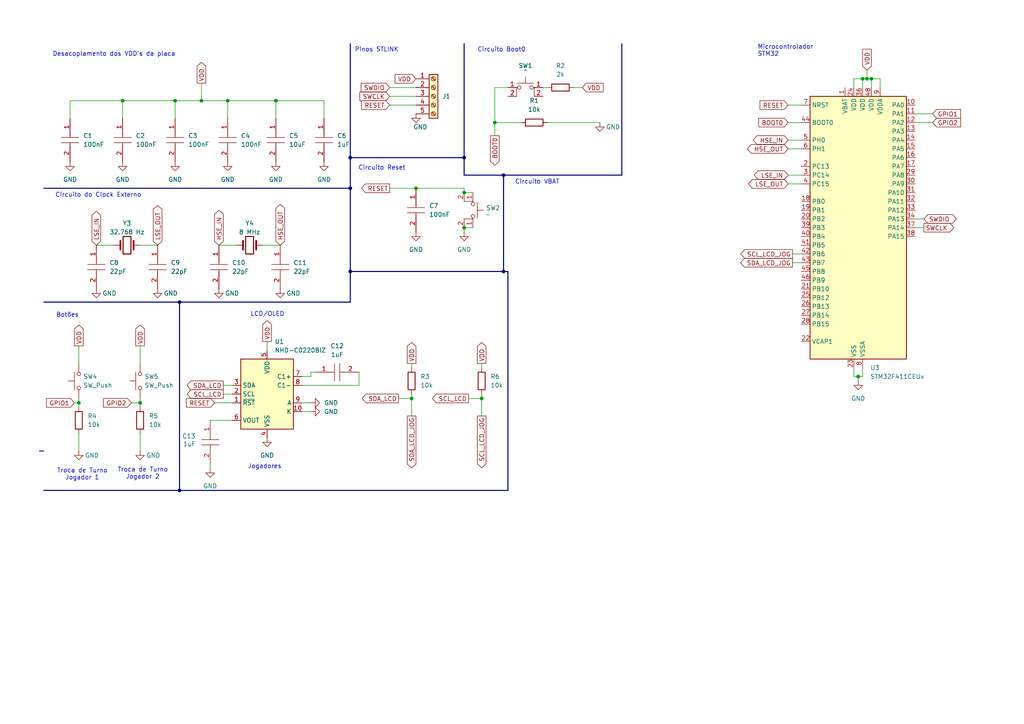
<source format=kicad_sch>
(kicad_sch
	(version 20231120)
	(generator "eeschema")
	(generator_version "8.0")
	(uuid "1557e120-6c93-41be-9467-5bfe9686b482")
	(paper "A4")
	(lib_symbols
		(symbol "C0402C101KCGACAUTO:C0402C101KCGACAUTO"
			(pin_names
				(offset 0.762)
			)
			(exclude_from_sim no)
			(in_bom yes)
			(on_board yes)
			(property "Reference" "C"
				(at 8.89 6.35 0)
				(effects
					(font
						(size 1.27 1.27)
					)
					(justify left)
				)
			)
			(property "Value" "C0402C101KCGACAUTO"
				(at 8.89 3.81 0)
				(effects
					(font
						(size 1.27 1.27)
					)
					(justify left)
				)
			)
			(property "Footprint" "CAPC1005X55N"
				(at 8.89 1.27 0)
				(effects
					(font
						(size 1.27 1.27)
					)
					(justify left)
					(hide yes)
				)
			)
			(property "Datasheet" ""
				(at 8.89 -1.27 0)
				(effects
					(font
						(size 1.27 1.27)
					)
					(justify left)
					(hide yes)
				)
			)
			(property "Description" "Multilayer Ceramic Capacitors MLCC - SMD/SMT 500V 0.0001uF C0G 0402 10% AEC-Q200"
				(at 8.89 -3.81 0)
				(effects
					(font
						(size 1.27 1.27)
					)
					(justify left)
					(hide yes)
				)
			)
			(property "Height" "0.55"
				(at 8.89 -6.35 0)
				(effects
					(font
						(size 1.27 1.27)
					)
					(justify left)
					(hide yes)
				)
			)
			(property "Mouser Part Number" "80-C0402C101KCGAUTO"
				(at 8.89 -8.89 0)
				(effects
					(font
						(size 1.27 1.27)
					)
					(justify left)
					(hide yes)
				)
			)
			(property "Mouser Price/Stock" "https://www.mouser.co.uk/ProductDetail/KEMET/C0402C101KCGACAUTO?qs=1Kr7Jg1SGW8kQysZZQPmCw%3D%3D"
				(at 8.89 -11.43 0)
				(effects
					(font
						(size 1.27 1.27)
					)
					(justify left)
					(hide yes)
				)
			)
			(property "Manufacturer_Name" "KEMET"
				(at 8.89 -13.97 0)
				(effects
					(font
						(size 1.27 1.27)
					)
					(justify left)
					(hide yes)
				)
			)
			(property "Manufacturer_Part_Number" "C0402C101KCGACAUTO"
				(at 8.89 -16.51 0)
				(effects
					(font
						(size 1.27 1.27)
					)
					(justify left)
					(hide yes)
				)
			)
			(symbol "C0402C101KCGACAUTO_0_0"
				(pin passive line
					(at 0 0 0)
					(length 5.08)
					(name "~"
						(effects
							(font
								(size 1.27 1.27)
							)
						)
					)
					(number "1"
						(effects
							(font
								(size 1.27 1.27)
							)
						)
					)
				)
				(pin passive line
					(at 12.7 0 180)
					(length 5.08)
					(name "~"
						(effects
							(font
								(size 1.27 1.27)
							)
						)
					)
					(number "2"
						(effects
							(font
								(size 1.27 1.27)
							)
						)
					)
				)
			)
			(symbol "C0402C101KCGACAUTO_0_1"
				(polyline
					(pts
						(xy 5.08 0) (xy 5.588 0)
					)
					(stroke
						(width 0.1524)
						(type solid)
					)
					(fill
						(type none)
					)
				)
				(polyline
					(pts
						(xy 5.588 2.54) (xy 5.588 -2.54)
					)
					(stroke
						(width 0.1524)
						(type solid)
					)
					(fill
						(type none)
					)
				)
				(polyline
					(pts
						(xy 7.112 0) (xy 7.62 0)
					)
					(stroke
						(width 0.1524)
						(type solid)
					)
					(fill
						(type none)
					)
				)
				(polyline
					(pts
						(xy 7.112 2.54) (xy 7.112 -2.54)
					)
					(stroke
						(width 0.1524)
						(type solid)
					)
					(fill
						(type none)
					)
				)
			)
		)
		(symbol "Connector:Screw_Terminal_01x05"
			(pin_names
				(offset 1.016) hide)
			(exclude_from_sim no)
			(in_bom yes)
			(on_board yes)
			(property "Reference" "J"
				(at 0 7.62 0)
				(effects
					(font
						(size 1.27 1.27)
					)
				)
			)
			(property "Value" "Screw_Terminal_01x05"
				(at 0 -7.62 0)
				(effects
					(font
						(size 1.27 1.27)
					)
				)
			)
			(property "Footprint" ""
				(at 0 0 0)
				(effects
					(font
						(size 1.27 1.27)
					)
					(hide yes)
				)
			)
			(property "Datasheet" "~"
				(at 0 0 0)
				(effects
					(font
						(size 1.27 1.27)
					)
					(hide yes)
				)
			)
			(property "Description" "Generic screw terminal, single row, 01x05, script generated (kicad-library-utils/schlib/autogen/connector/)"
				(at 0 0 0)
				(effects
					(font
						(size 1.27 1.27)
					)
					(hide yes)
				)
			)
			(property "ki_keywords" "screw terminal"
				(at 0 0 0)
				(effects
					(font
						(size 1.27 1.27)
					)
					(hide yes)
				)
			)
			(property "ki_fp_filters" "TerminalBlock*:*"
				(at 0 0 0)
				(effects
					(font
						(size 1.27 1.27)
					)
					(hide yes)
				)
			)
			(symbol "Screw_Terminal_01x05_1_1"
				(rectangle
					(start -1.27 6.35)
					(end 1.27 -6.35)
					(stroke
						(width 0.254)
						(type default)
					)
					(fill
						(type background)
					)
				)
				(circle
					(center 0 -5.08)
					(radius 0.635)
					(stroke
						(width 0.1524)
						(type default)
					)
					(fill
						(type none)
					)
				)
				(circle
					(center 0 -2.54)
					(radius 0.635)
					(stroke
						(width 0.1524)
						(type default)
					)
					(fill
						(type none)
					)
				)
				(polyline
					(pts
						(xy -0.5334 -4.7498) (xy 0.3302 -5.588)
					)
					(stroke
						(width 0.1524)
						(type default)
					)
					(fill
						(type none)
					)
				)
				(polyline
					(pts
						(xy -0.5334 -2.2098) (xy 0.3302 -3.048)
					)
					(stroke
						(width 0.1524)
						(type default)
					)
					(fill
						(type none)
					)
				)
				(polyline
					(pts
						(xy -0.5334 0.3302) (xy 0.3302 -0.508)
					)
					(stroke
						(width 0.1524)
						(type default)
					)
					(fill
						(type none)
					)
				)
				(polyline
					(pts
						(xy -0.5334 2.8702) (xy 0.3302 2.032)
					)
					(stroke
						(width 0.1524)
						(type default)
					)
					(fill
						(type none)
					)
				)
				(polyline
					(pts
						(xy -0.5334 5.4102) (xy 0.3302 4.572)
					)
					(stroke
						(width 0.1524)
						(type default)
					)
					(fill
						(type none)
					)
				)
				(polyline
					(pts
						(xy -0.3556 -4.572) (xy 0.508 -5.4102)
					)
					(stroke
						(width 0.1524)
						(type default)
					)
					(fill
						(type none)
					)
				)
				(polyline
					(pts
						(xy -0.3556 -2.032) (xy 0.508 -2.8702)
					)
					(stroke
						(width 0.1524)
						(type default)
					)
					(fill
						(type none)
					)
				)
				(polyline
					(pts
						(xy -0.3556 0.508) (xy 0.508 -0.3302)
					)
					(stroke
						(width 0.1524)
						(type default)
					)
					(fill
						(type none)
					)
				)
				(polyline
					(pts
						(xy -0.3556 3.048) (xy 0.508 2.2098)
					)
					(stroke
						(width 0.1524)
						(type default)
					)
					(fill
						(type none)
					)
				)
				(polyline
					(pts
						(xy -0.3556 5.588) (xy 0.508 4.7498)
					)
					(stroke
						(width 0.1524)
						(type default)
					)
					(fill
						(type none)
					)
				)
				(circle
					(center 0 0)
					(radius 0.635)
					(stroke
						(width 0.1524)
						(type default)
					)
					(fill
						(type none)
					)
				)
				(circle
					(center 0 2.54)
					(radius 0.635)
					(stroke
						(width 0.1524)
						(type default)
					)
					(fill
						(type none)
					)
				)
				(circle
					(center 0 5.08)
					(radius 0.635)
					(stroke
						(width 0.1524)
						(type default)
					)
					(fill
						(type none)
					)
				)
				(pin passive line
					(at -5.08 5.08 0)
					(length 3.81)
					(name "Pin_1"
						(effects
							(font
								(size 1.27 1.27)
							)
						)
					)
					(number "1"
						(effects
							(font
								(size 1.27 1.27)
							)
						)
					)
				)
				(pin passive line
					(at -5.08 2.54 0)
					(length 3.81)
					(name "Pin_2"
						(effects
							(font
								(size 1.27 1.27)
							)
						)
					)
					(number "2"
						(effects
							(font
								(size 1.27 1.27)
							)
						)
					)
				)
				(pin passive line
					(at -5.08 0 0)
					(length 3.81)
					(name "Pin_3"
						(effects
							(font
								(size 1.27 1.27)
							)
						)
					)
					(number "3"
						(effects
							(font
								(size 1.27 1.27)
							)
						)
					)
				)
				(pin passive line
					(at -5.08 -2.54 0)
					(length 3.81)
					(name "Pin_4"
						(effects
							(font
								(size 1.27 1.27)
							)
						)
					)
					(number "4"
						(effects
							(font
								(size 1.27 1.27)
							)
						)
					)
				)
				(pin passive line
					(at -5.08 -5.08 0)
					(length 3.81)
					(name "Pin_5"
						(effects
							(font
								(size 1.27 1.27)
							)
						)
					)
					(number "5"
						(effects
							(font
								(size 1.27 1.27)
							)
						)
					)
				)
			)
		)
		(symbol "Device:Crystal"
			(pin_numbers hide)
			(pin_names
				(offset 1.016) hide)
			(exclude_from_sim no)
			(in_bom yes)
			(on_board yes)
			(property "Reference" "Y"
				(at 0 3.81 0)
				(effects
					(font
						(size 1.27 1.27)
					)
				)
			)
			(property "Value" "Crystal"
				(at 0 -3.81 0)
				(effects
					(font
						(size 1.27 1.27)
					)
				)
			)
			(property "Footprint" ""
				(at 0 0 0)
				(effects
					(font
						(size 1.27 1.27)
					)
					(hide yes)
				)
			)
			(property "Datasheet" "~"
				(at 0 0 0)
				(effects
					(font
						(size 1.27 1.27)
					)
					(hide yes)
				)
			)
			(property "Description" "Two pin crystal"
				(at 0 0 0)
				(effects
					(font
						(size 1.27 1.27)
					)
					(hide yes)
				)
			)
			(property "ki_keywords" "quartz ceramic resonator oscillator"
				(at 0 0 0)
				(effects
					(font
						(size 1.27 1.27)
					)
					(hide yes)
				)
			)
			(property "ki_fp_filters" "Crystal*"
				(at 0 0 0)
				(effects
					(font
						(size 1.27 1.27)
					)
					(hide yes)
				)
			)
			(symbol "Crystal_0_1"
				(rectangle
					(start -1.143 2.54)
					(end 1.143 -2.54)
					(stroke
						(width 0.3048)
						(type default)
					)
					(fill
						(type none)
					)
				)
				(polyline
					(pts
						(xy -2.54 0) (xy -1.905 0)
					)
					(stroke
						(width 0)
						(type default)
					)
					(fill
						(type none)
					)
				)
				(polyline
					(pts
						(xy -1.905 -1.27) (xy -1.905 1.27)
					)
					(stroke
						(width 0.508)
						(type default)
					)
					(fill
						(type none)
					)
				)
				(polyline
					(pts
						(xy 1.905 -1.27) (xy 1.905 1.27)
					)
					(stroke
						(width 0.508)
						(type default)
					)
					(fill
						(type none)
					)
				)
				(polyline
					(pts
						(xy 2.54 0) (xy 1.905 0)
					)
					(stroke
						(width 0)
						(type default)
					)
					(fill
						(type none)
					)
				)
			)
			(symbol "Crystal_1_1"
				(pin passive line
					(at -3.81 0 0)
					(length 1.27)
					(name "1"
						(effects
							(font
								(size 1.27 1.27)
							)
						)
					)
					(number "1"
						(effects
							(font
								(size 1.27 1.27)
							)
						)
					)
				)
				(pin passive line
					(at 3.81 0 180)
					(length 1.27)
					(name "2"
						(effects
							(font
								(size 1.27 1.27)
							)
						)
					)
					(number "2"
						(effects
							(font
								(size 1.27 1.27)
							)
						)
					)
				)
			)
		)
		(symbol "Device:R"
			(pin_numbers hide)
			(pin_names
				(offset 0)
			)
			(exclude_from_sim no)
			(in_bom yes)
			(on_board yes)
			(property "Reference" "R"
				(at 2.032 0 90)
				(effects
					(font
						(size 1.27 1.27)
					)
				)
			)
			(property "Value" "R"
				(at 0 0 90)
				(effects
					(font
						(size 1.27 1.27)
					)
				)
			)
			(property "Footprint" ""
				(at -1.778 0 90)
				(effects
					(font
						(size 1.27 1.27)
					)
					(hide yes)
				)
			)
			(property "Datasheet" "~"
				(at 0 0 0)
				(effects
					(font
						(size 1.27 1.27)
					)
					(hide yes)
				)
			)
			(property "Description" "Resistor"
				(at 0 0 0)
				(effects
					(font
						(size 1.27 1.27)
					)
					(hide yes)
				)
			)
			(property "ki_keywords" "R res resistor"
				(at 0 0 0)
				(effects
					(font
						(size 1.27 1.27)
					)
					(hide yes)
				)
			)
			(property "ki_fp_filters" "R_*"
				(at 0 0 0)
				(effects
					(font
						(size 1.27 1.27)
					)
					(hide yes)
				)
			)
			(symbol "R_0_1"
				(rectangle
					(start -1.016 -2.54)
					(end 1.016 2.54)
					(stroke
						(width 0.254)
						(type default)
					)
					(fill
						(type none)
					)
				)
			)
			(symbol "R_1_1"
				(pin passive line
					(at 0 3.81 270)
					(length 1.27)
					(name "~"
						(effects
							(font
								(size 1.27 1.27)
							)
						)
					)
					(number "1"
						(effects
							(font
								(size 1.27 1.27)
							)
						)
					)
				)
				(pin passive line
					(at 0 -3.81 90)
					(length 1.27)
					(name "~"
						(effects
							(font
								(size 1.27 1.27)
							)
						)
					)
					(number "2"
						(effects
							(font
								(size 1.27 1.27)
							)
						)
					)
				)
			)
		)
		(symbol "Display_Character:NHD-C0220BIZ"
			(exclude_from_sim no)
			(in_bom yes)
			(on_board yes)
			(property "Reference" "U"
				(at -6.35 11.43 0)
				(effects
					(font
						(size 1.27 1.27)
					)
				)
			)
			(property "Value" "NHD-C0220BIZ"
				(at 8.89 11.43 0)
				(effects
					(font
						(size 1.27 1.27)
					)
				)
			)
			(property "Footprint" "Display:NHD-C0220BiZ"
				(at 0 -15.24 0)
				(effects
					(font
						(size 1.27 1.27)
					)
					(hide yes)
				)
			)
			(property "Datasheet" "http://www.newhavendisplay.com/specs/NHD-C0220BiZ-FSW-FBW-3V3M.pdf"
				(at -7.62 15.24 0)
				(effects
					(font
						(size 1.27 1.27)
					)
					(hide yes)
				)
			)
			(property "Description" "LCD 20x2 Alphanumeric 10pin Blue/White/Green Backlight, i2c, 3.3V VDD"
				(at 0 0 0)
				(effects
					(font
						(size 1.27 1.27)
					)
					(hide yes)
				)
			)
			(property "ki_keywords" "display LCD 20x2"
				(at 0 0 0)
				(effects
					(font
						(size 1.27 1.27)
					)
					(hide yes)
				)
			)
			(property "ki_fp_filters" "NHD*C0220BiZ*"
				(at 0 0 0)
				(effects
					(font
						(size 1.27 1.27)
					)
					(hide yes)
				)
			)
			(symbol "NHD-C0220BIZ_0_1"
				(rectangle
					(start -7.62 10.16)
					(end 7.62 -10.16)
					(stroke
						(width 0.254)
						(type default)
					)
					(fill
						(type background)
					)
				)
			)
			(symbol "NHD-C0220BIZ_1_1"
				(pin input line
					(at -10.16 -2.54 0)
					(length 2.54)
					(name "~{RST}"
						(effects
							(font
								(size 1.27 1.27)
							)
						)
					)
					(number "1"
						(effects
							(font
								(size 1.27 1.27)
							)
						)
					)
				)
				(pin passive line
					(at 10.16 -5.08 180)
					(length 2.54)
					(name "K"
						(effects
							(font
								(size 1.27 1.27)
							)
						)
					)
					(number "10"
						(effects
							(font
								(size 1.27 1.27)
							)
						)
					)
				)
				(pin input line
					(at -10.16 0 0)
					(length 2.54)
					(name "SCL"
						(effects
							(font
								(size 1.27 1.27)
							)
						)
					)
					(number "2"
						(effects
							(font
								(size 1.27 1.27)
							)
						)
					)
				)
				(pin bidirectional line
					(at -10.16 2.54 0)
					(length 2.54)
					(name "SDA"
						(effects
							(font
								(size 1.27 1.27)
							)
						)
					)
					(number "3"
						(effects
							(font
								(size 1.27 1.27)
							)
						)
					)
				)
				(pin power_in line
					(at 0 -12.7 90)
					(length 2.54)
					(name "VSS"
						(effects
							(font
								(size 1.27 1.27)
							)
						)
					)
					(number "4"
						(effects
							(font
								(size 1.27 1.27)
							)
						)
					)
				)
				(pin power_in line
					(at 0 12.7 270)
					(length 2.54)
					(name "VDD"
						(effects
							(font
								(size 1.27 1.27)
							)
						)
					)
					(number "5"
						(effects
							(font
								(size 1.27 1.27)
							)
						)
					)
				)
				(pin passive line
					(at -10.16 -7.62 0)
					(length 2.54)
					(name "VOUT"
						(effects
							(font
								(size 1.27 1.27)
							)
						)
					)
					(number "6"
						(effects
							(font
								(size 1.27 1.27)
							)
						)
					)
				)
				(pin passive line
					(at 10.16 5.08 180)
					(length 2.54)
					(name "C1+"
						(effects
							(font
								(size 1.27 1.27)
							)
						)
					)
					(number "7"
						(effects
							(font
								(size 1.27 1.27)
							)
						)
					)
				)
				(pin passive line
					(at 10.16 2.54 180)
					(length 2.54)
					(name "C1-"
						(effects
							(font
								(size 1.27 1.27)
							)
						)
					)
					(number "8"
						(effects
							(font
								(size 1.27 1.27)
							)
						)
					)
				)
				(pin passive line
					(at 10.16 -2.54 180)
					(length 2.54)
					(name "A"
						(effects
							(font
								(size 1.27 1.27)
							)
						)
					)
					(number "9"
						(effects
							(font
								(size 1.27 1.27)
							)
						)
					)
				)
			)
		)
		(symbol "MCU_ST_STM32F4:STM32F411CEUx"
			(exclude_from_sim no)
			(in_bom yes)
			(on_board yes)
			(property "Reference" "U"
				(at -12.7 39.37 0)
				(effects
					(font
						(size 1.27 1.27)
					)
					(justify left)
				)
			)
			(property "Value" "STM32F411CEUx"
				(at 10.16 39.37 0)
				(effects
					(font
						(size 1.27 1.27)
					)
					(justify left)
				)
			)
			(property "Footprint" "Package_DFN_QFN:QFN-48-1EP_7x7mm_P0.5mm_EP5.6x5.6mm"
				(at -12.7 -38.1 0)
				(effects
					(font
						(size 1.27 1.27)
					)
					(justify right)
					(hide yes)
				)
			)
			(property "Datasheet" "https://www.st.com/resource/en/datasheet/stm32f411ce.pdf"
				(at 0 0 0)
				(effects
					(font
						(size 1.27 1.27)
					)
					(hide yes)
				)
			)
			(property "Description" "STMicroelectronics Arm Cortex-M4 MCU, 512KB flash, 128KB RAM, 100 MHz, 1.7-3.6V, 36 GPIO, UFQFPN48"
				(at 0 0 0)
				(effects
					(font
						(size 1.27 1.27)
					)
					(hide yes)
				)
			)
			(property "ki_locked" ""
				(at 0 0 0)
				(effects
					(font
						(size 1.27 1.27)
					)
				)
			)
			(property "ki_keywords" "Arm Cortex-M4 STM32F4 STM32F411"
				(at 0 0 0)
				(effects
					(font
						(size 1.27 1.27)
					)
					(hide yes)
				)
			)
			(property "ki_fp_filters" "QFN*1EP*7x7mm*P0.5mm*"
				(at 0 0 0)
				(effects
					(font
						(size 1.27 1.27)
					)
					(hide yes)
				)
			)
			(symbol "STM32F411CEUx_0_1"
				(rectangle
					(start -12.7 -38.1)
					(end 15.24 38.1)
					(stroke
						(width 0.254)
						(type default)
					)
					(fill
						(type background)
					)
				)
			)
			(symbol "STM32F411CEUx_1_1"
				(pin power_in line
					(at -2.54 40.64 270)
					(length 2.54)
					(name "VBAT"
						(effects
							(font
								(size 1.27 1.27)
							)
						)
					)
					(number "1"
						(effects
							(font
								(size 1.27 1.27)
							)
						)
					)
				)
				(pin bidirectional line
					(at 17.78 35.56 180)
					(length 2.54)
					(name "PA0"
						(effects
							(font
								(size 1.27 1.27)
							)
						)
					)
					(number "10"
						(effects
							(font
								(size 1.27 1.27)
							)
						)
					)
					(alternate "ADC1_IN0" bidirectional line)
					(alternate "SYS_WKUP" bidirectional line)
					(alternate "TIM2_CH1" bidirectional line)
					(alternate "TIM2_ETR" bidirectional line)
					(alternate "TIM5_CH1" bidirectional line)
					(alternate "USART2_CTS" bidirectional line)
				)
				(pin bidirectional line
					(at 17.78 33.02 180)
					(length 2.54)
					(name "PA1"
						(effects
							(font
								(size 1.27 1.27)
							)
						)
					)
					(number "11"
						(effects
							(font
								(size 1.27 1.27)
							)
						)
					)
					(alternate "ADC1_IN1" bidirectional line)
					(alternate "I2S4_SD" bidirectional line)
					(alternate "SPI4_MOSI" bidirectional line)
					(alternate "TIM2_CH2" bidirectional line)
					(alternate "TIM5_CH2" bidirectional line)
					(alternate "USART2_RTS" bidirectional line)
				)
				(pin bidirectional line
					(at 17.78 30.48 180)
					(length 2.54)
					(name "PA2"
						(effects
							(font
								(size 1.27 1.27)
							)
						)
					)
					(number "12"
						(effects
							(font
								(size 1.27 1.27)
							)
						)
					)
					(alternate "ADC1_IN2" bidirectional line)
					(alternate "I2S_CKIN" bidirectional line)
					(alternate "TIM2_CH3" bidirectional line)
					(alternate "TIM5_CH3" bidirectional line)
					(alternate "TIM9_CH1" bidirectional line)
					(alternate "USART2_TX" bidirectional line)
				)
				(pin bidirectional line
					(at 17.78 27.94 180)
					(length 2.54)
					(name "PA3"
						(effects
							(font
								(size 1.27 1.27)
							)
						)
					)
					(number "13"
						(effects
							(font
								(size 1.27 1.27)
							)
						)
					)
					(alternate "ADC1_IN3" bidirectional line)
					(alternate "I2S2_MCK" bidirectional line)
					(alternate "TIM2_CH4" bidirectional line)
					(alternate "TIM5_CH4" bidirectional line)
					(alternate "TIM9_CH2" bidirectional line)
					(alternate "USART2_RX" bidirectional line)
				)
				(pin bidirectional line
					(at 17.78 25.4 180)
					(length 2.54)
					(name "PA4"
						(effects
							(font
								(size 1.27 1.27)
							)
						)
					)
					(number "14"
						(effects
							(font
								(size 1.27 1.27)
							)
						)
					)
					(alternate "ADC1_IN4" bidirectional line)
					(alternate "I2S1_WS" bidirectional line)
					(alternate "I2S3_WS" bidirectional line)
					(alternate "SPI1_NSS" bidirectional line)
					(alternate "SPI3_NSS" bidirectional line)
					(alternate "USART2_CK" bidirectional line)
				)
				(pin bidirectional line
					(at 17.78 22.86 180)
					(length 2.54)
					(name "PA5"
						(effects
							(font
								(size 1.27 1.27)
							)
						)
					)
					(number "15"
						(effects
							(font
								(size 1.27 1.27)
							)
						)
					)
					(alternate "ADC1_IN5" bidirectional line)
					(alternate "I2S1_CK" bidirectional line)
					(alternate "SPI1_SCK" bidirectional line)
					(alternate "TIM2_CH1" bidirectional line)
					(alternate "TIM2_ETR" bidirectional line)
				)
				(pin bidirectional line
					(at 17.78 20.32 180)
					(length 2.54)
					(name "PA6"
						(effects
							(font
								(size 1.27 1.27)
							)
						)
					)
					(number "16"
						(effects
							(font
								(size 1.27 1.27)
							)
						)
					)
					(alternate "ADC1_IN6" bidirectional line)
					(alternate "I2S2_MCK" bidirectional line)
					(alternate "SDIO_CMD" bidirectional line)
					(alternate "SPI1_MISO" bidirectional line)
					(alternate "TIM1_BKIN" bidirectional line)
					(alternate "TIM3_CH1" bidirectional line)
				)
				(pin bidirectional line
					(at 17.78 17.78 180)
					(length 2.54)
					(name "PA7"
						(effects
							(font
								(size 1.27 1.27)
							)
						)
					)
					(number "17"
						(effects
							(font
								(size 1.27 1.27)
							)
						)
					)
					(alternate "ADC1_IN7" bidirectional line)
					(alternate "I2S1_SD" bidirectional line)
					(alternate "SPI1_MOSI" bidirectional line)
					(alternate "TIM1_CH1N" bidirectional line)
					(alternate "TIM3_CH2" bidirectional line)
				)
				(pin bidirectional line
					(at -15.24 7.62 0)
					(length 2.54)
					(name "PB0"
						(effects
							(font
								(size 1.27 1.27)
							)
						)
					)
					(number "18"
						(effects
							(font
								(size 1.27 1.27)
							)
						)
					)
					(alternate "ADC1_IN8" bidirectional line)
					(alternate "I2S5_CK" bidirectional line)
					(alternate "SPI5_SCK" bidirectional line)
					(alternate "TIM1_CH2N" bidirectional line)
					(alternate "TIM3_CH3" bidirectional line)
				)
				(pin bidirectional line
					(at -15.24 5.08 0)
					(length 2.54)
					(name "PB1"
						(effects
							(font
								(size 1.27 1.27)
							)
						)
					)
					(number "19"
						(effects
							(font
								(size 1.27 1.27)
							)
						)
					)
					(alternate "ADC1_IN9" bidirectional line)
					(alternate "I2S5_WS" bidirectional line)
					(alternate "SPI5_NSS" bidirectional line)
					(alternate "TIM1_CH3N" bidirectional line)
					(alternate "TIM3_CH4" bidirectional line)
				)
				(pin bidirectional line
					(at -15.24 17.78 0)
					(length 2.54)
					(name "PC13"
						(effects
							(font
								(size 1.27 1.27)
							)
						)
					)
					(number "2"
						(effects
							(font
								(size 1.27 1.27)
							)
						)
					)
					(alternate "RTC_AF1" bidirectional line)
				)
				(pin bidirectional line
					(at -15.24 2.54 0)
					(length 2.54)
					(name "PB2"
						(effects
							(font
								(size 1.27 1.27)
							)
						)
					)
					(number "20"
						(effects
							(font
								(size 1.27 1.27)
							)
						)
					)
				)
				(pin bidirectional line
					(at -15.24 -17.78 0)
					(length 2.54)
					(name "PB10"
						(effects
							(font
								(size 1.27 1.27)
							)
						)
					)
					(number "21"
						(effects
							(font
								(size 1.27 1.27)
							)
						)
					)
					(alternate "I2C2_SCL" bidirectional line)
					(alternate "I2S2_CK" bidirectional line)
					(alternate "I2S3_MCK" bidirectional line)
					(alternate "SDIO_D7" bidirectional line)
					(alternate "SPI2_SCK" bidirectional line)
					(alternate "TIM2_CH3" bidirectional line)
				)
				(pin power_out line
					(at -15.24 -33.02 0)
					(length 2.54)
					(name "VCAP1"
						(effects
							(font
								(size 1.27 1.27)
							)
						)
					)
					(number "22"
						(effects
							(font
								(size 1.27 1.27)
							)
						)
					)
				)
				(pin power_in line
					(at 0 -40.64 90)
					(length 2.54)
					(name "VSS"
						(effects
							(font
								(size 1.27 1.27)
							)
						)
					)
					(number "23"
						(effects
							(font
								(size 1.27 1.27)
							)
						)
					)
				)
				(pin power_in line
					(at 0 40.64 270)
					(length 2.54)
					(name "VDD"
						(effects
							(font
								(size 1.27 1.27)
							)
						)
					)
					(number "24"
						(effects
							(font
								(size 1.27 1.27)
							)
						)
					)
				)
				(pin bidirectional line
					(at -15.24 -20.32 0)
					(length 2.54)
					(name "PB12"
						(effects
							(font
								(size 1.27 1.27)
							)
						)
					)
					(number "25"
						(effects
							(font
								(size 1.27 1.27)
							)
						)
					)
					(alternate "I2C2_SMBA" bidirectional line)
					(alternate "I2S2_WS" bidirectional line)
					(alternate "I2S3_CK" bidirectional line)
					(alternate "I2S4_WS" bidirectional line)
					(alternate "SPI2_NSS" bidirectional line)
					(alternate "SPI3_SCK" bidirectional line)
					(alternate "SPI4_NSS" bidirectional line)
					(alternate "TIM1_BKIN" bidirectional line)
				)
				(pin bidirectional line
					(at -15.24 -22.86 0)
					(length 2.54)
					(name "PB13"
						(effects
							(font
								(size 1.27 1.27)
							)
						)
					)
					(number "26"
						(effects
							(font
								(size 1.27 1.27)
							)
						)
					)
					(alternate "I2S2_CK" bidirectional line)
					(alternate "I2S4_CK" bidirectional line)
					(alternate "SPI2_SCK" bidirectional line)
					(alternate "SPI4_SCK" bidirectional line)
					(alternate "TIM1_CH1N" bidirectional line)
				)
				(pin bidirectional line
					(at -15.24 -25.4 0)
					(length 2.54)
					(name "PB14"
						(effects
							(font
								(size 1.27 1.27)
							)
						)
					)
					(number "27"
						(effects
							(font
								(size 1.27 1.27)
							)
						)
					)
					(alternate "I2S2_ext_SD" bidirectional line)
					(alternate "SDIO_D6" bidirectional line)
					(alternate "SPI2_MISO" bidirectional line)
					(alternate "TIM1_CH2N" bidirectional line)
				)
				(pin bidirectional line
					(at -15.24 -27.94 0)
					(length 2.54)
					(name "PB15"
						(effects
							(font
								(size 1.27 1.27)
							)
						)
					)
					(number "28"
						(effects
							(font
								(size 1.27 1.27)
							)
						)
					)
					(alternate "ADC1_EXTI15" bidirectional line)
					(alternate "I2S2_SD" bidirectional line)
					(alternate "RTC_REFIN" bidirectional line)
					(alternate "SDIO_CK" bidirectional line)
					(alternate "SPI2_MOSI" bidirectional line)
					(alternate "TIM1_CH3N" bidirectional line)
				)
				(pin bidirectional line
					(at 17.78 15.24 180)
					(length 2.54)
					(name "PA8"
						(effects
							(font
								(size 1.27 1.27)
							)
						)
					)
					(number "29"
						(effects
							(font
								(size 1.27 1.27)
							)
						)
					)
					(alternate "I2C3_SCL" bidirectional line)
					(alternate "RCC_MCO_1" bidirectional line)
					(alternate "SDIO_D1" bidirectional line)
					(alternate "TIM1_CH1" bidirectional line)
					(alternate "USART1_CK" bidirectional line)
					(alternate "USB_OTG_FS_SOF" bidirectional line)
				)
				(pin bidirectional line
					(at -15.24 15.24 0)
					(length 2.54)
					(name "PC14"
						(effects
							(font
								(size 1.27 1.27)
							)
						)
					)
					(number "3"
						(effects
							(font
								(size 1.27 1.27)
							)
						)
					)
					(alternate "RCC_OSC32_IN" bidirectional line)
				)
				(pin bidirectional line
					(at 17.78 12.7 180)
					(length 2.54)
					(name "PA9"
						(effects
							(font
								(size 1.27 1.27)
							)
						)
					)
					(number "30"
						(effects
							(font
								(size 1.27 1.27)
							)
						)
					)
					(alternate "I2C3_SMBA" bidirectional line)
					(alternate "SDIO_D2" bidirectional line)
					(alternate "TIM1_CH2" bidirectional line)
					(alternate "USART1_TX" bidirectional line)
					(alternate "USB_OTG_FS_VBUS" bidirectional line)
				)
				(pin bidirectional line
					(at 17.78 10.16 180)
					(length 2.54)
					(name "PA10"
						(effects
							(font
								(size 1.27 1.27)
							)
						)
					)
					(number "31"
						(effects
							(font
								(size 1.27 1.27)
							)
						)
					)
					(alternate "I2S5_SD" bidirectional line)
					(alternate "SPI5_MOSI" bidirectional line)
					(alternate "TIM1_CH3" bidirectional line)
					(alternate "USART1_RX" bidirectional line)
					(alternate "USB_OTG_FS_ID" bidirectional line)
				)
				(pin bidirectional line
					(at 17.78 7.62 180)
					(length 2.54)
					(name "PA11"
						(effects
							(font
								(size 1.27 1.27)
							)
						)
					)
					(number "32"
						(effects
							(font
								(size 1.27 1.27)
							)
						)
					)
					(alternate "ADC1_EXTI11" bidirectional line)
					(alternate "SPI4_MISO" bidirectional line)
					(alternate "TIM1_CH4" bidirectional line)
					(alternate "USART1_CTS" bidirectional line)
					(alternate "USART6_TX" bidirectional line)
					(alternate "USB_OTG_FS_DM" bidirectional line)
				)
				(pin bidirectional line
					(at 17.78 5.08 180)
					(length 2.54)
					(name "PA12"
						(effects
							(font
								(size 1.27 1.27)
							)
						)
					)
					(number "33"
						(effects
							(font
								(size 1.27 1.27)
							)
						)
					)
					(alternate "SPI5_MISO" bidirectional line)
					(alternate "TIM1_ETR" bidirectional line)
					(alternate "USART1_RTS" bidirectional line)
					(alternate "USART6_RX" bidirectional line)
					(alternate "USB_OTG_FS_DP" bidirectional line)
				)
				(pin bidirectional line
					(at 17.78 2.54 180)
					(length 2.54)
					(name "PA13"
						(effects
							(font
								(size 1.27 1.27)
							)
						)
					)
					(number "34"
						(effects
							(font
								(size 1.27 1.27)
							)
						)
					)
					(alternate "SYS_JTMS-SWDIO" bidirectional line)
				)
				(pin passive line
					(at 0 -40.64 90)
					(length 2.54) hide
					(name "VSS"
						(effects
							(font
								(size 1.27 1.27)
							)
						)
					)
					(number "35"
						(effects
							(font
								(size 1.27 1.27)
							)
						)
					)
				)
				(pin power_in line
					(at 2.54 40.64 270)
					(length 2.54)
					(name "VDD"
						(effects
							(font
								(size 1.27 1.27)
							)
						)
					)
					(number "36"
						(effects
							(font
								(size 1.27 1.27)
							)
						)
					)
				)
				(pin bidirectional line
					(at 17.78 0 180)
					(length 2.54)
					(name "PA14"
						(effects
							(font
								(size 1.27 1.27)
							)
						)
					)
					(number "37"
						(effects
							(font
								(size 1.27 1.27)
							)
						)
					)
					(alternate "SYS_JTCK-SWCLK" bidirectional line)
				)
				(pin bidirectional line
					(at 17.78 -2.54 180)
					(length 2.54)
					(name "PA15"
						(effects
							(font
								(size 1.27 1.27)
							)
						)
					)
					(number "38"
						(effects
							(font
								(size 1.27 1.27)
							)
						)
					)
					(alternate "ADC1_EXTI15" bidirectional line)
					(alternate "I2S1_WS" bidirectional line)
					(alternate "I2S3_WS" bidirectional line)
					(alternate "SPI1_NSS" bidirectional line)
					(alternate "SPI3_NSS" bidirectional line)
					(alternate "SYS_JTDI" bidirectional line)
					(alternate "TIM2_CH1" bidirectional line)
					(alternate "TIM2_ETR" bidirectional line)
					(alternate "USART1_TX" bidirectional line)
				)
				(pin bidirectional line
					(at -15.24 0 0)
					(length 2.54)
					(name "PB3"
						(effects
							(font
								(size 1.27 1.27)
							)
						)
					)
					(number "39"
						(effects
							(font
								(size 1.27 1.27)
							)
						)
					)
					(alternate "I2C2_SDA" bidirectional line)
					(alternate "I2S1_CK" bidirectional line)
					(alternate "I2S3_CK" bidirectional line)
					(alternate "SPI1_SCK" bidirectional line)
					(alternate "SPI3_SCK" bidirectional line)
					(alternate "SYS_JTDO-SWO" bidirectional line)
					(alternate "TIM2_CH2" bidirectional line)
					(alternate "USART1_RX" bidirectional line)
				)
				(pin bidirectional line
					(at -15.24 12.7 0)
					(length 2.54)
					(name "PC15"
						(effects
							(font
								(size 1.27 1.27)
							)
						)
					)
					(number "4"
						(effects
							(font
								(size 1.27 1.27)
							)
						)
					)
					(alternate "ADC1_EXTI15" bidirectional line)
					(alternate "RCC_OSC32_OUT" bidirectional line)
				)
				(pin bidirectional line
					(at -15.24 -2.54 0)
					(length 2.54)
					(name "PB4"
						(effects
							(font
								(size 1.27 1.27)
							)
						)
					)
					(number "40"
						(effects
							(font
								(size 1.27 1.27)
							)
						)
					)
					(alternate "I2C3_SDA" bidirectional line)
					(alternate "I2S3_ext_SD" bidirectional line)
					(alternate "SDIO_D0" bidirectional line)
					(alternate "SPI1_MISO" bidirectional line)
					(alternate "SPI3_MISO" bidirectional line)
					(alternate "SYS_JTRST" bidirectional line)
					(alternate "TIM3_CH1" bidirectional line)
				)
				(pin bidirectional line
					(at -15.24 -5.08 0)
					(length 2.54)
					(name "PB5"
						(effects
							(font
								(size 1.27 1.27)
							)
						)
					)
					(number "41"
						(effects
							(font
								(size 1.27 1.27)
							)
						)
					)
					(alternate "I2C1_SMBA" bidirectional line)
					(alternate "I2S1_SD" bidirectional line)
					(alternate "I2S3_SD" bidirectional line)
					(alternate "SDIO_D3" bidirectional line)
					(alternate "SPI1_MOSI" bidirectional line)
					(alternate "SPI3_MOSI" bidirectional line)
					(alternate "TIM3_CH2" bidirectional line)
				)
				(pin bidirectional line
					(at -15.24 -7.62 0)
					(length 2.54)
					(name "PB6"
						(effects
							(font
								(size 1.27 1.27)
							)
						)
					)
					(number "42"
						(effects
							(font
								(size 1.27 1.27)
							)
						)
					)
					(alternate "I2C1_SCL" bidirectional line)
					(alternate "TIM4_CH1" bidirectional line)
					(alternate "USART1_TX" bidirectional line)
				)
				(pin bidirectional line
					(at -15.24 -10.16 0)
					(length 2.54)
					(name "PB7"
						(effects
							(font
								(size 1.27 1.27)
							)
						)
					)
					(number "43"
						(effects
							(font
								(size 1.27 1.27)
							)
						)
					)
					(alternate "I2C1_SDA" bidirectional line)
					(alternate "SDIO_D0" bidirectional line)
					(alternate "TIM4_CH2" bidirectional line)
					(alternate "USART1_RX" bidirectional line)
				)
				(pin input line
					(at -15.24 30.48 0)
					(length 2.54)
					(name "BOOT0"
						(effects
							(font
								(size 1.27 1.27)
							)
						)
					)
					(number "44"
						(effects
							(font
								(size 1.27 1.27)
							)
						)
					)
				)
				(pin bidirectional line
					(at -15.24 -12.7 0)
					(length 2.54)
					(name "PB8"
						(effects
							(font
								(size 1.27 1.27)
							)
						)
					)
					(number "45"
						(effects
							(font
								(size 1.27 1.27)
							)
						)
					)
					(alternate "I2C1_SCL" bidirectional line)
					(alternate "I2C3_SDA" bidirectional line)
					(alternate "I2S5_SD" bidirectional line)
					(alternate "SDIO_D4" bidirectional line)
					(alternate "SPI5_MOSI" bidirectional line)
					(alternate "TIM10_CH1" bidirectional line)
					(alternate "TIM4_CH3" bidirectional line)
				)
				(pin bidirectional line
					(at -15.24 -15.24 0)
					(length 2.54)
					(name "PB9"
						(effects
							(font
								(size 1.27 1.27)
							)
						)
					)
					(number "46"
						(effects
							(font
								(size 1.27 1.27)
							)
						)
					)
					(alternate "I2C1_SDA" bidirectional line)
					(alternate "I2C2_SDA" bidirectional line)
					(alternate "I2S2_WS" bidirectional line)
					(alternate "SDIO_D5" bidirectional line)
					(alternate "SPI2_NSS" bidirectional line)
					(alternate "TIM11_CH1" bidirectional line)
					(alternate "TIM4_CH4" bidirectional line)
				)
				(pin passive line
					(at 0 -40.64 90)
					(length 2.54) hide
					(name "VSS"
						(effects
							(font
								(size 1.27 1.27)
							)
						)
					)
					(number "47"
						(effects
							(font
								(size 1.27 1.27)
							)
						)
					)
				)
				(pin power_in line
					(at 5.08 40.64 270)
					(length 2.54)
					(name "VDD"
						(effects
							(font
								(size 1.27 1.27)
							)
						)
					)
					(number "48"
						(effects
							(font
								(size 1.27 1.27)
							)
						)
					)
				)
				(pin passive line
					(at 0 -40.64 90)
					(length 2.54) hide
					(name "VSS"
						(effects
							(font
								(size 1.27 1.27)
							)
						)
					)
					(number "49"
						(effects
							(font
								(size 1.27 1.27)
							)
						)
					)
				)
				(pin bidirectional line
					(at -15.24 25.4 0)
					(length 2.54)
					(name "PH0"
						(effects
							(font
								(size 1.27 1.27)
							)
						)
					)
					(number "5"
						(effects
							(font
								(size 1.27 1.27)
							)
						)
					)
					(alternate "RCC_OSC_IN" bidirectional line)
				)
				(pin bidirectional line
					(at -15.24 22.86 0)
					(length 2.54)
					(name "PH1"
						(effects
							(font
								(size 1.27 1.27)
							)
						)
					)
					(number "6"
						(effects
							(font
								(size 1.27 1.27)
							)
						)
					)
					(alternate "RCC_OSC_OUT" bidirectional line)
				)
				(pin input line
					(at -15.24 35.56 0)
					(length 2.54)
					(name "NRST"
						(effects
							(font
								(size 1.27 1.27)
							)
						)
					)
					(number "7"
						(effects
							(font
								(size 1.27 1.27)
							)
						)
					)
				)
				(pin power_in line
					(at 2.54 -40.64 90)
					(length 2.54)
					(name "VSSA"
						(effects
							(font
								(size 1.27 1.27)
							)
						)
					)
					(number "8"
						(effects
							(font
								(size 1.27 1.27)
							)
						)
					)
				)
				(pin power_in line
					(at 7.62 40.64 270)
					(length 2.54)
					(name "VDDA"
						(effects
							(font
								(size 1.27 1.27)
							)
						)
					)
					(number "9"
						(effects
							(font
								(size 1.27 1.27)
							)
						)
					)
				)
			)
		)
		(symbol "Switch:SW_MEC_5E"
			(pin_names
				(offset 1.016) hide)
			(exclude_from_sim no)
			(in_bom yes)
			(on_board yes)
			(property "Reference" "SW"
				(at 0.635 5.715 0)
				(effects
					(font
						(size 1.27 1.27)
					)
					(justify left)
				)
			)
			(property "Value" "SW_MEC_5E"
				(at 0 -3.175 0)
				(effects
					(font
						(size 1.27 1.27)
					)
				)
			)
			(property "Footprint" ""
				(at 0 7.62 0)
				(effects
					(font
						(size 1.27 1.27)
					)
					(hide yes)
				)
			)
			(property "Datasheet" "http://www.apem.com/int/index.php?controller=attachment&id_attachment=1371"
				(at 0 7.62 0)
				(effects
					(font
						(size 1.27 1.27)
					)
					(hide yes)
				)
			)
			(property "Description" "MEC 5E single pole normally-open tactile switch"
				(at 0 0 0)
				(effects
					(font
						(size 1.27 1.27)
					)
					(hide yes)
				)
			)
			(property "ki_keywords" "switch normally-open pushbutton push-button"
				(at 0 0 0)
				(effects
					(font
						(size 1.27 1.27)
					)
					(hide yes)
				)
			)
			(property "ki_fp_filters" "SW*MEC*5G*"
				(at 0 0 0)
				(effects
					(font
						(size 1.27 1.27)
					)
					(hide yes)
				)
			)
			(symbol "SW_MEC_5E_0_1"
				(circle
					(center -1.778 2.54)
					(radius 0.508)
					(stroke
						(width 0)
						(type default)
					)
					(fill
						(type none)
					)
				)
				(polyline
					(pts
						(xy -2.286 3.81) (xy 2.286 3.81)
					)
					(stroke
						(width 0)
						(type default)
					)
					(fill
						(type none)
					)
				)
				(polyline
					(pts
						(xy 0 3.81) (xy 0 5.588)
					)
					(stroke
						(width 0)
						(type default)
					)
					(fill
						(type none)
					)
				)
				(polyline
					(pts
						(xy -2.54 0) (xy -2.54 2.54) (xy -2.286 2.54)
					)
					(stroke
						(width 0)
						(type default)
					)
					(fill
						(type none)
					)
				)
				(polyline
					(pts
						(xy 2.54 0) (xy 2.54 2.54) (xy 2.286 2.54)
					)
					(stroke
						(width 0)
						(type default)
					)
					(fill
						(type none)
					)
				)
				(circle
					(center 1.778 2.54)
					(radius 0.508)
					(stroke
						(width 0)
						(type default)
					)
					(fill
						(type none)
					)
				)
				(pin passive line
					(at -5.08 2.54 0)
					(length 2.54)
					(name "1"
						(effects
							(font
								(size 1.27 1.27)
							)
						)
					)
					(number "1"
						(effects
							(font
								(size 1.27 1.27)
							)
						)
					)
				)
				(pin passive line
					(at -5.08 0 0)
					(length 2.54)
					(name "2"
						(effects
							(font
								(size 1.27 1.27)
							)
						)
					)
					(number "2"
						(effects
							(font
								(size 1.27 1.27)
							)
						)
					)
				)
			)
			(symbol "SW_MEC_5E_1_1"
				(pin passive line
					(at 5.08 2.54 180)
					(length 2.54)
					(name "A"
						(effects
							(font
								(size 1.27 1.27)
							)
						)
					)
					(number "1"
						(effects
							(font
								(size 1.27 1.27)
							)
						)
					)
				)
				(pin passive line
					(at 5.08 0 180)
					(length 2.54)
					(name "K"
						(effects
							(font
								(size 1.27 1.27)
							)
						)
					)
					(number "2"
						(effects
							(font
								(size 1.27 1.27)
							)
						)
					)
				)
			)
		)
		(symbol "Switch:SW_Push"
			(pin_numbers hide)
			(pin_names
				(offset 1.016) hide)
			(exclude_from_sim no)
			(in_bom yes)
			(on_board yes)
			(property "Reference" "SW"
				(at 1.27 2.54 0)
				(effects
					(font
						(size 1.27 1.27)
					)
					(justify left)
				)
			)
			(property "Value" "SW_Push"
				(at 0 -1.524 0)
				(effects
					(font
						(size 1.27 1.27)
					)
				)
			)
			(property "Footprint" ""
				(at 0 5.08 0)
				(effects
					(font
						(size 1.27 1.27)
					)
					(hide yes)
				)
			)
			(property "Datasheet" "~"
				(at 0 5.08 0)
				(effects
					(font
						(size 1.27 1.27)
					)
					(hide yes)
				)
			)
			(property "Description" "Push button switch, generic, two pins"
				(at 0 0 0)
				(effects
					(font
						(size 1.27 1.27)
					)
					(hide yes)
				)
			)
			(property "ki_keywords" "switch normally-open pushbutton push-button"
				(at 0 0 0)
				(effects
					(font
						(size 1.27 1.27)
					)
					(hide yes)
				)
			)
			(symbol "SW_Push_0_1"
				(circle
					(center -2.032 0)
					(radius 0.508)
					(stroke
						(width 0)
						(type default)
					)
					(fill
						(type none)
					)
				)
				(polyline
					(pts
						(xy 0 1.27) (xy 0 3.048)
					)
					(stroke
						(width 0)
						(type default)
					)
					(fill
						(type none)
					)
				)
				(polyline
					(pts
						(xy 2.54 1.27) (xy -2.54 1.27)
					)
					(stroke
						(width 0)
						(type default)
					)
					(fill
						(type none)
					)
				)
				(circle
					(center 2.032 0)
					(radius 0.508)
					(stroke
						(width 0)
						(type default)
					)
					(fill
						(type none)
					)
				)
				(pin passive line
					(at -5.08 0 0)
					(length 2.54)
					(name "1"
						(effects
							(font
								(size 1.27 1.27)
							)
						)
					)
					(number "1"
						(effects
							(font
								(size 1.27 1.27)
							)
						)
					)
				)
				(pin passive line
					(at 5.08 0 180)
					(length 2.54)
					(name "2"
						(effects
							(font
								(size 1.27 1.27)
							)
						)
					)
					(number "2"
						(effects
							(font
								(size 1.27 1.27)
							)
						)
					)
				)
			)
		)
		(symbol "power:GND"
			(power)
			(pin_names
				(offset 0)
			)
			(exclude_from_sim no)
			(in_bom yes)
			(on_board yes)
			(property "Reference" "#PWR"
				(at 0 -6.35 0)
				(effects
					(font
						(size 1.27 1.27)
					)
					(hide yes)
				)
			)
			(property "Value" "GND"
				(at 0 -3.81 0)
				(effects
					(font
						(size 1.27 1.27)
					)
				)
			)
			(property "Footprint" ""
				(at 0 0 0)
				(effects
					(font
						(size 1.27 1.27)
					)
					(hide yes)
				)
			)
			(property "Datasheet" ""
				(at 0 0 0)
				(effects
					(font
						(size 1.27 1.27)
					)
					(hide yes)
				)
			)
			(property "Description" "Power symbol creates a global label with name \"GND\" , ground"
				(at 0 0 0)
				(effects
					(font
						(size 1.27 1.27)
					)
					(hide yes)
				)
			)
			(property "ki_keywords" "global power"
				(at 0 0 0)
				(effects
					(font
						(size 1.27 1.27)
					)
					(hide yes)
				)
			)
			(symbol "GND_0_1"
				(polyline
					(pts
						(xy 0 0) (xy 0 -1.27) (xy 1.27 -1.27) (xy 0 -2.54) (xy -1.27 -1.27) (xy 0 -1.27)
					)
					(stroke
						(width 0)
						(type default)
					)
					(fill
						(type none)
					)
				)
			)
			(symbol "GND_1_1"
				(pin power_in line
					(at 0 0 270)
					(length 0) hide
					(name "GND"
						(effects
							(font
								(size 1.27 1.27)
							)
						)
					)
					(number "1"
						(effects
							(font
								(size 1.27 1.27)
							)
						)
					)
				)
			)
		)
	)
	(junction
		(at 250.19 22.86)
		(diameter 0)
		(color 0 0 0 0)
		(uuid "1406b47c-e01e-4669-9c25-a319b56635ed")
	)
	(junction
		(at 251.46 22.86)
		(diameter 0)
		(color 0 0 0 0)
		(uuid "24d7c74b-1118-40a8-8be1-c6dd9db20ecd")
	)
	(junction
		(at 80.01 29.21)
		(diameter 0)
		(color 0 0 0 0)
		(uuid "29c38e71-6a61-4a4c-8850-361ecb96a739")
	)
	(junction
		(at 58.42 29.21)
		(diameter 0)
		(color 0 0 0 0)
		(uuid "325c4674-afa9-4d48-91c9-33771c0ddada")
	)
	(junction
		(at 120.65 54.61)
		(diameter 0)
		(color 0 0 0 0)
		(uuid "3a5091bd-9bc6-4568-94a3-c9d5a673b669")
	)
	(junction
		(at 101.6 54.61)
		(diameter 0)
		(color 0 0 0 0)
		(uuid "3a8aa1c2-d893-4273-916a-aa4cb88649d0")
	)
	(junction
		(at 66.04 29.21)
		(diameter 0)
		(color 0 0 0 0)
		(uuid "4529a462-21e4-499b-850e-1182631978f0")
	)
	(junction
		(at 134.62 66.04)
		(diameter 0)
		(color 0 0 0 0)
		(uuid "52b7d909-aa03-4d22-af73-5719a9a95f42")
	)
	(junction
		(at 52.07 142.24)
		(diameter 0)
		(color 0 0 0 0)
		(uuid "62fb6374-6977-4015-9b82-f1b8f9fbcb0f")
	)
	(junction
		(at 52.07 87.63)
		(diameter 0)
		(color 0 0 0 0)
		(uuid "63641007-97ac-4f42-a037-4c6e20ccd615")
	)
	(junction
		(at 134.62 55.88)
		(diameter 0)
		(color 0 0 0 0)
		(uuid "6aa0f8eb-257a-4460-88f8-164b32bdf264")
	)
	(junction
		(at 248.92 109.22)
		(diameter 0)
		(color 0 0 0 0)
		(uuid "708621a2-06d9-4a73-a94d-9f6b21fc9372")
	)
	(junction
		(at 146.05 78.74)
		(diameter 0)
		(color 0 0 0 0)
		(uuid "729209c2-6640-4d97-ab52-f48a31f871f9")
	)
	(junction
		(at 101.6 78.74)
		(diameter 0)
		(color 0 0 0 0)
		(uuid "79f6078c-a7ad-4942-bc41-11a3cf4ac815")
	)
	(junction
		(at 252.73 22.86)
		(diameter 0)
		(color 0 0 0 0)
		(uuid "946ba5f5-a5a1-489d-863c-1993a1e83a08")
	)
	(junction
		(at 22.86 116.84)
		(diameter 0)
		(color 0 0 0 0)
		(uuid "9eb672a8-c10c-40fc-a172-25c21d69ef1d")
	)
	(junction
		(at 50.8 29.21)
		(diameter 0)
		(color 0 0 0 0)
		(uuid "a1ee8b64-eb80-4719-85ea-e258de256990")
	)
	(junction
		(at 139.7 115.57)
		(diameter 0)
		(color 0 0 0 0)
		(uuid "afc0cf50-9192-4d38-a7a3-facef9f117ec")
	)
	(junction
		(at 101.6 45.72)
		(diameter 0)
		(color 0 0 0 0)
		(uuid "b67421c3-afaf-46dd-8086-42095c62b1dd")
	)
	(junction
		(at 134.62 45.72)
		(diameter 0)
		(color 0 0 0 0)
		(uuid "b9e1aea7-ba0e-4ef0-b184-549d90721c9f")
	)
	(junction
		(at 40.64 116.84)
		(diameter 0)
		(color 0 0 0 0)
		(uuid "bda561a7-a46b-43cd-9c87-60ccc2a207a4")
	)
	(junction
		(at 35.56 29.21)
		(diameter 0)
		(color 0 0 0 0)
		(uuid "c145b56b-2cf9-4a13-a1e5-b8d1d1b20036")
	)
	(junction
		(at 143.51 35.56)
		(diameter 0)
		(color 0 0 0 0)
		(uuid "cc866474-c86d-4f1f-b8bb-2bd91f4848b6")
	)
	(junction
		(at 146.05 50.8)
		(diameter 0)
		(color 0 0 0 0)
		(uuid "e815e2c9-6f21-443d-a255-7d04d038fce9")
	)
	(junction
		(at 119.38 115.57)
		(diameter 0)
		(color 0 0 0 0)
		(uuid "eb1b8230-7b6d-46fe-bc1e-702793c41e23")
	)
	(wire
		(pts
			(xy 90.17 107.95) (xy 91.44 107.95)
		)
		(stroke
			(width 0)
			(type default)
		)
		(uuid "001eacd0-b168-48cd-a9a1-29ee00f58220")
	)
	(wire
		(pts
			(xy 119.38 115.57) (xy 115.57 115.57)
		)
		(stroke
			(width 0)
			(type default)
		)
		(uuid "01dfd1a4-a04f-4dc3-ac29-99882c886d60")
	)
	(bus
		(pts
			(xy 52.07 87.63) (xy 101.6 87.63)
		)
		(stroke
			(width 0)
			(type default)
		)
		(uuid "0c97b9c2-2a39-493a-8a5e-19585d0b24ac")
	)
	(bus
		(pts
			(xy 12.7 54.61) (xy 101.6 54.61)
		)
		(stroke
			(width 0)
			(type default)
		)
		(uuid "11e14056-e1e6-4a1e-9409-1ca409d661d7")
	)
	(bus
		(pts
			(xy 101.6 78.74) (xy 146.05 78.74)
		)
		(stroke
			(width 0)
			(type default)
		)
		(uuid "1237acaa-ac48-45a2-9851-36828d83113d")
	)
	(wire
		(pts
			(xy 250.19 25.4) (xy 250.19 22.86)
		)
		(stroke
			(width 0)
			(type default)
		)
		(uuid "12ba64da-d660-464b-ba2b-22525295e954")
	)
	(wire
		(pts
			(xy 120.65 25.4) (xy 113.03 25.4)
		)
		(stroke
			(width 0)
			(type default)
		)
		(uuid "143c68ba-d6da-4365-9ca7-e0e4d28974ef")
	)
	(bus
		(pts
			(xy 134.62 50.8) (xy 134.62 45.72)
		)
		(stroke
			(width 0)
			(type default)
		)
		(uuid "18910f52-070c-452c-9a91-3b18ee1a26bc")
	)
	(polyline
		(pts
			(xy 11.43 130.81) (xy 12.7 130.81)
		)
		(stroke
			(width 0)
			(type default)
		)
		(uuid "18ce8a64-96f7-47fb-9917-375f310e312f")
	)
	(wire
		(pts
			(xy 248.92 109.22) (xy 248.92 110.49)
		)
		(stroke
			(width 0)
			(type default)
		)
		(uuid "1a0e3d9e-18a8-4c5d-9709-500a7b66d21c")
	)
	(wire
		(pts
			(xy 87.63 116.84) (xy 90.17 116.84)
		)
		(stroke
			(width 0)
			(type default)
		)
		(uuid "1d8c0211-90c9-443f-bab2-547768579254")
	)
	(wire
		(pts
			(xy 87.63 119.38) (xy 90.17 119.38)
		)
		(stroke
			(width 0)
			(type default)
		)
		(uuid "228315cb-92a9-4151-a211-a822b2bb52bd")
	)
	(wire
		(pts
			(xy 139.7 114.3) (xy 139.7 115.57)
		)
		(stroke
			(width 0)
			(type default)
		)
		(uuid "28cb6fc5-5990-4add-86af-6e36bae7d060")
	)
	(wire
		(pts
			(xy 229.87 76.2) (xy 232.41 76.2)
		)
		(stroke
			(width 0)
			(type default)
		)
		(uuid "2a52a8ff-dd44-402c-8f65-1e3f512b3d10")
	)
	(wire
		(pts
			(xy 60.96 134.62) (xy 60.96 135.89)
		)
		(stroke
			(width 0)
			(type default)
		)
		(uuid "333e3644-b022-4f39-bd07-d901371e2238")
	)
	(bus
		(pts
			(xy 101.6 78.74) (xy 101.6 87.63)
		)
		(stroke
			(width 0)
			(type default)
		)
		(uuid "3b1835e4-9d10-4473-8364-15c03c262dfd")
	)
	(wire
		(pts
			(xy 252.73 25.4) (xy 252.73 22.86)
		)
		(stroke
			(width 0)
			(type default)
		)
		(uuid "3b98e4e4-90cc-4140-acf2-3800ed686c49")
	)
	(bus
		(pts
			(xy 147.32 78.74) (xy 146.05 78.74)
		)
		(stroke
			(width 0)
			(type default)
		)
		(uuid "3daa1f08-a3c4-4481-8ba7-b581bab08d44")
	)
	(wire
		(pts
			(xy 158.75 35.56) (xy 173.99 35.56)
		)
		(stroke
			(width 0)
			(type default)
		)
		(uuid "3ea41a6c-eb7b-4258-bd25-c94bdd6e3612")
	)
	(bus
		(pts
			(xy 147.32 142.24) (xy 147.32 78.74)
		)
		(stroke
			(width 0)
			(type default)
		)
		(uuid "41ba11cb-be2c-4f5a-8c2b-4f222beb5070")
	)
	(wire
		(pts
			(xy 87.63 111.76) (xy 104.14 111.76)
		)
		(stroke
			(width 0)
			(type default)
		)
		(uuid "484406d6-43be-40e7-923a-308f6b25d57d")
	)
	(wire
		(pts
			(xy 255.27 25.4) (xy 255.27 22.86)
		)
		(stroke
			(width 0)
			(type default)
		)
		(uuid "4a049ca5-b6b6-4ad1-b9fe-3a2d7571089a")
	)
	(wire
		(pts
			(xy 22.86 125.73) (xy 22.86 130.81)
		)
		(stroke
			(width 0)
			(type default)
		)
		(uuid "4c06cd3e-fbb4-4fe8-8ae1-576d557f3f79")
	)
	(wire
		(pts
			(xy 40.64 125.73) (xy 40.64 130.81)
		)
		(stroke
			(width 0)
			(type default)
		)
		(uuid "4c5710d7-06d0-4efe-9a95-374cd3ed468d")
	)
	(bus
		(pts
			(xy 101.6 45.72) (xy 134.62 45.72)
		)
		(stroke
			(width 0)
			(type default)
		)
		(uuid "4c5a1daa-4075-458b-80a2-f8240f6e86c8")
	)
	(wire
		(pts
			(xy 35.56 29.21) (xy 20.32 29.21)
		)
		(stroke
			(width 0)
			(type default)
		)
		(uuid "4d6fde44-1de2-4047-8d95-565c549596b2")
	)
	(wire
		(pts
			(xy 60.96 121.92) (xy 67.31 121.92)
		)
		(stroke
			(width 0)
			(type default)
		)
		(uuid "5462546e-1fda-409a-bd02-7b2ce830122e")
	)
	(wire
		(pts
			(xy 143.51 35.56) (xy 143.51 25.4)
		)
		(stroke
			(width 0)
			(type default)
		)
		(uuid "55a29161-2fe5-4b10-8cc2-0a5fba725f5d")
	)
	(polyline
		(pts
			(xy 11.43 130.81) (xy 12.7 130.81)
		)
		(stroke
			(width 0)
			(type default)
		)
		(uuid "59837965-a2a1-496f-8672-6f9ff054615f")
	)
	(wire
		(pts
			(xy 80.01 34.29) (xy 80.01 29.21)
		)
		(stroke
			(width 0)
			(type default)
		)
		(uuid "5a38c4f6-359a-4012-9d5d-71e14a01c73d")
	)
	(wire
		(pts
			(xy 50.8 29.21) (xy 58.42 29.21)
		)
		(stroke
			(width 0)
			(type default)
		)
		(uuid "5c810f19-1c77-41f0-9092-599a071217c1")
	)
	(wire
		(pts
			(xy 134.62 55.88) (xy 137.16 55.88)
		)
		(stroke
			(width 0)
			(type default)
		)
		(uuid "5fbf2031-8d3c-434d-b276-13fd82c9b083")
	)
	(bus
		(pts
			(xy 101.6 12.7) (xy 101.6 45.72)
		)
		(stroke
			(width 0)
			(type default)
		)
		(uuid "613f4d96-5e34-423d-8d39-c6e819dfadff")
	)
	(bus
		(pts
			(xy 52.07 87.63) (xy 52.07 142.24)
		)
		(stroke
			(width 0)
			(type default)
		)
		(uuid "62103265-0423-4075-af34-421374ee390d")
	)
	(wire
		(pts
			(xy 265.43 35.56) (xy 270.51 35.56)
		)
		(stroke
			(width 0)
			(type default)
		)
		(uuid "65bcbd8f-6f1b-42a3-820f-e043a62365e7")
	)
	(wire
		(pts
			(xy 267.97 63.5) (xy 265.43 63.5)
		)
		(stroke
			(width 0)
			(type default)
		)
		(uuid "67f35353-6951-4841-8a2c-267309d0e7dd")
	)
	(wire
		(pts
			(xy 93.98 34.29) (xy 93.98 29.21)
		)
		(stroke
			(width 0)
			(type default)
		)
		(uuid "69b51af9-5527-4b71-a8df-3ba0d88a0b75")
	)
	(wire
		(pts
			(xy 247.65 106.68) (xy 247.65 109.22)
		)
		(stroke
			(width 0)
			(type default)
		)
		(uuid "6cd9b075-c37d-4cd2-9fe2-2f1678f8593b")
	)
	(bus
		(pts
			(xy 12.7 142.24) (xy 52.07 142.24)
		)
		(stroke
			(width 0)
			(type default)
		)
		(uuid "6f33053d-0656-47fd-b2a6-8335ae3800dc")
	)
	(wire
		(pts
			(xy 27.94 71.12) (xy 33.02 71.12)
		)
		(stroke
			(width 0)
			(type default)
		)
		(uuid "6f53f970-7a69-4d58-9279-10278b570016")
	)
	(bus
		(pts
			(xy 134.62 50.8) (xy 146.05 50.8)
		)
		(stroke
			(width 0)
			(type default)
		)
		(uuid "6fe90d04-849f-4835-a451-aecd9b6311be")
	)
	(wire
		(pts
			(xy 20.32 29.21) (xy 20.32 34.29)
		)
		(stroke
			(width 0)
			(type default)
		)
		(uuid "72bba481-f673-4f18-a00e-8fc665bf2f55")
	)
	(wire
		(pts
			(xy 40.64 71.12) (xy 45.72 71.12)
		)
		(stroke
			(width 0)
			(type default)
		)
		(uuid "72f598b4-2de7-42ed-9f87-5faf01f583fe")
	)
	(wire
		(pts
			(xy 134.62 66.04) (xy 137.16 66.04)
		)
		(stroke
			(width 0)
			(type default)
		)
		(uuid "738f02ef-d0b0-48ef-97fd-6f1dd6a08e4b")
	)
	(wire
		(pts
			(xy 80.01 29.21) (xy 66.04 29.21)
		)
		(stroke
			(width 0)
			(type default)
		)
		(uuid "77d78ce9-b4dc-4ef3-bd8f-af6f0c675ce5")
	)
	(wire
		(pts
			(xy 113.03 30.48) (xy 120.65 30.48)
		)
		(stroke
			(width 0)
			(type default)
		)
		(uuid "794a645f-1c31-4d4d-9532-50aa3ca7ae9d")
	)
	(wire
		(pts
			(xy 252.73 22.86) (xy 255.27 22.86)
		)
		(stroke
			(width 0)
			(type default)
		)
		(uuid "7a074e60-8951-4b34-9c2c-f894c44f0ce1")
	)
	(wire
		(pts
			(xy 251.46 20.32) (xy 251.46 22.86)
		)
		(stroke
			(width 0)
			(type default)
		)
		(uuid "7dadcf40-3bab-4f1c-95c0-94e363c7dd25")
	)
	(wire
		(pts
			(xy 22.86 116.84) (xy 22.86 118.11)
		)
		(stroke
			(width 0)
			(type default)
		)
		(uuid "7e05f5e8-078c-4ad6-bc23-796f69e4bfb1")
	)
	(wire
		(pts
			(xy 228.6 53.34) (xy 232.41 53.34)
		)
		(stroke
			(width 0)
			(type default)
		)
		(uuid "82563799-503f-41ab-a32d-7ad95b1a72f0")
	)
	(wire
		(pts
			(xy 120.65 27.94) (xy 113.03 27.94)
		)
		(stroke
			(width 0)
			(type default)
		)
		(uuid "83e001e9-0a0b-4b15-b2b9-bfd35f59c4da")
	)
	(wire
		(pts
			(xy 228.6 43.18) (xy 232.41 43.18)
		)
		(stroke
			(width 0)
			(type default)
		)
		(uuid "84a8abbd-65b9-45e9-8506-7b6c943b5879")
	)
	(wire
		(pts
			(xy 250.19 106.68) (xy 250.19 109.22)
		)
		(stroke
			(width 0)
			(type default)
		)
		(uuid "86167e55-d8a7-4ee8-8ae7-cbd695b70158")
	)
	(polyline
		(pts
			(xy 11.43 130.81) (xy 12.7 130.81)
		)
		(stroke
			(width 0)
			(type default)
		)
		(uuid "8792dab8-733e-4791-81b2-154a72270b4a")
	)
	(wire
		(pts
			(xy 21.59 116.84) (xy 22.86 116.84)
		)
		(stroke
			(width 0)
			(type default)
		)
		(uuid "87a7f15a-4914-448e-ac79-f578e6fed8c9")
	)
	(wire
		(pts
			(xy 22.86 115.57) (xy 22.86 116.84)
		)
		(stroke
			(width 0)
			(type default)
		)
		(uuid "88d467ea-f540-4e79-a2cd-b7ffc330b159")
	)
	(wire
		(pts
			(xy 139.7 105.41) (xy 139.7 106.68)
		)
		(stroke
			(width 0)
			(type default)
		)
		(uuid "8a608770-ead4-4601-80d7-f5d49b552025")
	)
	(wire
		(pts
			(xy 229.87 73.66) (xy 232.41 73.66)
		)
		(stroke
			(width 0)
			(type default)
		)
		(uuid "8b40b3f7-fde4-4c45-bfcc-11aaf108d5ba")
	)
	(wire
		(pts
			(xy 134.62 55.88) (xy 134.62 54.61)
		)
		(stroke
			(width 0)
			(type default)
		)
		(uuid "9528b21e-1bd7-4e99-a341-9cfbb08c277a")
	)
	(wire
		(pts
			(xy 64.77 111.76) (xy 67.31 111.76)
		)
		(stroke
			(width 0)
			(type default)
		)
		(uuid "9533c11b-a39b-48f5-87f1-0941c77737f0")
	)
	(wire
		(pts
			(xy 119.38 115.57) (xy 119.38 120.65)
		)
		(stroke
			(width 0)
			(type default)
		)
		(uuid "95cae349-76ba-4f34-bec0-f94376d0e97d")
	)
	(wire
		(pts
			(xy 38.1 116.84) (xy 40.64 116.84)
		)
		(stroke
			(width 0)
			(type default)
		)
		(uuid "966cb8ee-a637-4dc4-b225-edd670cf0ab7")
	)
	(wire
		(pts
			(xy 143.51 39.37) (xy 143.51 35.56)
		)
		(stroke
			(width 0)
			(type default)
		)
		(uuid "98085f67-4060-408e-8a0e-5a67c033d02c")
	)
	(wire
		(pts
			(xy 228.6 50.8) (xy 232.41 50.8)
		)
		(stroke
			(width 0)
			(type default)
		)
		(uuid "9a210756-fb3f-4e3b-b1a8-94aa979516dd")
	)
	(wire
		(pts
			(xy 228.6 40.64) (xy 232.41 40.64)
		)
		(stroke
			(width 0)
			(type default)
		)
		(uuid "a239b963-f741-466c-997e-b63cd151e014")
	)
	(wire
		(pts
			(xy 134.62 66.04) (xy 134.62 67.31)
		)
		(stroke
			(width 0)
			(type default)
		)
		(uuid "a27340b1-efef-47e5-bd8f-0dfb45c94598")
	)
	(wire
		(pts
			(xy 90.17 107.95) (xy 90.17 109.22)
		)
		(stroke
			(width 0)
			(type default)
		)
		(uuid "a5b1bfa0-871c-40e3-a856-d5b2ea1f0cb3")
	)
	(wire
		(pts
			(xy 166.37 25.4) (xy 168.91 25.4)
		)
		(stroke
			(width 0)
			(type default)
		)
		(uuid "a6c44f1f-3086-4ac1-a5cb-0c44e9f3a0b2")
	)
	(wire
		(pts
			(xy 228.6 35.56) (xy 232.41 35.56)
		)
		(stroke
			(width 0)
			(type default)
		)
		(uuid "a778bcd3-368c-474e-879d-088942c5f3dc")
	)
	(wire
		(pts
			(xy 134.62 54.61) (xy 120.65 54.61)
		)
		(stroke
			(width 0)
			(type default)
		)
		(uuid "a7a601d2-8ce4-49bb-9778-3759216b432f")
	)
	(wire
		(pts
			(xy 58.42 29.21) (xy 66.04 29.21)
		)
		(stroke
			(width 0)
			(type default)
		)
		(uuid "b45d3022-a496-4247-adbc-f9f2ecdd267f")
	)
	(wire
		(pts
			(xy 157.48 25.4) (xy 158.75 25.4)
		)
		(stroke
			(width 0)
			(type default)
		)
		(uuid "b9756ac1-8e4b-4816-9860-bc82363434c1")
	)
	(wire
		(pts
			(xy 119.38 114.3) (xy 119.38 115.57)
		)
		(stroke
			(width 0)
			(type default)
		)
		(uuid "ba962f82-e6f0-4682-865a-5dd9fad65369")
	)
	(wire
		(pts
			(xy 22.86 100.33) (xy 22.86 105.41)
		)
		(stroke
			(width 0)
			(type default)
		)
		(uuid "bb1dde05-f2e0-43af-9536-f1b34d1bbb73")
	)
	(wire
		(pts
			(xy 40.64 115.57) (xy 40.64 116.84)
		)
		(stroke
			(width 0)
			(type default)
		)
		(uuid "bc0e329f-2351-4f0c-bc2e-5d84a9c01de5")
	)
	(wire
		(pts
			(xy 81.28 71.12) (xy 76.2 71.12)
		)
		(stroke
			(width 0)
			(type default)
		)
		(uuid "bd9761d7-d552-40d0-b95e-99ba7cac44bb")
	)
	(bus
		(pts
			(xy 146.05 50.8) (xy 180.34 50.8)
		)
		(stroke
			(width 0)
			(type default)
		)
		(uuid "c19b4b4f-17cd-4103-8ceb-14df59d1f424")
	)
	(wire
		(pts
			(xy 35.56 29.21) (xy 50.8 29.21)
		)
		(stroke
			(width 0)
			(type default)
		)
		(uuid "c1f15ae6-bc74-4752-8bb4-a43188776264")
	)
	(wire
		(pts
			(xy 139.7 115.57) (xy 139.7 120.65)
		)
		(stroke
			(width 0)
			(type default)
		)
		(uuid "c5621ea2-79d6-46fb-8d43-69c20571a1fc")
	)
	(wire
		(pts
			(xy 250.19 22.86) (xy 251.46 22.86)
		)
		(stroke
			(width 0)
			(type default)
		)
		(uuid "c6fdd0cb-b1a9-4d05-974a-c77c640ef804")
	)
	(wire
		(pts
			(xy 90.17 109.22) (xy 87.63 109.22)
		)
		(stroke
			(width 0)
			(type default)
		)
		(uuid "c98142f9-7fa1-4379-a3b5-8b4b05fcf427")
	)
	(wire
		(pts
			(xy 93.98 29.21) (xy 80.01 29.21)
		)
		(stroke
			(width 0)
			(type default)
		)
		(uuid "cbd006f6-7eba-4e9f-a337-ebe0f04ab163")
	)
	(wire
		(pts
			(xy 248.92 109.22) (xy 247.65 109.22)
		)
		(stroke
			(width 0)
			(type default)
		)
		(uuid "d15ecd9f-98f7-4c25-87c1-34317844c4cb")
	)
	(wire
		(pts
			(xy 143.51 35.56) (xy 151.13 35.56)
		)
		(stroke
			(width 0)
			(type default)
		)
		(uuid "d1f7ac15-be9d-4018-89db-bd6e5f84b552")
	)
	(wire
		(pts
			(xy 77.47 99.06) (xy 77.47 101.6)
		)
		(stroke
			(width 0)
			(type default)
		)
		(uuid "d2fb1d8d-0900-4dc0-be97-b43e06bf54da")
	)
	(wire
		(pts
			(xy 228.6 30.48) (xy 232.41 30.48)
		)
		(stroke
			(width 0)
			(type default)
		)
		(uuid "d5e192fd-1721-4070-b229-21b871fd4fd8")
	)
	(bus
		(pts
			(xy 180.34 12.7) (xy 180.34 50.8)
		)
		(stroke
			(width 0)
			(type default)
		)
		(uuid "d6c3f89d-d336-4d0d-ab8d-b6966086a997")
	)
	(wire
		(pts
			(xy 35.56 34.29) (xy 35.56 29.21)
		)
		(stroke
			(width 0)
			(type default)
		)
		(uuid "d77e3508-f554-4c2c-9091-b90c83645a2a")
	)
	(bus
		(pts
			(xy 101.6 45.72) (xy 101.6 54.61)
		)
		(stroke
			(width 0)
			(type default)
		)
		(uuid "d78d49cf-112f-48a0-b2d5-9e50a1d52811")
	)
	(wire
		(pts
			(xy 247.65 22.86) (xy 250.19 22.86)
		)
		(stroke
			(width 0)
			(type default)
		)
		(uuid "d8c08b50-5339-49b7-b3f0-aa015190dd92")
	)
	(wire
		(pts
			(xy 64.77 114.3) (xy 67.31 114.3)
		)
		(stroke
			(width 0)
			(type default)
		)
		(uuid "ddbfb362-a2ce-453e-bf75-04db1ff55272")
	)
	(wire
		(pts
			(xy 104.14 111.76) (xy 104.14 107.95)
		)
		(stroke
			(width 0)
			(type default)
		)
		(uuid "dee64ac1-5652-4362-a79e-567b7c8d6d69")
	)
	(wire
		(pts
			(xy 119.38 105.41) (xy 119.38 106.68)
		)
		(stroke
			(width 0)
			(type default)
		)
		(uuid "df844c68-b18e-4e8d-a836-6cd96830d41c")
	)
	(bus
		(pts
			(xy 134.62 12.7) (xy 134.62 45.72)
		)
		(stroke
			(width 0)
			(type default)
		)
		(uuid "e1c406cd-38e7-4b50-b18d-9b8a1d6f3a1e")
	)
	(wire
		(pts
			(xy 40.64 116.84) (xy 40.64 118.11)
		)
		(stroke
			(width 0)
			(type default)
		)
		(uuid "e430b432-1df5-4ee1-b0e8-de4d0743c1be")
	)
	(wire
		(pts
			(xy 267.97 66.04) (xy 265.43 66.04)
		)
		(stroke
			(width 0)
			(type default)
		)
		(uuid "e50fa190-cc0f-4c36-8c7e-4bb7ae33527a")
	)
	(bus
		(pts
			(xy 52.07 142.24) (xy 147.32 142.24)
		)
		(stroke
			(width 0)
			(type default)
		)
		(uuid "e5c75727-a0ec-408e-8a69-da4d815c9d1a")
	)
	(bus
		(pts
			(xy 101.6 54.61) (xy 101.6 78.74)
		)
		(stroke
			(width 0)
			(type default)
		)
		(uuid "e5d5ebea-bc30-4a85-8317-deb0c4912b94")
	)
	(wire
		(pts
			(xy 63.5 71.12) (xy 68.58 71.12)
		)
		(stroke
			(width 0)
			(type default)
		)
		(uuid "e6f4af0a-117d-4f5c-84ad-b16eac2fa11b")
	)
	(wire
		(pts
			(xy 247.65 25.4) (xy 247.65 22.86)
		)
		(stroke
			(width 0)
			(type default)
		)
		(uuid "e7382136-38f3-4c51-a622-adf51aa2858d")
	)
	(wire
		(pts
			(xy 62.23 116.84) (xy 67.31 116.84)
		)
		(stroke
			(width 0)
			(type default)
		)
		(uuid "ef054511-21c9-4a9f-881a-527196951ea1")
	)
	(wire
		(pts
			(xy 139.7 115.57) (xy 135.89 115.57)
		)
		(stroke
			(width 0)
			(type default)
		)
		(uuid "f040c5df-f9d5-43ca-ba09-d055c3d13570")
	)
	(bus
		(pts
			(xy 12.7 87.63) (xy 52.07 87.63)
		)
		(stroke
			(width 0)
			(type default)
		)
		(uuid "f27db67e-d704-4301-99bb-19fc20c6c570")
	)
	(bus
		(pts
			(xy 146.05 50.8) (xy 146.05 78.74)
		)
		(stroke
			(width 0)
			(type default)
		)
		(uuid "f5884d4d-6e27-4a3c-b211-215e8aeede13")
	)
	(wire
		(pts
			(xy 58.42 24.13) (xy 58.42 29.21)
		)
		(stroke
			(width 0)
			(type default)
		)
		(uuid "f678af15-f215-4570-b1c0-d63c6b619ef1")
	)
	(wire
		(pts
			(xy 66.04 34.29) (xy 66.04 29.21)
		)
		(stroke
			(width 0)
			(type default)
		)
		(uuid "f75f9011-8222-4872-96cf-76464b132a7a")
	)
	(wire
		(pts
			(xy 40.64 100.33) (xy 40.64 105.41)
		)
		(stroke
			(width 0)
			(type default)
		)
		(uuid "f7aecde3-b73b-4a94-a492-fe6fe6d6b82c")
	)
	(wire
		(pts
			(xy 143.51 25.4) (xy 147.32 25.4)
		)
		(stroke
			(width 0)
			(type default)
		)
		(uuid "f7c44795-da13-4260-b13b-0246d66c5b79")
	)
	(wire
		(pts
			(xy 120.65 54.61) (xy 113.03 54.61)
		)
		(stroke
			(width 0)
			(type default)
		)
		(uuid "f9a9bf93-d0c6-4915-aca4-dee687a8f126")
	)
	(wire
		(pts
			(xy 50.8 34.29) (xy 50.8 29.21)
		)
		(stroke
			(width 0)
			(type default)
		)
		(uuid "fc15ba27-93f8-42db-bc85-a0072f36688f")
	)
	(wire
		(pts
			(xy 251.46 22.86) (xy 252.73 22.86)
		)
		(stroke
			(width 0)
			(type default)
		)
		(uuid "fc2e616d-c2ca-4081-bfaf-b9c8455d6222")
	)
	(wire
		(pts
			(xy 250.19 109.22) (xy 248.92 109.22)
		)
		(stroke
			(width 0)
			(type default)
		)
		(uuid "fd8a8054-4de2-49fe-98a0-cbd54ffeccee")
	)
	(wire
		(pts
			(xy 265.43 33.02) (xy 270.51 33.02)
		)
		(stroke
			(width 0)
			(type default)
		)
		(uuid "fdd547ae-346c-4a1e-ad6c-79ad24c62cf9")
	)
	(text "Troca de Turno\nJogador 2\n\n\n\n\n\n"
		(exclude_from_sim no)
		(at 41.402 142.494 0)
		(effects
			(font
				(size 1.27 1.27)
			)
		)
		(uuid "0030b807-8513-40c2-8e8d-ab3f7ed29e2f")
	)
	(text "Microcontrolador\nSTM32\n"
		(exclude_from_sim no)
		(at 219.71 16.51 0)
		(effects
			(font
				(size 1.27 1.27)
			)
			(justify left bottom)
		)
		(uuid "1187fca2-0115-47f2-b5e0-00a43210bd8f")
	)
	(text "Botões\n\n"
		(exclude_from_sim no)
		(at 16.256 94.234 0)
		(effects
			(font
				(size 1.27 1.27)
			)
			(justify left bottom)
		)
		(uuid "11a55d48-49e2-43ce-801a-ef24100c9780")
	)
	(text "Circuito Boot0\n"
		(exclude_from_sim no)
		(at 138.43 15.24 0)
		(effects
			(font
				(size 1.27 1.27)
			)
			(justify left bottom)
		)
		(uuid "46141cf3-be71-494a-b0d6-df9c9f5c69f3")
	)
	(text "Pinos STLINK\n"
		(exclude_from_sim no)
		(at 102.87 15.24 0)
		(effects
			(font
				(size 1.27 1.27)
			)
			(justify left bottom)
		)
		(uuid "73230aab-2ca6-4eeb-8d0d-109d7e57bfea")
	)
	(text "Circuito Reset\n"
		(exclude_from_sim no)
		(at 103.886 49.53 0)
		(effects
			(font
				(size 1.27 1.27)
			)
			(justify left bottom)
		)
		(uuid "7487b839-e084-4914-8a28-4e1119833942")
	)
	(text "Circuito VBAT\n\n"
		(exclude_from_sim no)
		(at 149.352 55.626 0)
		(effects
			(font
				(size 1.27 1.27)
			)
			(justify left bottom)
		)
		(uuid "9d728a2c-bba1-4e08-99d5-e34c222728c7")
	)
	(text "LCD/OLED\n"
		(exclude_from_sim no)
		(at 72.644 91.948 0)
		(effects
			(font
				(size 1.27 1.27)
			)
			(justify left bottom)
		)
		(uuid "b65cb34a-cd79-4906-b3b7-eb6e0c17cb06")
	)
	(text "Troca de Turno\nJogador 1\n\n\n\n\n\n\n"
		(exclude_from_sim no)
		(at 23.876 143.764 0)
		(effects
			(font
				(size 1.27 1.27)
			)
		)
		(uuid "bbcf3bf7-fb7c-40d4-b3f1-8a422b744dc5")
	)
	(text "Desacoplamento dos VDD's da placa\n"
		(exclude_from_sim no)
		(at 15.24 16.51 0)
		(effects
			(font
				(size 1.27 1.27)
			)
			(justify left bottom)
		)
		(uuid "c71b4bcd-9bd0-4d5e-8eee-85a15a77c7f7")
	)
	(text "Jogadores\n\n\n"
		(exclude_from_sim no)
		(at 71.882 140.208 0)
		(effects
			(font
				(size 1.27 1.27)
			)
			(justify left bottom)
		)
		(uuid "d47a44f2-56b8-4fe1-aceb-ceb19f2e12e0")
	)
	(text "Circuito do Clock Externo\n\n"
		(exclude_from_sim no)
		(at 16.002 59.436 0)
		(effects
			(font
				(size 1.27 1.27)
			)
			(justify left bottom)
		)
		(uuid "ea6d5d3b-964d-4d0d-ba6f-4f385c7b1688")
	)
	(global_label "GPIO1"
		(shape input)
		(at 21.59 116.84 180)
		(fields_autoplaced yes)
		(effects
			(font
				(size 1.27 1.27)
			)
			(justify right)
		)
		(uuid "035378e5-1879-47b9-abe0-163c9c9cf6d1")
		(property "Intersheetrefs" "${INTERSHEET_REFS}"
			(at 12.92 116.84 0)
			(effects
				(font
					(size 1.27 1.27)
				)
				(justify right)
				(hide yes)
			)
		)
	)
	(global_label "VDD"
		(shape input)
		(at 168.91 25.4 0)
		(fields_autoplaced yes)
		(effects
			(font
				(size 1.27 1.27)
			)
			(justify left)
		)
		(uuid "08fa0e97-a29d-41ab-a27a-8732716b7789")
		(property "Intersheetrefs" "${INTERSHEET_REFS}"
			(at 175.5238 25.4 0)
			(effects
				(font
					(size 1.27 1.27)
				)
				(justify left)
				(hide yes)
			)
		)
	)
	(global_label "SWCLK"
		(shape input)
		(at 113.03 27.94 180)
		(fields_autoplaced yes)
		(effects
			(font
				(size 1.27 1.27)
			)
			(justify right)
		)
		(uuid "0b0d2d89-2360-4ced-94bc-b946a6730d5a")
		(property "Intersheetrefs" "${INTERSHEET_REFS}"
			(at 103.8952 27.94 0)
			(effects
				(font
					(size 1.27 1.27)
				)
				(justify right)
				(hide yes)
			)
		)
	)
	(global_label "HSE_IN"
		(shape bidirectional)
		(at 63.5 71.12 90)
		(fields_autoplaced yes)
		(effects
			(font
				(size 1.27 1.27)
			)
			(justify left)
		)
		(uuid "10481cfe-ce71-436a-aaa8-4b4820d1aebb")
		(property "Intersheetrefs" "${INTERSHEET_REFS}"
			(at 63.5 60.511 90)
			(effects
				(font
					(size 1.27 1.27)
				)
				(justify left)
				(hide yes)
			)
		)
	)
	(global_label "LSE_IN"
		(shape bidirectional)
		(at 228.6 50.8 180)
		(fields_autoplaced yes)
		(effects
			(font
				(size 1.27 1.27)
			)
			(justify right)
		)
		(uuid "14cc5347-8d37-433b-b1f7-345b8253e3f0")
		(property "Intersheetrefs" "${INTERSHEET_REFS}"
			(at 218.214 50.8 0)
			(effects
				(font
					(size 1.27 1.27)
				)
				(justify right)
				(hide yes)
			)
		)
	)
	(global_label "GPIO2"
		(shape input)
		(at 270.51 35.56 0)
		(fields_autoplaced yes)
		(effects
			(font
				(size 1.27 1.27)
			)
			(justify left)
		)
		(uuid "16bd56f6-2aba-4841-9f69-0f4a78027487")
		(property "Intersheetrefs" "${INTERSHEET_REFS}"
			(at 279.18 35.56 0)
			(effects
				(font
					(size 1.27 1.27)
				)
				(justify left)
				(hide yes)
			)
		)
	)
	(global_label "BOOT0"
		(shape output)
		(at 143.51 39.37 270)
		(fields_autoplaced yes)
		(effects
			(font
				(size 1.27 1.27)
			)
			(justify right)
		)
		(uuid "20f626a4-74ef-47a1-a67b-9cb2e29c134b")
		(property "Intersheetrefs" "${INTERSHEET_REFS}"
			(at 143.51 48.4633 90)
			(effects
				(font
					(size 1.27 1.27)
				)
				(justify right)
				(hide yes)
			)
		)
	)
	(global_label "SCL_LCD"
		(shape output)
		(at 135.89 115.57 180)
		(fields_autoplaced yes)
		(effects
			(font
				(size 1.27 1.27)
			)
			(justify right)
		)
		(uuid "24bb2342-71dc-4f6f-aa5b-4abbdea8f35a")
		(property "Intersheetrefs" "${INTERSHEET_REFS}"
			(at 124.8615 115.57 0)
			(effects
				(font
					(size 1.27 1.27)
				)
				(justify right)
				(hide yes)
			)
		)
	)
	(global_label "VDD"
		(shape output)
		(at 22.86 100.33 90)
		(fields_autoplaced yes)
		(effects
			(font
				(size 1.27 1.27)
			)
			(justify left)
		)
		(uuid "293d194e-f299-4b95-9acd-05ffe2299701")
		(property "Intersheetrefs" "${INTERSHEET_REFS}"
			(at 22.86 93.7956 90)
			(effects
				(font
					(size 1.27 1.27)
				)
				(justify left)
				(hide yes)
			)
		)
	)
	(global_label "LSE_IN"
		(shape bidirectional)
		(at 27.94 71.12 90)
		(fields_autoplaced yes)
		(effects
			(font
				(size 1.27 1.27)
			)
			(justify left)
		)
		(uuid "2c36a642-75f1-41fc-8394-740397d8c027")
		(property "Intersheetrefs" "${INTERSHEET_REFS}"
			(at 27.94 60.8134 90)
			(effects
				(font
					(size 1.27 1.27)
				)
				(justify left)
				(hide yes)
			)
		)
	)
	(global_label "HSE_OUT"
		(shape bidirectional)
		(at 81.28 71.12 90)
		(fields_autoplaced yes)
		(effects
			(font
				(size 1.27 1.27)
			)
			(justify left)
		)
		(uuid "33421b4f-26d1-4317-b669-55c2ee8c151b")
		(property "Intersheetrefs" "${INTERSHEET_REFS}"
			(at 81.28 58.8177 90)
			(effects
				(font
					(size 1.27 1.27)
				)
				(justify left)
				(hide yes)
			)
		)
	)
	(global_label "RESET"
		(shape output)
		(at 113.03 54.61 180)
		(fields_autoplaced yes)
		(effects
			(font
				(size 1.27 1.27)
			)
			(justify right)
		)
		(uuid "3db724ea-3696-46f8-b793-81845f58ab7c")
		(property "Intersheetrefs" "${INTERSHEET_REFS}"
			(at 104.3791 54.61 0)
			(effects
				(font
					(size 1.27 1.27)
				)
				(justify right)
				(hide yes)
			)
		)
	)
	(global_label "LSE_OUT"
		(shape bidirectional)
		(at 45.72 71.12 90)
		(fields_autoplaced yes)
		(effects
			(font
				(size 1.27 1.27)
			)
			(justify left)
		)
		(uuid "44840ee7-130d-422a-b773-3d7a795092db")
		(property "Intersheetrefs" "${INTERSHEET_REFS}"
			(at 45.72 59.1201 90)
			(effects
				(font
					(size 1.27 1.27)
				)
				(justify left)
				(hide yes)
			)
		)
	)
	(global_label "SWDIO"
		(shape bidirectional)
		(at 267.97 63.5 0)
		(fields_autoplaced yes)
		(effects
			(font
				(size 1.27 1.27)
			)
			(justify left)
		)
		(uuid "46e1a837-6158-4991-9b41-e2084b1fd7fd")
		(property "Intersheetrefs" "${INTERSHEET_REFS}"
			(at 277.8533 63.5 0)
			(effects
				(font
					(size 1.27 1.27)
				)
				(justify left)
				(hide yes)
			)
		)
	)
	(global_label "RESET"
		(shape input)
		(at 62.23 116.84 180)
		(fields_autoplaced yes)
		(effects
			(font
				(size 1.27 1.27)
			)
			(justify right)
		)
		(uuid "48515790-4e91-4414-b183-19c174d4068d")
		(property "Intersheetrefs" "${INTERSHEET_REFS}"
			(at 53.5791 116.84 0)
			(effects
				(font
					(size 1.27 1.27)
				)
				(justify right)
				(hide yes)
			)
		)
	)
	(global_label "SCL_LCD_JOG"
		(shape output)
		(at 139.7 120.65 270)
		(fields_autoplaced yes)
		(effects
			(font
				(size 1.27 1.27)
			)
			(justify right)
		)
		(uuid "4cad43f0-8194-4d5d-92b8-36ebd1bb4747")
		(property "Intersheetrefs" "${INTERSHEET_REFS}"
			(at 139.7 136.2142 90)
			(effects
				(font
					(size 1.27 1.27)
				)
				(justify right)
				(hide yes)
			)
		)
	)
	(global_label "HSE_OUT"
		(shape bidirectional)
		(at 228.6 43.18 180)
		(fields_autoplaced yes)
		(effects
			(font
				(size 1.27 1.27)
			)
			(justify right)
		)
		(uuid "5a0cd76c-0aaf-4b45-9aac-0e217ce62990")
		(property "Intersheetrefs" "${INTERSHEET_REFS}"
			(at 216.2977 43.18 0)
			(effects
				(font
					(size 1.27 1.27)
				)
				(justify right)
				(hide yes)
			)
		)
	)
	(global_label "RESET"
		(shape input)
		(at 113.03 30.48 180)
		(fields_autoplaced yes)
		(effects
			(font
				(size 1.27 1.27)
			)
			(justify right)
		)
		(uuid "5aa0014d-0e2c-48c3-8af7-2331eb75f3d2")
		(property "Intersheetrefs" "${INTERSHEET_REFS}"
			(at 104.3791 30.48 0)
			(effects
				(font
					(size 1.27 1.27)
				)
				(justify right)
				(hide yes)
			)
		)
	)
	(global_label "GPIO2"
		(shape input)
		(at 38.1 116.84 180)
		(fields_autoplaced yes)
		(effects
			(font
				(size 1.27 1.27)
			)
			(justify right)
		)
		(uuid "5cd8862a-bc33-4fab-8de7-16022f50a161")
		(property "Intersheetrefs" "${INTERSHEET_REFS}"
			(at 29.43 116.84 0)
			(effects
				(font
					(size 1.27 1.27)
				)
				(justify right)
				(hide yes)
			)
		)
	)
	(global_label "SCL_LCD"
		(shape output)
		(at 64.77 114.3 180)
		(fields_autoplaced yes)
		(effects
			(font
				(size 1.27 1.27)
			)
			(justify right)
		)
		(uuid "615c2ad7-efe5-4128-a8fb-562f6e0bff34")
		(property "Intersheetrefs" "${INTERSHEET_REFS}"
			(at 53.7415 114.3 0)
			(effects
				(font
					(size 1.27 1.27)
				)
				(justify right)
				(hide yes)
			)
		)
	)
	(global_label "BOOT0"
		(shape input)
		(at 228.6 35.56 180)
		(fields_autoplaced yes)
		(effects
			(font
				(size 1.27 1.27)
			)
			(justify right)
		)
		(uuid "645f4756-3de1-4fc9-8e2c-a69aa760e275")
		(property "Intersheetrefs" "${INTERSHEET_REFS}"
			(at 219.5861 35.56 0)
			(effects
				(font
					(size 1.27 1.27)
				)
				(justify right)
				(hide yes)
			)
		)
	)
	(global_label "HSE_IN"
		(shape bidirectional)
		(at 228.6 40.64 180)
		(fields_autoplaced yes)
		(effects
			(font
				(size 1.27 1.27)
			)
			(justify right)
		)
		(uuid "66e7a37c-6842-4320-8575-ee0b92cc1b9d")
		(property "Intersheetrefs" "${INTERSHEET_REFS}"
			(at 217.991 40.64 0)
			(effects
				(font
					(size 1.27 1.27)
				)
				(justify right)
				(hide yes)
			)
		)
	)
	(global_label "RESET"
		(shape input)
		(at 228.6 30.48 180)
		(fields_autoplaced yes)
		(effects
			(font
				(size 1.27 1.27)
			)
			(justify right)
		)
		(uuid "737d736e-5a6a-49b6-91e4-af3009d62f06")
		(property "Intersheetrefs" "${INTERSHEET_REFS}"
			(at 219.9491 30.48 0)
			(effects
				(font
					(size 1.27 1.27)
				)
				(justify right)
				(hide yes)
			)
		)
	)
	(global_label "SDA_LCD_JOG"
		(shape output)
		(at 229.87 76.2 180)
		(fields_autoplaced yes)
		(effects
			(font
				(size 1.27 1.27)
			)
			(justify right)
		)
		(uuid "77a17d1a-a46a-4a97-a534-de56970b18f8")
		(property "Intersheetrefs" "${INTERSHEET_REFS}"
			(at 214.2453 76.2 0)
			(effects
				(font
					(size 1.27 1.27)
				)
				(justify right)
				(hide yes)
			)
		)
	)
	(global_label "VDD"
		(shape output)
		(at 77.47 99.06 90)
		(fields_autoplaced yes)
		(effects
			(font
				(size 1.27 1.27)
			)
			(justify left)
		)
		(uuid "7830320a-6742-4fec-b413-b36b4f16e092")
		(property "Intersheetrefs" "${INTERSHEET_REFS}"
			(at 77.47 92.5256 90)
			(effects
				(font
					(size 1.27 1.27)
				)
				(justify left)
				(hide yes)
			)
		)
	)
	(global_label "SWDIO"
		(shape input)
		(at 113.03 25.4 180)
		(fields_autoplaced yes)
		(effects
			(font
				(size 1.27 1.27)
			)
			(justify right)
		)
		(uuid "84b8883e-3171-4411-a974-59effc12ede4")
		(property "Intersheetrefs" "${INTERSHEET_REFS}"
			(at 104.258 25.4 0)
			(effects
				(font
					(size 1.27 1.27)
				)
				(justify right)
				(hide yes)
			)
		)
	)
	(global_label "VDD"
		(shape input)
		(at 251.46 20.32 90)
		(fields_autoplaced yes)
		(effects
			(font
				(size 1.27 1.27)
			)
			(justify left)
		)
		(uuid "84c5d7d9-b7f7-4018-a7df-d56c66612c85")
		(property "Intersheetrefs" "${INTERSHEET_REFS}"
			(at 251.46 13.7856 90)
			(effects
				(font
					(size 1.27 1.27)
				)
				(justify left)
				(hide yes)
			)
		)
	)
	(global_label "SDA_LCD"
		(shape output)
		(at 64.77 111.76 180)
		(fields_autoplaced yes)
		(effects
			(font
				(size 1.27 1.27)
			)
			(justify right)
		)
		(uuid "8ce48540-63aa-4940-a71c-4beb613f03cf")
		(property "Intersheetrefs" "${INTERSHEET_REFS}"
			(at 53.681 111.76 0)
			(effects
				(font
					(size 1.27 1.27)
				)
				(justify right)
				(hide yes)
			)
		)
	)
	(global_label "SCL_LCD_JOG"
		(shape output)
		(at 229.87 73.66 180)
		(fields_autoplaced yes)
		(effects
			(font
				(size 1.27 1.27)
			)
			(justify right)
		)
		(uuid "8d309b6b-27bf-40eb-8dbf-22477a9b3f62")
		(property "Intersheetrefs" "${INTERSHEET_REFS}"
			(at 214.3058 73.66 0)
			(effects
				(font
					(size 1.27 1.27)
				)
				(justify right)
				(hide yes)
			)
		)
	)
	(global_label "SWCLK"
		(shape output)
		(at 267.97 66.04 0)
		(fields_autoplaced yes)
		(effects
			(font
				(size 1.27 1.27)
			)
			(justify left)
		)
		(uuid "a28766fc-97f2-4957-98ec-4990a64f431f")
		(property "Intersheetrefs" "${INTERSHEET_REFS}"
			(at 277.1048 66.04 0)
			(effects
				(font
					(size 1.27 1.27)
				)
				(justify left)
				(hide yes)
			)
		)
	)
	(global_label "VDD"
		(shape output)
		(at 119.38 105.41 90)
		(fields_autoplaced yes)
		(effects
			(font
				(size 1.27 1.27)
			)
			(justify left)
		)
		(uuid "a4e6a3c4-6f36-4d42-81aa-5dc0bbaaa74c")
		(property "Intersheetrefs" "${INTERSHEET_REFS}"
			(at 119.38 98.8756 90)
			(effects
				(font
					(size 1.27 1.27)
				)
				(justify left)
				(hide yes)
			)
		)
	)
	(global_label "SDA_LCD_JOG"
		(shape output)
		(at 119.38 120.65 270)
		(fields_autoplaced yes)
		(effects
			(font
				(size 1.27 1.27)
			)
			(justify right)
		)
		(uuid "b02dc61b-ab88-4102-b87d-d849aaa8c0aa")
		(property "Intersheetrefs" "${INTERSHEET_REFS}"
			(at 119.38 136.2747 90)
			(effects
				(font
					(size 1.27 1.27)
				)
				(justify right)
				(hide yes)
			)
		)
	)
	(global_label "VDD"
		(shape output)
		(at 139.7 105.41 90)
		(fields_autoplaced yes)
		(effects
			(font
				(size 1.27 1.27)
			)
			(justify left)
		)
		(uuid "bf18d73c-efa0-4b91-b901-b6fc93832613")
		(property "Intersheetrefs" "${INTERSHEET_REFS}"
			(at 139.7 98.8756 90)
			(effects
				(font
					(size 1.27 1.27)
				)
				(justify left)
				(hide yes)
			)
		)
	)
	(global_label "GPIO1"
		(shape input)
		(at 270.51 33.02 0)
		(fields_autoplaced yes)
		(effects
			(font
				(size 1.27 1.27)
			)
			(justify left)
		)
		(uuid "c5937336-9f64-4e95-ba94-9d6c851c217a")
		(property "Intersheetrefs" "${INTERSHEET_REFS}"
			(at 279.18 33.02 0)
			(effects
				(font
					(size 1.27 1.27)
				)
				(justify left)
				(hide yes)
			)
		)
	)
	(global_label "VDD"
		(shape input)
		(at 120.65 22.86 180)
		(fields_autoplaced yes)
		(effects
			(font
				(size 1.27 1.27)
			)
			(justify right)
		)
		(uuid "dc74759a-2199-43fc-945e-3df7da3807f2")
		(property "Intersheetrefs" "${INTERSHEET_REFS}"
			(at 114.1156 22.86 0)
			(effects
				(font
					(size 1.27 1.27)
				)
				(justify right)
				(hide yes)
			)
		)
	)
	(global_label "SDA_LCD"
		(shape output)
		(at 115.57 115.57 180)
		(fields_autoplaced yes)
		(effects
			(font
				(size 1.27 1.27)
			)
			(justify right)
		)
		(uuid "e9fef377-b39d-4de8-9527-c3df584cc128")
		(property "Intersheetrefs" "${INTERSHEET_REFS}"
			(at 104.481 115.57 0)
			(effects
				(font
					(size 1.27 1.27)
				)
				(justify right)
				(hide yes)
			)
		)
	)
	(global_label "VDD"
		(shape output)
		(at 40.64 100.33 90)
		(fields_autoplaced yes)
		(effects
			(font
				(size 1.27 1.27)
			)
			(justify left)
		)
		(uuid "eb111983-ebf2-4a20-80a7-2c211e666798")
		(property "Intersheetrefs" "${INTERSHEET_REFS}"
			(at 40.64 93.7956 90)
			(effects
				(font
					(size 1.27 1.27)
				)
				(justify left)
				(hide yes)
			)
		)
	)
	(global_label "LSE_OUT"
		(shape bidirectional)
		(at 228.6 53.34 180)
		(fields_autoplaced yes)
		(effects
			(font
				(size 1.27 1.27)
			)
			(justify right)
		)
		(uuid "ef93abe6-d398-482d-a8b6-dcaf55dabdbf")
		(property "Intersheetrefs" "${INTERSHEET_REFS}"
			(at 216.6001 53.34 0)
			(effects
				(font
					(size 1.27 1.27)
				)
				(justify right)
				(hide yes)
			)
		)
	)
	(global_label "VDD"
		(shape output)
		(at 58.42 24.13 90)
		(fields_autoplaced yes)
		(effects
			(font
				(size 1.27 1.27)
			)
			(justify left)
		)
		(uuid "fc867a73-e7d7-4a01-93d3-81e4b9265287")
		(property "Intersheetrefs" "${INTERSHEET_REFS}"
			(at 58.42 17.5956 90)
			(effects
				(font
					(size 1.27 1.27)
				)
				(justify left)
				(hide yes)
			)
		)
	)
	(symbol
		(lib_id "Device:R")
		(at 162.56 25.4 90)
		(unit 1)
		(exclude_from_sim no)
		(in_bom yes)
		(on_board yes)
		(dnp no)
		(fields_autoplaced yes)
		(uuid "025afdb1-1674-4fb4-b546-fa4bfdc99501")
		(property "Reference" "R2"
			(at 162.56 19.05 90)
			(effects
				(font
					(size 1.27 1.27)
				)
			)
		)
		(property "Value" "2k"
			(at 162.56 21.59 90)
			(effects
				(font
					(size 1.27 1.27)
				)
			)
		)
		(property "Footprint" "Resistor_SMD:R_0201_0603Metric"
			(at 162.56 27.178 90)
			(effects
				(font
					(size 1.27 1.27)
				)
				(hide yes)
			)
		)
		(property "Datasheet" "~"
			(at 162.56 25.4 0)
			(effects
				(font
					(size 1.27 1.27)
				)
				(hide yes)
			)
		)
		(property "Description" ""
			(at 162.56 25.4 0)
			(effects
				(font
					(size 1.27 1.27)
				)
				(hide yes)
			)
		)
		(pin "1"
			(uuid "bb99ae61-a155-4b88-b364-941c7871d490")
		)
		(pin "2"
			(uuid "57cc61e1-4dc4-40e0-9cd9-43a357f76beb")
		)
		(instances
			(project "PRJ2 v2 - SEMB"
				(path "/1557e120-6c93-41be-9467-5bfe9686b482"
					(reference "R2")
					(unit 1)
				)
			)
		)
	)
	(symbol
		(lib_id "power:GND")
		(at 63.5 83.82 0)
		(unit 1)
		(exclude_from_sim no)
		(in_bom yes)
		(on_board yes)
		(dnp no)
		(uuid "03bf317b-0234-4468-8b13-454dfc1c49fd")
		(property "Reference" "#PWR021"
			(at 63.5 90.17 0)
			(effects
				(font
					(size 1.27 1.27)
				)
				(hide yes)
			)
		)
		(property "Value" "GND"
			(at 67.31 85.09 0)
			(effects
				(font
					(size 1.27 1.27)
				)
			)
		)
		(property "Footprint" ""
			(at 63.5 83.82 0)
			(effects
				(font
					(size 1.27 1.27)
				)
				(hide yes)
			)
		)
		(property "Datasheet" ""
			(at 63.5 83.82 0)
			(effects
				(font
					(size 1.27 1.27)
				)
				(hide yes)
			)
		)
		(property "Description" ""
			(at 63.5 83.82 0)
			(effects
				(font
					(size 1.27 1.27)
				)
				(hide yes)
			)
		)
		(pin "1"
			(uuid "aa2e5056-48e7-4ad0-b628-5d5c9d3dbe3c")
		)
		(instances
			(project "PRJ2 v2 - SEMB"
				(path "/1557e120-6c93-41be-9467-5bfe9686b482"
					(reference "#PWR021")
					(unit 1)
				)
			)
		)
	)
	(symbol
		(lib_id "Device:Crystal")
		(at 72.39 71.12 0)
		(unit 1)
		(exclude_from_sim no)
		(in_bom yes)
		(on_board yes)
		(dnp no)
		(uuid "0f4b24ab-2a82-40ef-a6be-282025af0f7d")
		(property "Reference" "Y4"
			(at 72.39 64.77 0)
			(effects
				(font
					(size 1.27 1.27)
				)
			)
		)
		(property "Value" "8 MHz"
			(at 72.39 67.31 0)
			(effects
				(font
					(size 1.27 1.27)
				)
			)
		)
		(property "Footprint" "Crystal:Crystal_HC49-4H_Vertical"
			(at 72.39 71.12 0)
			(effects
				(font
					(size 1.27 1.27)
				)
				(hide yes)
			)
		)
		(property "Datasheet" "~"
			(at 72.39 71.12 0)
			(effects
				(font
					(size 1.27 1.27)
				)
				(hide yes)
			)
		)
		(property "Description" ""
			(at 72.39 71.12 0)
			(effects
				(font
					(size 1.27 1.27)
				)
				(hide yes)
			)
		)
		(pin "1"
			(uuid "3ecaecd4-7b75-4cc9-a3b4-00bf1a7f989b")
		)
		(pin "2"
			(uuid "b1d677b5-1c6d-47f4-91e8-dd94c7c1edaf")
		)
		(instances
			(project "PRJ2 v2 - SEMB"
				(path "/1557e120-6c93-41be-9467-5bfe9686b482"
					(reference "Y4")
					(unit 1)
				)
			)
		)
	)
	(symbol
		(lib_id "power:GND")
		(at 60.96 135.89 0)
		(unit 1)
		(exclude_from_sim no)
		(in_bom yes)
		(on_board yes)
		(dnp no)
		(fields_autoplaced yes)
		(uuid "11442f95-2c60-49d2-adfb-132d3f176fb1")
		(property "Reference" "#PWR08"
			(at 60.96 142.24 0)
			(effects
				(font
					(size 1.27 1.27)
				)
				(hide yes)
			)
		)
		(property "Value" "GND"
			(at 60.96 140.97 0)
			(effects
				(font
					(size 1.27 1.27)
				)
			)
		)
		(property "Footprint" ""
			(at 60.96 135.89 0)
			(effects
				(font
					(size 1.27 1.27)
				)
				(hide yes)
			)
		)
		(property "Datasheet" ""
			(at 60.96 135.89 0)
			(effects
				(font
					(size 1.27 1.27)
				)
				(hide yes)
			)
		)
		(property "Description" ""
			(at 60.96 135.89 0)
			(effects
				(font
					(size 1.27 1.27)
				)
				(hide yes)
			)
		)
		(pin "1"
			(uuid "88149304-b970-4b5c-a75c-d79bbffd85db")
		)
		(instances
			(project "PRJ2 v3 - SEMB"
				(path "/1557e120-6c93-41be-9467-5bfe9686b482"
					(reference "#PWR08")
					(unit 1)
				)
			)
		)
	)
	(symbol
		(lib_id "power:GND")
		(at 80.01 46.99 0)
		(unit 1)
		(exclude_from_sim no)
		(in_bom yes)
		(on_board yes)
		(dnp no)
		(fields_autoplaced yes)
		(uuid "142ee48d-9cdc-44e8-a240-42740313cce8")
		(property "Reference" "#PWR027"
			(at 80.01 53.34 0)
			(effects
				(font
					(size 1.27 1.27)
				)
				(hide yes)
			)
		)
		(property "Value" "GND"
			(at 80.01 52.07 0)
			(effects
				(font
					(size 1.27 1.27)
				)
			)
		)
		(property "Footprint" ""
			(at 80.01 46.99 0)
			(effects
				(font
					(size 1.27 1.27)
				)
				(hide yes)
			)
		)
		(property "Datasheet" ""
			(at 80.01 46.99 0)
			(effects
				(font
					(size 1.27 1.27)
				)
				(hide yes)
			)
		)
		(property "Description" ""
			(at 80.01 46.99 0)
			(effects
				(font
					(size 1.27 1.27)
				)
				(hide yes)
			)
		)
		(pin "1"
			(uuid "9100506c-4b69-4fa5-bac9-58e2a10173f8")
		)
		(instances
			(project "PRJ2 v2 - SEMB"
				(path "/1557e120-6c93-41be-9467-5bfe9686b482"
					(reference "#PWR027")
					(unit 1)
				)
			)
		)
	)
	(symbol
		(lib_id "Switch:SW_Push")
		(at 22.86 110.49 90)
		(unit 1)
		(exclude_from_sim no)
		(in_bom yes)
		(on_board yes)
		(dnp no)
		(fields_autoplaced yes)
		(uuid "1d908968-cdf7-4632-8539-73b56f1a3e61")
		(property "Reference" "SW4"
			(at 24.13 109.2199 90)
			(effects
				(font
					(size 1.27 1.27)
				)
				(justify right)
			)
		)
		(property "Value" "SW_Push"
			(at 24.13 111.7599 90)
			(effects
				(font
					(size 1.27 1.27)
				)
				(justify right)
			)
		)
		(property "Footprint" ""
			(at 17.78 110.49 0)
			(effects
				(font
					(size 1.27 1.27)
				)
				(hide yes)
			)
		)
		(property "Datasheet" "~"
			(at 17.78 110.49 0)
			(effects
				(font
					(size 1.27 1.27)
				)
				(hide yes)
			)
		)
		(property "Description" "Push button switch, generic, two pins"
			(at 22.86 110.49 0)
			(effects
				(font
					(size 1.27 1.27)
				)
				(hide yes)
			)
		)
		(pin "2"
			(uuid "34d1bd11-1bb9-4df7-9375-93b3c30938ce")
		)
		(pin "1"
			(uuid "e0bacb0b-e023-47cc-b7be-2a3eccbcb810")
		)
		(instances
			(project "PRJ2 v2 - SEMB"
				(path "/1557e120-6c93-41be-9467-5bfe9686b482"
					(reference "SW4")
					(unit 1)
				)
			)
		)
	)
	(symbol
		(lib_id "C0402C101KCGACAUTO:C0402C101KCGACAUTO")
		(at 50.8 34.29 270)
		(unit 1)
		(exclude_from_sim no)
		(in_bom yes)
		(on_board yes)
		(dnp no)
		(fields_autoplaced yes)
		(uuid "237c27e7-a57a-44f1-abe0-c81bfac2dc1f")
		(property "Reference" "C3"
			(at 54.61 39.3699 90)
			(effects
				(font
					(size 1.27 1.27)
				)
				(justify left)
			)
		)
		(property "Value" "100nF"
			(at 54.61 41.9099 90)
			(effects
				(font
					(size 1.27 1.27)
				)
				(justify left)
			)
		)
		(property "Footprint" "CAPC1005X55N"
			(at 52.07 43.18 0)
			(effects
				(font
					(size 1.27 1.27)
				)
				(justify left)
				(hide yes)
			)
		)
		(property "Datasheet" ""
			(at 49.53 43.18 0)
			(effects
				(font
					(size 1.27 1.27)
				)
				(justify left)
				(hide yes)
			)
		)
		(property "Description" "Multilayer Ceramic Capacitors MLCC - SMD/SMT 500V 0.0001uF C0G 0402 10% AEC-Q200"
			(at 46.99 43.18 0)
			(effects
				(font
					(size 1.27 1.27)
				)
				(justify left)
				(hide yes)
			)
		)
		(property "Height" "0.55"
			(at 44.45 43.18 0)
			(effects
				(font
					(size 1.27 1.27)
				)
				(justify left)
				(hide yes)
			)
		)
		(property "Mouser Part Number" "80-C0402C101KCGAUTO"
			(at 41.91 43.18 0)
			(effects
				(font
					(size 1.27 1.27)
				)
				(justify left)
				(hide yes)
			)
		)
		(property "Mouser Price/Stock" "https://www.mouser.co.uk/ProductDetail/KEMET/C0402C101KCGACAUTO?qs=1Kr7Jg1SGW8kQysZZQPmCw%3D%3D"
			(at 39.37 43.18 0)
			(effects
				(font
					(size 1.27 1.27)
				)
				(justify left)
				(hide yes)
			)
		)
		(property "Manufacturer_Name" "KEMET"
			(at 36.83 43.18 0)
			(effects
				(font
					(size 1.27 1.27)
				)
				(justify left)
				(hide yes)
			)
		)
		(property "Manufacturer_Part_Number" "C0402C101KCGACAUTO"
			(at 34.29 43.18 0)
			(effects
				(font
					(size 1.27 1.27)
				)
				(justify left)
				(hide yes)
			)
		)
		(pin "1"
			(uuid "ca9d4f30-32c3-4979-9955-8f91bfb21a4f")
		)
		(pin "2"
			(uuid "970d6a08-6587-4e65-8afb-242ceeef7a0a")
		)
		(instances
			(project "PRJ2 v2 - SEMB"
				(path "/1557e120-6c93-41be-9467-5bfe9686b482"
					(reference "C3")
					(unit 1)
				)
			)
		)
	)
	(symbol
		(lib_id "C0402C101KCGACAUTO:C0402C101KCGACAUTO")
		(at 80.01 34.29 270)
		(unit 1)
		(exclude_from_sim no)
		(in_bom yes)
		(on_board yes)
		(dnp no)
		(fields_autoplaced yes)
		(uuid "253ab70e-d30e-477a-921a-af1611b2f32b")
		(property "Reference" "C5"
			(at 83.82 39.3699 90)
			(effects
				(font
					(size 1.27 1.27)
				)
				(justify left)
			)
		)
		(property "Value" "10uF"
			(at 83.82 41.9099 90)
			(effects
				(font
					(size 1.27 1.27)
				)
				(justify left)
			)
		)
		(property "Footprint" "CAPC1005X55N"
			(at 81.28 43.18 0)
			(effects
				(font
					(size 1.27 1.27)
				)
				(justify left)
				(hide yes)
			)
		)
		(property "Datasheet" ""
			(at 78.74 43.18 0)
			(effects
				(font
					(size 1.27 1.27)
				)
				(justify left)
				(hide yes)
			)
		)
		(property "Description" "Multilayer Ceramic Capacitors MLCC - SMD/SMT 500V 0.0001uF C0G 0402 10% AEC-Q200"
			(at 76.2 43.18 0)
			(effects
				(font
					(size 1.27 1.27)
				)
				(justify left)
				(hide yes)
			)
		)
		(property "Height" "0.55"
			(at 73.66 43.18 0)
			(effects
				(font
					(size 1.27 1.27)
				)
				(justify left)
				(hide yes)
			)
		)
		(property "Mouser Part Number" "80-C0402C101KCGAUTO"
			(at 71.12 43.18 0)
			(effects
				(font
					(size 1.27 1.27)
				)
				(justify left)
				(hide yes)
			)
		)
		(property "Mouser Price/Stock" "https://www.mouser.co.uk/ProductDetail/KEMET/C0402C101KCGACAUTO?qs=1Kr7Jg1SGW8kQysZZQPmCw%3D%3D"
			(at 68.58 43.18 0)
			(effects
				(font
					(size 1.27 1.27)
				)
				(justify left)
				(hide yes)
			)
		)
		(property "Manufacturer_Name" "KEMET"
			(at 66.04 43.18 0)
			(effects
				(font
					(size 1.27 1.27)
				)
				(justify left)
				(hide yes)
			)
		)
		(property "Manufacturer_Part_Number" "C0402C101KCGACAUTO"
			(at 63.5 43.18 0)
			(effects
				(font
					(size 1.27 1.27)
				)
				(justify left)
				(hide yes)
			)
		)
		(pin "1"
			(uuid "d2976dcc-c209-4861-b2a3-5d895b69bcd4")
		)
		(pin "2"
			(uuid "32a85535-437b-4194-a310-d3f0ceba8977")
		)
		(instances
			(project "PRJ2 v2 - SEMB"
				(path "/1557e120-6c93-41be-9467-5bfe9686b482"
					(reference "C5")
					(unit 1)
				)
			)
		)
	)
	(symbol
		(lib_id "power:GND")
		(at 50.8 46.99 0)
		(unit 1)
		(exclude_from_sim no)
		(in_bom yes)
		(on_board yes)
		(dnp no)
		(fields_autoplaced yes)
		(uuid "34e7a3fd-651a-49b9-a0f0-84394c0aa824")
		(property "Reference" "#PWR025"
			(at 50.8 53.34 0)
			(effects
				(font
					(size 1.27 1.27)
				)
				(hide yes)
			)
		)
		(property "Value" "GND"
			(at 50.8 52.07 0)
			(effects
				(font
					(size 1.27 1.27)
				)
			)
		)
		(property "Footprint" ""
			(at 50.8 46.99 0)
			(effects
				(font
					(size 1.27 1.27)
				)
				(hide yes)
			)
		)
		(property "Datasheet" ""
			(at 50.8 46.99 0)
			(effects
				(font
					(size 1.27 1.27)
				)
				(hide yes)
			)
		)
		(property "Description" ""
			(at 50.8 46.99 0)
			(effects
				(font
					(size 1.27 1.27)
				)
				(hide yes)
			)
		)
		(pin "1"
			(uuid "710f156c-a357-4f17-9ffb-e1a6a69622b1")
		)
		(instances
			(project "PRJ2 v2 - SEMB"
				(path "/1557e120-6c93-41be-9467-5bfe9686b482"
					(reference "#PWR025")
					(unit 1)
				)
			)
		)
	)
	(symbol
		(lib_id "Display_Character:NHD-C0220BIZ")
		(at 77.47 114.3 0)
		(unit 1)
		(exclude_from_sim no)
		(in_bom yes)
		(on_board yes)
		(dnp no)
		(fields_autoplaced yes)
		(uuid "354b7e11-937a-4616-9fb9-d0161665cb0f")
		(property "Reference" "U1"
			(at 79.6641 99.06 0)
			(effects
				(font
					(size 1.27 1.27)
				)
				(justify left)
			)
		)
		(property "Value" "NHD-C0220BIZ"
			(at 79.6641 101.6 0)
			(effects
				(font
					(size 1.27 1.27)
				)
				(justify left)
			)
		)
		(property "Footprint" "Display:NHD-C0220BiZ"
			(at 77.47 129.54 0)
			(effects
				(font
					(size 1.27 1.27)
				)
				(hide yes)
			)
		)
		(property "Datasheet" "http://www.newhavendisplay.com/specs/NHD-C0220BiZ-FSW-FBW-3V3M.pdf"
			(at 69.85 99.06 0)
			(effects
				(font
					(size 1.27 1.27)
				)
				(hide yes)
			)
		)
		(property "Description" ""
			(at 77.47 114.3 0)
			(effects
				(font
					(size 1.27 1.27)
				)
				(hide yes)
			)
		)
		(property "PN" "202A BC BW"
			(at 77.47 114.3 0)
			(effects
				(font
					(size 1.27 1.27)
				)
				(hide yes)
			)
		)
		(property "URL" "https://br.mouser.com/ProductDetail/Displaytech/202A-BC-BW?qs=OplyyfyNBA5TTOJB8DsLjg%3D%3D"
			(at 77.47 114.3 0)
			(effects
				(font
					(size 1.27 1.27)
				)
				(hide yes)
			)
		)
		(pin "1"
			(uuid "a8b349ca-bd2d-47b3-a808-e99eb25e3c13")
		)
		(pin "10"
			(uuid "21c66307-9f71-474e-aefa-5e37839e9673")
		)
		(pin "2"
			(uuid "0e6244aa-f94e-4c17-8b83-cef7b4ca513d")
		)
		(pin "3"
			(uuid "b2aebd73-89d7-490a-91e5-8126f27ecb85")
		)
		(pin "4"
			(uuid "298374be-7dc3-4056-aafc-19d69fe5987a")
		)
		(pin "5"
			(uuid "42b9641c-33bd-4cf6-a0f7-922f5944e06c")
		)
		(pin "6"
			(uuid "5817902f-727f-4e23-9eae-619f12f0e626")
		)
		(pin "7"
			(uuid "12bf22fd-226b-4cbd-a11b-4ef6ce29d1f0")
		)
		(pin "8"
			(uuid "170ed6a0-9369-49b3-8a7b-0d57d2086aab")
		)
		(pin "9"
			(uuid "f3e31d1b-049f-4bae-aa8f-b6783d68bd79")
		)
		(instances
			(project "PRJ2 v2 - SEMB"
				(path "/1557e120-6c93-41be-9467-5bfe9686b482"
					(reference "U1")
					(unit 1)
				)
			)
		)
	)
	(symbol
		(lib_id "power:GND")
		(at 134.62 67.31 0)
		(unit 1)
		(exclude_from_sim no)
		(in_bom yes)
		(on_board yes)
		(dnp no)
		(fields_autoplaced yes)
		(uuid "358a83e7-1e94-4905-a904-6a08558d6e5f")
		(property "Reference" "#PWR031"
			(at 134.62 73.66 0)
			(effects
				(font
					(size 1.27 1.27)
				)
				(hide yes)
			)
		)
		(property "Value" "GND"
			(at 134.62 72.39 0)
			(effects
				(font
					(size 1.27 1.27)
				)
			)
		)
		(property "Footprint" ""
			(at 134.62 67.31 0)
			(effects
				(font
					(size 1.27 1.27)
				)
				(hide yes)
			)
		)
		(property "Datasheet" ""
			(at 134.62 67.31 0)
			(effects
				(font
					(size 1.27 1.27)
				)
				(hide yes)
			)
		)
		(property "Description" ""
			(at 134.62 67.31 0)
			(effects
				(font
					(size 1.27 1.27)
				)
				(hide yes)
			)
		)
		(pin "1"
			(uuid "110ca845-bf4a-4c3c-8947-af87f38aa8b5")
		)
		(instances
			(project "PRJ2 v2 - SEMB"
				(path "/1557e120-6c93-41be-9467-5bfe9686b482"
					(reference "#PWR031")
					(unit 1)
				)
			)
		)
	)
	(symbol
		(lib_id "power:GND")
		(at 77.47 127 0)
		(unit 1)
		(exclude_from_sim no)
		(in_bom yes)
		(on_board yes)
		(dnp no)
		(fields_autoplaced yes)
		(uuid "3ff88b52-00a6-4d80-bd14-1d42e20c4279")
		(property "Reference" "#PWR05"
			(at 77.47 133.35 0)
			(effects
				(font
					(size 1.27 1.27)
				)
				(hide yes)
			)
		)
		(property "Value" "GND"
			(at 77.47 132.08 0)
			(effects
				(font
					(size 1.27 1.27)
				)
			)
		)
		(property "Footprint" ""
			(at 77.47 127 0)
			(effects
				(font
					(size 1.27 1.27)
				)
				(hide yes)
			)
		)
		(property "Datasheet" ""
			(at 77.47 127 0)
			(effects
				(font
					(size 1.27 1.27)
				)
				(hide yes)
			)
		)
		(property "Description" ""
			(at 77.47 127 0)
			(effects
				(font
					(size 1.27 1.27)
				)
				(hide yes)
			)
		)
		(pin "1"
			(uuid "ee18de69-aa2c-43dc-aa3d-8f53e67a94ff")
		)
		(instances
			(project "PRJ2 v2 - SEMB"
				(path "/1557e120-6c93-41be-9467-5bfe9686b482"
					(reference "#PWR05")
					(unit 1)
				)
			)
		)
	)
	(symbol
		(lib_id "power:GND")
		(at 93.98 46.99 0)
		(unit 1)
		(exclude_from_sim no)
		(in_bom yes)
		(on_board yes)
		(dnp no)
		(fields_autoplaced yes)
		(uuid "4a416c07-ecf3-477b-a356-89fbf2fef96a")
		(property "Reference" "#PWR028"
			(at 93.98 53.34 0)
			(effects
				(font
					(size 1.27 1.27)
				)
				(hide yes)
			)
		)
		(property "Value" "GND"
			(at 93.98 52.07 0)
			(effects
				(font
					(size 1.27 1.27)
				)
			)
		)
		(property "Footprint" ""
			(at 93.98 46.99 0)
			(effects
				(font
					(size 1.27 1.27)
				)
				(hide yes)
			)
		)
		(property "Datasheet" ""
			(at 93.98 46.99 0)
			(effects
				(font
					(size 1.27 1.27)
				)
				(hide yes)
			)
		)
		(property "Description" ""
			(at 93.98 46.99 0)
			(effects
				(font
					(size 1.27 1.27)
				)
				(hide yes)
			)
		)
		(pin "1"
			(uuid "bad28ec6-60c6-4063-a493-71b459813b4e")
		)
		(instances
			(project "PRJ2 v2 - SEMB"
				(path "/1557e120-6c93-41be-9467-5bfe9686b482"
					(reference "#PWR028")
					(unit 1)
				)
			)
		)
	)
	(symbol
		(lib_id "Switch:SW_MEC_5E")
		(at 134.62 60.96 270)
		(unit 1)
		(exclude_from_sim no)
		(in_bom yes)
		(on_board yes)
		(dnp no)
		(fields_autoplaced yes)
		(uuid "4be18b46-e2f0-4742-a8f9-5c477f78e38d")
		(property "Reference" "SW2"
			(at 140.97 60.3249 90)
			(effects
				(font
					(size 1.27 1.27)
				)
				(justify left)
			)
		)
		(property "Value" "~"
			(at 140.97 62.23 90)
			(effects
				(font
					(size 1.27 1.27)
				)
				(justify left)
			)
		)
		(property "Footprint" "Button_Switch_THT:SW_PUSH_6mm"
			(at 142.24 60.96 0)
			(effects
				(font
					(size 1.27 1.27)
				)
				(hide yes)
			)
		)
		(property "Datasheet" "http://www.apem.com/int/index.php?controller=attachment&id_attachment=1371"
			(at 142.24 60.96 0)
			(effects
				(font
					(size 1.27 1.27)
				)
				(hide yes)
			)
		)
		(property "Description" ""
			(at 134.62 60.96 0)
			(effects
				(font
					(size 1.27 1.27)
				)
				(hide yes)
			)
		)
		(pin "1"
			(uuid "58e74d5a-9050-409c-bb35-3f03c14e28c9")
		)
		(pin "2"
			(uuid "bfe74013-e0e7-4221-840e-dda0913fc96a")
		)
		(pin "1"
			(uuid "899aec59-09bb-45bd-bfbf-c58bea23cedf")
		)
		(pin "2"
			(uuid "750a6ddb-f40f-472c-82a3-24d15041e119")
		)
		(instances
			(project "PRJ2 v2 - SEMB"
				(path "/1557e120-6c93-41be-9467-5bfe9686b482"
					(reference "SW2")
					(unit 1)
				)
			)
		)
	)
	(symbol
		(lib_id "power:GND")
		(at 90.17 119.38 90)
		(unit 1)
		(exclude_from_sim no)
		(in_bom yes)
		(on_board yes)
		(dnp no)
		(fields_autoplaced yes)
		(uuid "4da8ad60-b53d-4f84-8e50-a1b2d55b5bec")
		(property "Reference" "#PWR02"
			(at 96.52 119.38 0)
			(effects
				(font
					(size 1.27 1.27)
				)
				(hide yes)
			)
		)
		(property "Value" "GND"
			(at 93.98 119.3799 90)
			(effects
				(font
					(size 1.27 1.27)
				)
				(justify right)
			)
		)
		(property "Footprint" ""
			(at 90.17 119.38 0)
			(effects
				(font
					(size 1.27 1.27)
				)
				(hide yes)
			)
		)
		(property "Datasheet" ""
			(at 90.17 119.38 0)
			(effects
				(font
					(size 1.27 1.27)
				)
				(hide yes)
			)
		)
		(property "Description" ""
			(at 90.17 119.38 0)
			(effects
				(font
					(size 1.27 1.27)
				)
				(hide yes)
			)
		)
		(pin "1"
			(uuid "ffd821e1-b6b5-416c-9f44-e9863116740a")
		)
		(instances
			(project "PRJ2 v3 - SEMB"
				(path "/1557e120-6c93-41be-9467-5bfe9686b482"
					(reference "#PWR02")
					(unit 1)
				)
			)
		)
	)
	(symbol
		(lib_id "Switch:SW_MEC_5E")
		(at 152.4 27.94 0)
		(unit 1)
		(exclude_from_sim no)
		(in_bom yes)
		(on_board yes)
		(dnp no)
		(fields_autoplaced yes)
		(uuid "4e74ad2c-b8d8-45fe-85b7-a445808d9d71")
		(property "Reference" "SW1"
			(at 152.4 19.05 0)
			(effects
				(font
					(size 1.27 1.27)
				)
			)
		)
		(property "Value" "~"
			(at 152.4 20.32 0)
			(effects
				(font
					(size 1.27 1.27)
				)
			)
		)
		(property "Footprint" "Button_Switch_THT:SW_PUSH_6mm"
			(at 152.4 20.32 0)
			(effects
				(font
					(size 1.27 1.27)
				)
				(hide yes)
			)
		)
		(property "Datasheet" "http://www.apem.com/int/index.php?controller=attachment&id_attachment=1371"
			(at 152.4 20.32 0)
			(effects
				(font
					(size 1.27 1.27)
				)
				(hide yes)
			)
		)
		(property "Description" ""
			(at 152.4 27.94 0)
			(effects
				(font
					(size 1.27 1.27)
				)
				(hide yes)
			)
		)
		(pin "1"
			(uuid "8e0ba78b-087e-463d-a1cc-822f2e5a4e74")
		)
		(pin "2"
			(uuid "e9c40359-3df6-4178-8dfb-f8811fc68228")
		)
		(pin "1"
			(uuid "be6ddc71-7d6c-42bf-aae3-7e81a164bf9d")
		)
		(pin "2"
			(uuid "dd677f37-b343-46e8-aa94-fdca6bc6ce96")
		)
		(instances
			(project "PRJ2 v2 - SEMB"
				(path "/1557e120-6c93-41be-9467-5bfe9686b482"
					(reference "SW1")
					(unit 1)
				)
			)
		)
	)
	(symbol
		(lib_id "C0402C101KCGACAUTO:C0402C101KCGACAUTO")
		(at 20.32 34.29 270)
		(unit 1)
		(exclude_from_sim no)
		(in_bom yes)
		(on_board yes)
		(dnp no)
		(fields_autoplaced yes)
		(uuid "4f8250e5-4b1e-48af-a618-c3353d85ba25")
		(property "Reference" "C1"
			(at 24.13 39.3699 90)
			(effects
				(font
					(size 1.27 1.27)
				)
				(justify left)
			)
		)
		(property "Value" "100nF"
			(at 24.13 41.9099 90)
			(effects
				(font
					(size 1.27 1.27)
				)
				(justify left)
			)
		)
		(property "Footprint" "CAPC1005X55N"
			(at 21.59 43.18 0)
			(effects
				(font
					(size 1.27 1.27)
				)
				(justify left)
				(hide yes)
			)
		)
		(property "Datasheet" ""
			(at 19.05 43.18 0)
			(effects
				(font
					(size 1.27 1.27)
				)
				(justify left)
				(hide yes)
			)
		)
		(property "Description" "Multilayer Ceramic Capacitors MLCC - SMD/SMT 500V 0.0001uF C0G 0402 10% AEC-Q200"
			(at 16.51 43.18 0)
			(effects
				(font
					(size 1.27 1.27)
				)
				(justify left)
				(hide yes)
			)
		)
		(property "Height" "0.55"
			(at 13.97 43.18 0)
			(effects
				(font
					(size 1.27 1.27)
				)
				(justify left)
				(hide yes)
			)
		)
		(property "Mouser Part Number" "80-C0402C101KCGAUTO"
			(at 11.43 43.18 0)
			(effects
				(font
					(size 1.27 1.27)
				)
				(justify left)
				(hide yes)
			)
		)
		(property "Mouser Price/Stock" "https://www.mouser.co.uk/ProductDetail/KEMET/C0402C101KCGACAUTO?qs=1Kr7Jg1SGW8kQysZZQPmCw%3D%3D"
			(at 8.89 43.18 0)
			(effects
				(font
					(size 1.27 1.27)
				)
				(justify left)
				(hide yes)
			)
		)
		(property "Manufacturer_Name" "KEMET"
			(at 6.35 43.18 0)
			(effects
				(font
					(size 1.27 1.27)
				)
				(justify left)
				(hide yes)
			)
		)
		(property "Manufacturer_Part_Number" "C0402C101KCGACAUTO"
			(at 3.81 43.18 0)
			(effects
				(font
					(size 1.27 1.27)
				)
				(justify left)
				(hide yes)
			)
		)
		(pin "1"
			(uuid "9f9e9ee7-fce0-4f7e-aae1-91bd19a49af9")
		)
		(pin "2"
			(uuid "4b9260d9-6a5b-4799-91ce-59580d70ba7d")
		)
		(instances
			(project "PRJ2 v2 - SEMB"
				(path "/1557e120-6c93-41be-9467-5bfe9686b482"
					(reference "C1")
					(unit 1)
				)
			)
		)
	)
	(symbol
		(lib_id "power:GND")
		(at 173.99 35.56 0)
		(unit 1)
		(exclude_from_sim no)
		(in_bom yes)
		(on_board yes)
		(dnp no)
		(uuid "5342ea64-c0bf-409c-aef5-c7b144048cfc")
		(property "Reference" "#PWR01"
			(at 173.99 41.91 0)
			(effects
				(font
					(size 1.27 1.27)
				)
				(hide yes)
			)
		)
		(property "Value" "GND"
			(at 177.8 36.83 0)
			(effects
				(font
					(size 1.27 1.27)
				)
			)
		)
		(property "Footprint" ""
			(at 173.99 35.56 0)
			(effects
				(font
					(size 1.27 1.27)
				)
				(hide yes)
			)
		)
		(property "Datasheet" ""
			(at 173.99 35.56 0)
			(effects
				(font
					(size 1.27 1.27)
				)
				(hide yes)
			)
		)
		(property "Description" ""
			(at 173.99 35.56 0)
			(effects
				(font
					(size 1.27 1.27)
				)
				(hide yes)
			)
		)
		(pin "1"
			(uuid "d3397699-788b-4e07-8639-80ea3ac2644f")
		)
		(instances
			(project "PRJ2 v2 - SEMB"
				(path "/1557e120-6c93-41be-9467-5bfe9686b482"
					(reference "#PWR01")
					(unit 1)
				)
			)
		)
	)
	(symbol
		(lib_id "power:GND")
		(at 27.94 83.82 0)
		(unit 1)
		(exclude_from_sim no)
		(in_bom yes)
		(on_board yes)
		(dnp no)
		(uuid "565030b3-5d6f-4d72-8bd7-73acfbda3d6e")
		(property "Reference" "#PWR010"
			(at 27.94 90.17 0)
			(effects
				(font
					(size 1.27 1.27)
				)
				(hide yes)
			)
		)
		(property "Value" "GND"
			(at 31.75 85.09 0)
			(effects
				(font
					(size 1.27 1.27)
				)
			)
		)
		(property "Footprint" ""
			(at 27.94 83.82 0)
			(effects
				(font
					(size 1.27 1.27)
				)
				(hide yes)
			)
		)
		(property "Datasheet" ""
			(at 27.94 83.82 0)
			(effects
				(font
					(size 1.27 1.27)
				)
				(hide yes)
			)
		)
		(property "Description" ""
			(at 27.94 83.82 0)
			(effects
				(font
					(size 1.27 1.27)
				)
				(hide yes)
			)
		)
		(pin "1"
			(uuid "4fbcd613-cb2f-48d9-8e46-962255d3fb52")
		)
		(instances
			(project "PRJ2 v2 - SEMB"
				(path "/1557e120-6c93-41be-9467-5bfe9686b482"
					(reference "#PWR010")
					(unit 1)
				)
			)
		)
	)
	(symbol
		(lib_id "Switch:SW_Push")
		(at 40.64 110.49 90)
		(unit 1)
		(exclude_from_sim no)
		(in_bom yes)
		(on_board yes)
		(dnp no)
		(fields_autoplaced yes)
		(uuid "5e27a23f-64b9-4ec8-8b64-913a03aef64f")
		(property "Reference" "SW5"
			(at 41.91 109.2199 90)
			(effects
				(font
					(size 1.27 1.27)
				)
				(justify right)
			)
		)
		(property "Value" "SW_Push"
			(at 41.91 111.7599 90)
			(effects
				(font
					(size 1.27 1.27)
				)
				(justify right)
			)
		)
		(property "Footprint" ""
			(at 35.56 110.49 0)
			(effects
				(font
					(size 1.27 1.27)
				)
				(hide yes)
			)
		)
		(property "Datasheet" "~"
			(at 35.56 110.49 0)
			(effects
				(font
					(size 1.27 1.27)
				)
				(hide yes)
			)
		)
		(property "Description" "Push button switch, generic, two pins"
			(at 40.64 110.49 0)
			(effects
				(font
					(size 1.27 1.27)
				)
				(hide yes)
			)
		)
		(pin "2"
			(uuid "3714e0c7-49c7-4162-be25-dcb8fbb264cb")
		)
		(pin "1"
			(uuid "bda07295-5c5e-4337-a28a-dd6490cecb87")
		)
		(instances
			(project "PRJ2 v2 - SEMB"
				(path "/1557e120-6c93-41be-9467-5bfe9686b482"
					(reference "SW5")
					(unit 1)
				)
			)
		)
	)
	(symbol
		(lib_id "C0402C101KCGACAUTO:C0402C101KCGACAUTO")
		(at 120.65 54.61 270)
		(unit 1)
		(exclude_from_sim no)
		(in_bom yes)
		(on_board yes)
		(dnp no)
		(fields_autoplaced yes)
		(uuid "63a716f3-cab4-4f0d-8495-cdf3bdef2580")
		(property "Reference" "C7"
			(at 124.46 59.6899 90)
			(effects
				(font
					(size 1.27 1.27)
				)
				(justify left)
			)
		)
		(property "Value" "100nF"
			(at 124.46 62.2299 90)
			(effects
				(font
					(size 1.27 1.27)
				)
				(justify left)
			)
		)
		(property "Footprint" "CAPC1005X55N"
			(at 121.92 63.5 0)
			(effects
				(font
					(size 1.27 1.27)
				)
				(justify left)
				(hide yes)
			)
		)
		(property "Datasheet" ""
			(at 119.38 63.5 0)
			(effects
				(font
					(size 1.27 1.27)
				)
				(justify left)
				(hide yes)
			)
		)
		(property "Description" "Multilayer Ceramic Capacitors MLCC - SMD/SMT 500V 0.0001uF C0G 0402 10% AEC-Q200"
			(at 116.84 63.5 0)
			(effects
				(font
					(size 1.27 1.27)
				)
				(justify left)
				(hide yes)
			)
		)
		(property "Height" "0.55"
			(at 114.3 63.5 0)
			(effects
				(font
					(size 1.27 1.27)
				)
				(justify left)
				(hide yes)
			)
		)
		(property "Mouser Part Number" "80-C0402C101KCGAUTO"
			(at 111.76 63.5 0)
			(effects
				(font
					(size 1.27 1.27)
				)
				(justify left)
				(hide yes)
			)
		)
		(property "Mouser Price/Stock" "https://www.mouser.co.uk/ProductDetail/KEMET/C0402C101KCGACAUTO?qs=1Kr7Jg1SGW8kQysZZQPmCw%3D%3D"
			(at 109.22 63.5 0)
			(effects
				(font
					(size 1.27 1.27)
				)
				(justify left)
				(hide yes)
			)
		)
		(property "Manufacturer_Name" "KEMET"
			(at 106.68 63.5 0)
			(effects
				(font
					(size 1.27 1.27)
				)
				(justify left)
				(hide yes)
			)
		)
		(property "Manufacturer_Part_Number" "C0402C101KCGACAUTO"
			(at 104.14 63.5 0)
			(effects
				(font
					(size 1.27 1.27)
				)
				(justify left)
				(hide yes)
			)
		)
		(pin "1"
			(uuid "b9c50291-8b6c-4b6e-82ca-76126b779539")
		)
		(pin "2"
			(uuid "b30750ce-2907-4cd2-8063-5e435b5f3743")
		)
		(instances
			(project "PRJ2 v2 - SEMB"
				(path "/1557e120-6c93-41be-9467-5bfe9686b482"
					(reference "C7")
					(unit 1)
				)
			)
		)
	)
	(symbol
		(lib_id "C0402C101KCGACAUTO:C0402C101KCGACAUTO")
		(at 81.28 71.12 270)
		(unit 1)
		(exclude_from_sim no)
		(in_bom yes)
		(on_board yes)
		(dnp no)
		(fields_autoplaced yes)
		(uuid "765b6c84-525c-4edd-86c4-20d88ba93cbf")
		(property "Reference" "C11"
			(at 85.09 76.1999 90)
			(effects
				(font
					(size 1.27 1.27)
				)
				(justify left)
			)
		)
		(property "Value" "22pF"
			(at 85.09 78.7399 90)
			(effects
				(font
					(size 1.27 1.27)
				)
				(justify left)
			)
		)
		(property "Footprint" "CAPC1005X55N"
			(at 82.55 80.01 0)
			(effects
				(font
					(size 1.27 1.27)
				)
				(justify left)
				(hide yes)
			)
		)
		(property "Datasheet" ""
			(at 80.01 80.01 0)
			(effects
				(font
					(size 1.27 1.27)
				)
				(justify left)
				(hide yes)
			)
		)
		(property "Description" "Multilayer Ceramic Capacitors MLCC - SMD/SMT 500V 0.0001uF C0G 0402 10% AEC-Q200"
			(at 77.47 80.01 0)
			(effects
				(font
					(size 1.27 1.27)
				)
				(justify left)
				(hide yes)
			)
		)
		(property "Height" "0.55"
			(at 74.93 80.01 0)
			(effects
				(font
					(size 1.27 1.27)
				)
				(justify left)
				(hide yes)
			)
		)
		(property "Mouser Part Number" "80-C0402C101KCGAUTO"
			(at 72.39 80.01 0)
			(effects
				(font
					(size 1.27 1.27)
				)
				(justify left)
				(hide yes)
			)
		)
		(property "Mouser Price/Stock" "https://www.mouser.co.uk/ProductDetail/KEMET/C0402C101KCGACAUTO?qs=1Kr7Jg1SGW8kQysZZQPmCw%3D%3D"
			(at 69.85 80.01 0)
			(effects
				(font
					(size 1.27 1.27)
				)
				(justify left)
				(hide yes)
			)
		)
		(property "Manufacturer_Name" "KEMET"
			(at 67.31 80.01 0)
			(effects
				(font
					(size 1.27 1.27)
				)
				(justify left)
				(hide yes)
			)
		)
		(property "Manufacturer_Part_Number" "C0402C101KCGACAUTO"
			(at 64.77 80.01 0)
			(effects
				(font
					(size 1.27 1.27)
				)
				(justify left)
				(hide yes)
			)
		)
		(pin "1"
			(uuid "b4a20051-d388-41fa-b00d-35ce6c41c04d")
		)
		(pin "2"
			(uuid "c55f4356-1342-42ce-8527-2b4208f0e1e1")
		)
		(instances
			(project "PRJ2 v2 - SEMB"
				(path "/1557e120-6c93-41be-9467-5bfe9686b482"
					(reference "C11")
					(unit 1)
				)
			)
		)
	)
	(symbol
		(lib_id "C0402C101KCGACAUTO:C0402C101KCGACAUTO")
		(at 45.72 71.12 270)
		(unit 1)
		(exclude_from_sim no)
		(in_bom yes)
		(on_board yes)
		(dnp no)
		(fields_autoplaced yes)
		(uuid "823713ca-52a7-44e0-8725-d407812a5d79")
		(property "Reference" "C9"
			(at 49.53 76.1999 90)
			(effects
				(font
					(size 1.27 1.27)
				)
				(justify left)
			)
		)
		(property "Value" "22pF"
			(at 49.53 78.7399 90)
			(effects
				(font
					(size 1.27 1.27)
				)
				(justify left)
			)
		)
		(property "Footprint" "CAPC1005X55N"
			(at 46.99 80.01 0)
			(effects
				(font
					(size 1.27 1.27)
				)
				(justify left)
				(hide yes)
			)
		)
		(property "Datasheet" ""
			(at 44.45 80.01 0)
			(effects
				(font
					(size 1.27 1.27)
				)
				(justify left)
				(hide yes)
			)
		)
		(property "Description" "Multilayer Ceramic Capacitors MLCC - SMD/SMT 500V 0.0001uF C0G 0402 10% AEC-Q200"
			(at 41.91 80.01 0)
			(effects
				(font
					(size 1.27 1.27)
				)
				(justify left)
				(hide yes)
			)
		)
		(property "Height" "0.55"
			(at 39.37 80.01 0)
			(effects
				(font
					(size 1.27 1.27)
				)
				(justify left)
				(hide yes)
			)
		)
		(property "Mouser Part Number" "80-C0402C101KCGAUTO"
			(at 36.83 80.01 0)
			(effects
				(font
					(size 1.27 1.27)
				)
				(justify left)
				(hide yes)
			)
		)
		(property "Mouser Price/Stock" "https://www.mouser.co.uk/ProductDetail/KEMET/C0402C101KCGACAUTO?qs=1Kr7Jg1SGW8kQysZZQPmCw%3D%3D"
			(at 34.29 80.01 0)
			(effects
				(font
					(size 1.27 1.27)
				)
				(justify left)
				(hide yes)
			)
		)
		(property "Manufacturer_Name" "KEMET"
			(at 31.75 80.01 0)
			(effects
				(font
					(size 1.27 1.27)
				)
				(justify left)
				(hide yes)
			)
		)
		(property "Manufacturer_Part_Number" "C0402C101KCGACAUTO"
			(at 29.21 80.01 0)
			(effects
				(font
					(size 1.27 1.27)
				)
				(justify left)
				(hide yes)
			)
		)
		(pin "1"
			(uuid "0b71d947-f4cc-4689-bc7c-44a0782ec4ed")
		)
		(pin "2"
			(uuid "8b5fb0cb-1ba3-4afc-afff-15b7198120f1")
		)
		(instances
			(project "PRJ2 v2 - SEMB"
				(path "/1557e120-6c93-41be-9467-5bfe9686b482"
					(reference "C9")
					(unit 1)
				)
			)
		)
	)
	(symbol
		(lib_id "power:GND")
		(at 120.65 67.31 0)
		(unit 1)
		(exclude_from_sim no)
		(in_bom yes)
		(on_board yes)
		(dnp no)
		(fields_autoplaced yes)
		(uuid "86e19d4f-4cd9-4839-8ec4-9441dc382b87")
		(property "Reference" "#PWR030"
			(at 120.65 73.66 0)
			(effects
				(font
					(size 1.27 1.27)
				)
				(hide yes)
			)
		)
		(property "Value" "GND"
			(at 120.65 72.39 0)
			(effects
				(font
					(size 1.27 1.27)
				)
			)
		)
		(property "Footprint" ""
			(at 120.65 67.31 0)
			(effects
				(font
					(size 1.27 1.27)
				)
				(hide yes)
			)
		)
		(property "Datasheet" ""
			(at 120.65 67.31 0)
			(effects
				(font
					(size 1.27 1.27)
				)
				(hide yes)
			)
		)
		(property "Description" ""
			(at 120.65 67.31 0)
			(effects
				(font
					(size 1.27 1.27)
				)
				(hide yes)
			)
		)
		(pin "1"
			(uuid "66aef219-e2cf-4e72-86fc-e4ee03ca6f3e")
		)
		(instances
			(project "PRJ2 v2 - SEMB"
				(path "/1557e120-6c93-41be-9467-5bfe9686b482"
					(reference "#PWR030")
					(unit 1)
				)
			)
		)
	)
	(symbol
		(lib_id "power:GND")
		(at 248.92 110.49 0)
		(unit 1)
		(exclude_from_sim no)
		(in_bom yes)
		(on_board yes)
		(dnp no)
		(uuid "8af189ab-923a-4c48-943d-339521fc3082")
		(property "Reference" "#PWR06"
			(at 248.92 116.84 0)
			(effects
				(font
					(size 1.27 1.27)
				)
				(hide yes)
			)
		)
		(property "Value" "GND"
			(at 248.92 115.57 0)
			(effects
				(font
					(size 1.27 1.27)
				)
			)
		)
		(property "Footprint" ""
			(at 248.92 110.49 0)
			(effects
				(font
					(size 1.27 1.27)
				)
				(hide yes)
			)
		)
		(property "Datasheet" ""
			(at 248.92 110.49 0)
			(effects
				(font
					(size 1.27 1.27)
				)
				(hide yes)
			)
		)
		(property "Description" ""
			(at 248.92 110.49 0)
			(effects
				(font
					(size 1.27 1.27)
				)
				(hide yes)
			)
		)
		(pin "1"
			(uuid "a61aaed9-5d52-4d30-91c1-e2c08afbe479")
		)
		(instances
			(project "PRJ2 v2 - SEMB"
				(path "/1557e120-6c93-41be-9467-5bfe9686b482"
					(reference "#PWR06")
					(unit 1)
				)
			)
		)
	)
	(symbol
		(lib_id "power:GND")
		(at 20.32 46.99 0)
		(unit 1)
		(exclude_from_sim no)
		(in_bom yes)
		(on_board yes)
		(dnp no)
		(fields_autoplaced yes)
		(uuid "8b29f6c0-b55d-4f4b-b355-54a99dc186a3")
		(property "Reference" "#PWR023"
			(at 20.32 53.34 0)
			(effects
				(font
					(size 1.27 1.27)
				)
				(hide yes)
			)
		)
		(property "Value" "GND"
			(at 20.32 52.07 0)
			(effects
				(font
					(size 1.27 1.27)
				)
			)
		)
		(property "Footprint" ""
			(at 20.32 46.99 0)
			(effects
				(font
					(size 1.27 1.27)
				)
				(hide yes)
			)
		)
		(property "Datasheet" ""
			(at 20.32 46.99 0)
			(effects
				(font
					(size 1.27 1.27)
				)
				(hide yes)
			)
		)
		(property "Description" ""
			(at 20.32 46.99 0)
			(effects
				(font
					(size 1.27 1.27)
				)
				(hide yes)
			)
		)
		(pin "1"
			(uuid "bc425365-ce41-4ac9-bb73-b1f4810d53a5")
		)
		(instances
			(project "PRJ2 v2 - SEMB"
				(path "/1557e120-6c93-41be-9467-5bfe9686b482"
					(reference "#PWR023")
					(unit 1)
				)
			)
		)
	)
	(symbol
		(lib_id "C0402C101KCGACAUTO:C0402C101KCGACAUTO")
		(at 93.98 34.29 270)
		(unit 1)
		(exclude_from_sim no)
		(in_bom yes)
		(on_board yes)
		(dnp no)
		(fields_autoplaced yes)
		(uuid "8b2f1d9b-dd90-4912-aa7e-51c9be50d086")
		(property "Reference" "C6"
			(at 97.79 39.3699 90)
			(effects
				(font
					(size 1.27 1.27)
				)
				(justify left)
			)
		)
		(property "Value" "1uF"
			(at 97.79 41.9099 90)
			(effects
				(font
					(size 1.27 1.27)
				)
				(justify left)
			)
		)
		(property "Footprint" "CAPC1005X55N"
			(at 95.25 43.18 0)
			(effects
				(font
					(size 1.27 1.27)
				)
				(justify left)
				(hide yes)
			)
		)
		(property "Datasheet" ""
			(at 92.71 43.18 0)
			(effects
				(font
					(size 1.27 1.27)
				)
				(justify left)
				(hide yes)
			)
		)
		(property "Description" "Multilayer Ceramic Capacitors MLCC - SMD/SMT 500V 0.0001uF C0G 0402 10% AEC-Q200"
			(at 90.17 43.18 0)
			(effects
				(font
					(size 1.27 1.27)
				)
				(justify left)
				(hide yes)
			)
		)
		(property "Height" "0.55"
			(at 87.63 43.18 0)
			(effects
				(font
					(size 1.27 1.27)
				)
				(justify left)
				(hide yes)
			)
		)
		(property "Mouser Part Number" "80-C0402C101KCGAUTO"
			(at 85.09 43.18 0)
			(effects
				(font
					(size 1.27 1.27)
				)
				(justify left)
				(hide yes)
			)
		)
		(property "Mouser Price/Stock" "https://www.mouser.co.uk/ProductDetail/KEMET/C0402C101KCGACAUTO?qs=1Kr7Jg1SGW8kQysZZQPmCw%3D%3D"
			(at 82.55 43.18 0)
			(effects
				(font
					(size 1.27 1.27)
				)
				(justify left)
				(hide yes)
			)
		)
		(property "Manufacturer_Name" "KEMET"
			(at 80.01 43.18 0)
			(effects
				(font
					(size 1.27 1.27)
				)
				(justify left)
				(hide yes)
			)
		)
		(property "Manufacturer_Part_Number" "C0402C101KCGACAUTO"
			(at 77.47 43.18 0)
			(effects
				(font
					(size 1.27 1.27)
				)
				(justify left)
				(hide yes)
			)
		)
		(pin "1"
			(uuid "d08f5300-4596-41f6-baf3-2b265ff26b3f")
		)
		(pin "2"
			(uuid "2a71067c-1b47-4175-a076-e775892424f0")
		)
		(instances
			(project "PRJ2 v2 - SEMB"
				(path "/1557e120-6c93-41be-9467-5bfe9686b482"
					(reference "C6")
					(unit 1)
				)
			)
		)
	)
	(symbol
		(lib_id "C0402C101KCGACAUTO:C0402C101KCGACAUTO")
		(at 91.44 107.95 0)
		(unit 1)
		(exclude_from_sim no)
		(in_bom yes)
		(on_board yes)
		(dnp no)
		(fields_autoplaced yes)
		(uuid "8b40b725-0bd5-4641-9dec-8b2e02da4957")
		(property "Reference" "C12"
			(at 97.79 100.33 0)
			(effects
				(font
					(size 1.27 1.27)
				)
			)
		)
		(property "Value" "1uF"
			(at 97.79 102.87 0)
			(effects
				(font
					(size 1.27 1.27)
				)
			)
		)
		(property "Footprint" "CAPC1005X55N"
			(at 100.33 106.68 0)
			(effects
				(font
					(size 1.27 1.27)
				)
				(justify left)
				(hide yes)
			)
		)
		(property "Datasheet" ""
			(at 100.33 109.22 0)
			(effects
				(font
					(size 1.27 1.27)
				)
				(justify left)
				(hide yes)
			)
		)
		(property "Description" "Multilayer Ceramic Capacitors MLCC - SMD/SMT 500V 0.0001uF C0G 0402 10% AEC-Q200"
			(at 100.33 111.76 0)
			(effects
				(font
					(size 1.27 1.27)
				)
				(justify left)
				(hide yes)
			)
		)
		(property "Height" "0.55"
			(at 100.33 114.3 0)
			(effects
				(font
					(size 1.27 1.27)
				)
				(justify left)
				(hide yes)
			)
		)
		(property "Mouser Part Number" "80-C0402C101KCGAUTO"
			(at 100.33 116.84 0)
			(effects
				(font
					(size 1.27 1.27)
				)
				(justify left)
				(hide yes)
			)
		)
		(property "Mouser Price/Stock" "https://www.mouser.co.uk/ProductDetail/KEMET/C0402C101KCGACAUTO?qs=1Kr7Jg1SGW8kQysZZQPmCw%3D%3D"
			(at 100.33 119.38 0)
			(effects
				(font
					(size 1.27 1.27)
				)
				(justify left)
				(hide yes)
			)
		)
		(property "Manufacturer_Name" "KEMET"
			(at 100.33 121.92 0)
			(effects
				(font
					(size 1.27 1.27)
				)
				(justify left)
				(hide yes)
			)
		)
		(property "Manufacturer_Part_Number" "C0402C101KCGACAUTO"
			(at 100.33 124.46 0)
			(effects
				(font
					(size 1.27 1.27)
				)
				(justify left)
				(hide yes)
			)
		)
		(pin "1"
			(uuid "c6bceba0-2d03-4d18-ae09-15b3ae4217ed")
		)
		(pin "2"
			(uuid "6cc12c06-a3c1-4156-bca9-e2535dda6cff")
		)
		(instances
			(project "PRJ2 v3 - SEMB"
				(path "/1557e120-6c93-41be-9467-5bfe9686b482"
					(reference "C12")
					(unit 1)
				)
			)
		)
	)
	(symbol
		(lib_id "power:GND")
		(at 90.17 116.84 90)
		(unit 1)
		(exclude_from_sim no)
		(in_bom yes)
		(on_board yes)
		(dnp no)
		(fields_autoplaced yes)
		(uuid "936f3f19-e152-4f45-b62a-4b19fe3d0b11")
		(property "Reference" "#PWR07"
			(at 96.52 116.84 0)
			(effects
				(font
					(size 1.27 1.27)
				)
				(hide yes)
			)
		)
		(property "Value" "GND"
			(at 93.98 116.8399 90)
			(effects
				(font
					(size 1.27 1.27)
				)
				(justify right)
			)
		)
		(property "Footprint" ""
			(at 90.17 116.84 0)
			(effects
				(font
					(size 1.27 1.27)
				)
				(hide yes)
			)
		)
		(property "Datasheet" ""
			(at 90.17 116.84 0)
			(effects
				(font
					(size 1.27 1.27)
				)
				(hide yes)
			)
		)
		(property "Description" ""
			(at 90.17 116.84 0)
			(effects
				(font
					(size 1.27 1.27)
				)
				(hide yes)
			)
		)
		(pin "1"
			(uuid "b5488aa0-f6d5-4398-a026-2a64741f01c8")
		)
		(instances
			(project "PRJ2 v3 - SEMB"
				(path "/1557e120-6c93-41be-9467-5bfe9686b482"
					(reference "#PWR07")
					(unit 1)
				)
			)
		)
	)
	(symbol
		(lib_id "Device:R")
		(at 40.64 121.92 180)
		(unit 1)
		(exclude_from_sim no)
		(in_bom yes)
		(on_board yes)
		(dnp no)
		(fields_autoplaced yes)
		(uuid "9394d2f0-386a-417e-afd0-e0107ae6f1b5")
		(property "Reference" "R5"
			(at 43.18 120.6499 0)
			(effects
				(font
					(size 1.27 1.27)
				)
				(justify right)
			)
		)
		(property "Value" "10k"
			(at 43.18 123.1899 0)
			(effects
				(font
					(size 1.27 1.27)
				)
				(justify right)
			)
		)
		(property "Footprint" "Resistor_SMD:R_0201_0603Metric"
			(at 42.418 121.92 90)
			(effects
				(font
					(size 1.27 1.27)
				)
				(hide yes)
			)
		)
		(property "Datasheet" "~"
			(at 40.64 121.92 0)
			(effects
				(font
					(size 1.27 1.27)
				)
				(hide yes)
			)
		)
		(property "Description" ""
			(at 40.64 121.92 0)
			(effects
				(font
					(size 1.27 1.27)
				)
				(hide yes)
			)
		)
		(pin "1"
			(uuid "9f4b4261-9de3-458e-a3e5-f49cb02472a2")
		)
		(pin "2"
			(uuid "040a46ee-49fd-4a6d-92d9-9aef200fdfdb")
		)
		(instances
			(project "PRJ2 v2 - SEMB"
				(path "/1557e120-6c93-41be-9467-5bfe9686b482"
					(reference "R5")
					(unit 1)
				)
			)
		)
	)
	(symbol
		(lib_id "Device:R")
		(at 119.38 110.49 180)
		(unit 1)
		(exclude_from_sim no)
		(in_bom yes)
		(on_board yes)
		(dnp no)
		(fields_autoplaced yes)
		(uuid "940d91ce-b3f7-4997-ba89-aa77fde9d4fb")
		(property "Reference" "R3"
			(at 121.92 109.2199 0)
			(effects
				(font
					(size 1.27 1.27)
				)
				(justify right)
			)
		)
		(property "Value" "10k"
			(at 121.92 111.7599 0)
			(effects
				(font
					(size 1.27 1.27)
				)
				(justify right)
			)
		)
		(property "Footprint" "Resistor_SMD:R_0201_0603Metric"
			(at 121.158 110.49 90)
			(effects
				(font
					(size 1.27 1.27)
				)
				(hide yes)
			)
		)
		(property "Datasheet" "~"
			(at 119.38 110.49 0)
			(effects
				(font
					(size 1.27 1.27)
				)
				(hide yes)
			)
		)
		(property "Description" ""
			(at 119.38 110.49 0)
			(effects
				(font
					(size 1.27 1.27)
				)
				(hide yes)
			)
		)
		(pin "1"
			(uuid "8a35b44d-b18f-461b-9b00-b11bcfcdd396")
		)
		(pin "2"
			(uuid "40f79c73-7d46-4991-a146-ee5ac64db50b")
		)
		(instances
			(project "PRJ2 v3 - SEMB"
				(path "/1557e120-6c93-41be-9467-5bfe9686b482"
					(reference "R3")
					(unit 1)
				)
			)
		)
	)
	(symbol
		(lib_id "MCU_ST_STM32F4:STM32F411CEUx")
		(at 247.65 66.04 0)
		(unit 1)
		(exclude_from_sim no)
		(in_bom yes)
		(on_board yes)
		(dnp no)
		(fields_autoplaced yes)
		(uuid "9688ea8e-04bb-44b6-966d-4e9eb73d25d2")
		(property "Reference" "U3"
			(at 252.3841 106.68 0)
			(effects
				(font
					(size 1.27 1.27)
				)
				(justify left)
			)
		)
		(property "Value" "STM32F411CEUx"
			(at 252.3841 109.22 0)
			(effects
				(font
					(size 1.27 1.27)
				)
				(justify left)
			)
		)
		(property "Footprint" "Package_DFN_QFN:QFN-48-1EP_7x7mm_P0.5mm_EP5.6x5.6mm"
			(at 234.95 104.14 0)
			(effects
				(font
					(size 1.27 1.27)
				)
				(justify right)
				(hide yes)
			)
		)
		(property "Datasheet" "https://www.st.com/resource/en/datasheet/stm32f411ce.pdf"
			(at 247.65 66.04 0)
			(effects
				(font
					(size 1.27 1.27)
				)
				(hide yes)
			)
		)
		(property "Description" "STMicroelectronics Arm Cortex-M4 MCU, 512KB flash, 128KB RAM, 100 MHz, 1.7-3.6V, 36 GPIO, UFQFPN48"
			(at 247.65 66.04 0)
			(effects
				(font
					(size 1.27 1.27)
				)
				(hide yes)
			)
		)
		(pin "15"
			(uuid "1ce87875-1235-4d0e-9612-1b7c6462a958")
		)
		(pin "16"
			(uuid "698205ae-a470-4738-8ffb-2a33b00dd4c5")
		)
		(pin "17"
			(uuid "7fefbfee-1ba1-4987-a808-f5a337d58a91")
		)
		(pin "1"
			(uuid "7faca4d4-b9e8-44f5-8585-981d4b88ad49")
		)
		(pin "18"
			(uuid "aba1300c-3265-47f2-a8bd-0180caa69679")
		)
		(pin "19"
			(uuid "e86a659e-a7ef-4144-909f-d3087d3335d7")
		)
		(pin "2"
			(uuid "39bf4cef-af3d-46ef-8b4f-b12c818bd85e")
		)
		(pin "11"
			(uuid "aadbebd9-6bcf-468d-93b0-b98a05d18274")
		)
		(pin "10"
			(uuid "7fd70621-0ed9-4322-b13a-1db3686ce226")
		)
		(pin "12"
			(uuid "7c08b47b-2945-4029-8250-7c3e73536c8a")
		)
		(pin "13"
			(uuid "6981b159-adb4-4c4d-9fd8-6959d857d4b5")
		)
		(pin "14"
			(uuid "d50065c6-bd87-42fc-a1d2-c8376fa7d01b")
		)
		(pin "3"
			(uuid "ad56154e-f1bc-4df8-a00d-4b709f14687c")
		)
		(pin "7"
			(uuid "849a43d9-ad73-4bde-aa48-75df6035b10c")
		)
		(pin "4"
			(uuid "72c0a8ca-e347-4936-a525-e16e7b0275c0")
		)
		(pin "22"
			(uuid "02ae05fd-a210-41a5-b561-0aa04f48c642")
		)
		(pin "6"
			(uuid "ea27fa8a-cf4c-4aa9-97b4-ed49d7f3a641")
		)
		(pin "29"
			(uuid "4b87133c-1972-4335-bce7-5b02d7742c6c")
		)
		(pin "30"
			(uuid "3dc75287-5870-4da5-ac52-fcb49914939f")
		)
		(pin "46"
			(uuid "180e4d18-5967-41e1-ba5a-a0ced375c829")
		)
		(pin "31"
			(uuid "55d5132f-2f98-4c6f-a96e-d9df17c76bac")
		)
		(pin "44"
			(uuid "1530a933-cead-4e5d-abc6-bb775354b786")
		)
		(pin "32"
			(uuid "6e117f92-37ab-4187-8a09-8b62d4abeaf2")
		)
		(pin "34"
			(uuid "1675de9b-d8bc-4b34-bf93-1529c02e26be")
		)
		(pin "40"
			(uuid "3810cfb2-f9cf-4e99-89be-9e4c11d74cd5")
		)
		(pin "26"
			(uuid "4122f896-42d5-4e75-9658-9204c010ce58")
		)
		(pin "42"
			(uuid "3ec4cdbe-5983-4fb3-9a91-fb5fb9df0f5e")
		)
		(pin "36"
			(uuid "6441363f-5200-4144-987e-8e2992aa4187")
		)
		(pin "9"
			(uuid "0a445d4d-487c-46da-ade6-e6d5f91dbc82")
		)
		(pin "25"
			(uuid "36e5402c-0d6d-4dcf-8b8b-208f4b94c7de")
		)
		(pin "47"
			(uuid "06abbfbe-b5f0-47bf-b753-62ca85990176")
		)
		(pin "28"
			(uuid "5298e68d-e872-4217-a1ac-4ec42f4dd527")
		)
		(pin "23"
			(uuid "5372af30-ae00-49f4-9616-3657dde8f8a3")
		)
		(pin "39"
			(uuid "79ba2ed7-757f-40c8-b024-30af8efe2d01")
		)
		(pin "35"
			(uuid "2822b6e7-344d-41ca-be18-8d4e2dc587f3")
		)
		(pin "24"
			(uuid "ea991878-5461-4d77-bc4e-3887e9b56cd7")
		)
		(pin "5"
			(uuid "633a56df-ce0f-468b-b11c-94f97b0ded5d")
		)
		(pin "20"
			(uuid "391dbdb5-0544-4a71-a5de-a4d4e5bf335c")
		)
		(pin "8"
			(uuid "afd957c1-3406-49f5-a8b3-1f12e7a92e43")
		)
		(pin "41"
			(uuid "f04bfaaf-fa16-4fa3-87db-26ae18df02c3")
		)
		(pin "21"
			(uuid "d357d946-4e20-4ea9-879c-8724953f9d0e")
		)
		(pin "38"
			(uuid "6623e077-5077-4e15-b964-48faef3475d1")
		)
		(pin "33"
			(uuid "11791f55-82ff-4ea9-9f84-f5ba2bffcb5b")
		)
		(pin "43"
			(uuid "8d6cf6c5-8e0f-4414-b1b3-825e5ec50972")
		)
		(pin "49"
			(uuid "fdd74ed9-23ea-46cc-bb7f-c4e08e97c0df")
		)
		(pin "37"
			(uuid "3412e1af-62a5-427c-97ef-c7f7a19df35e")
		)
		(pin "45"
			(uuid "bfa78ee1-845b-4eef-af2b-82995271fcb3")
		)
		(pin "27"
			(uuid "91d9ccbb-a27f-4cf7-a632-1407b3b3e55b")
		)
		(pin "48"
			(uuid "ae4f5561-089e-4476-bcd5-c758d1acc0d1")
		)
		(instances
			(project "PRJ2 v2 - SEMB"
				(path "/1557e120-6c93-41be-9467-5bfe9686b482"
					(reference "U3")
					(unit 1)
				)
			)
		)
	)
	(symbol
		(lib_id "power:GND")
		(at 81.28 83.82 0)
		(unit 1)
		(exclude_from_sim no)
		(in_bom yes)
		(on_board yes)
		(dnp no)
		(uuid "9872dce1-9ab4-4ec4-a10f-5311ab13602d")
		(property "Reference" "#PWR022"
			(at 81.28 90.17 0)
			(effects
				(font
					(size 1.27 1.27)
				)
				(hide yes)
			)
		)
		(property "Value" "GND"
			(at 85.09 85.09 0)
			(effects
				(font
					(size 1.27 1.27)
				)
			)
		)
		(property "Footprint" ""
			(at 81.28 83.82 0)
			(effects
				(font
					(size 1.27 1.27)
				)
				(hide yes)
			)
		)
		(property "Datasheet" ""
			(at 81.28 83.82 0)
			(effects
				(font
					(size 1.27 1.27)
				)
				(hide yes)
			)
		)
		(property "Description" ""
			(at 81.28 83.82 0)
			(effects
				(font
					(size 1.27 1.27)
				)
				(hide yes)
			)
		)
		(pin "1"
			(uuid "97a1e9dd-183a-427f-a9e8-43bb2462b2e9")
		)
		(instances
			(project "PRJ2 v2 - SEMB"
				(path "/1557e120-6c93-41be-9467-5bfe9686b482"
					(reference "#PWR022")
					(unit 1)
				)
			)
		)
	)
	(symbol
		(lib_id "C0402C101KCGACAUTO:C0402C101KCGACAUTO")
		(at 27.94 71.12 270)
		(unit 1)
		(exclude_from_sim no)
		(in_bom yes)
		(on_board yes)
		(dnp no)
		(fields_autoplaced yes)
		(uuid "9a26ff5b-72bd-45e0-a3b3-4ba42a47afb9")
		(property "Reference" "C8"
			(at 31.75 76.1999 90)
			(effects
				(font
					(size 1.27 1.27)
				)
				(justify left)
			)
		)
		(property "Value" "22pF"
			(at 31.75 78.7399 90)
			(effects
				(font
					(size 1.27 1.27)
				)
				(justify left)
			)
		)
		(property "Footprint" "CAPC1005X55N"
			(at 29.21 80.01 0)
			(effects
				(font
					(size 1.27 1.27)
				)
				(justify left)
				(hide yes)
			)
		)
		(property "Datasheet" ""
			(at 26.67 80.01 0)
			(effects
				(font
					(size 1.27 1.27)
				)
				(justify left)
				(hide yes)
			)
		)
		(property "Description" "Multilayer Ceramic Capacitors MLCC - SMD/SMT 500V 0.0001uF C0G 0402 10% AEC-Q200"
			(at 24.13 80.01 0)
			(effects
				(font
					(size 1.27 1.27)
				)
				(justify left)
				(hide yes)
			)
		)
		(property "Height" "0.55"
			(at 21.59 80.01 0)
			(effects
				(font
					(size 1.27 1.27)
				)
				(justify left)
				(hide yes)
			)
		)
		(property "Mouser Part Number" "80-C0402C101KCGAUTO"
			(at 19.05 80.01 0)
			(effects
				(font
					(size 1.27 1.27)
				)
				(justify left)
				(hide yes)
			)
		)
		(property "Mouser Price/Stock" "https://www.mouser.co.uk/ProductDetail/KEMET/C0402C101KCGACAUTO?qs=1Kr7Jg1SGW8kQysZZQPmCw%3D%3D"
			(at 16.51 80.01 0)
			(effects
				(font
					(size 1.27 1.27)
				)
				(justify left)
				(hide yes)
			)
		)
		(property "Manufacturer_Name" "KEMET"
			(at 13.97 80.01 0)
			(effects
				(font
					(size 1.27 1.27)
				)
				(justify left)
				(hide yes)
			)
		)
		(property "Manufacturer_Part_Number" "C0402C101KCGACAUTO"
			(at 11.43 80.01 0)
			(effects
				(font
					(size 1.27 1.27)
				)
				(justify left)
				(hide yes)
			)
		)
		(pin "1"
			(uuid "17cf7a52-e627-4421-9587-f2de7828cf08")
		)
		(pin "2"
			(uuid "131dc8c7-ad99-4085-83b2-16c82bb0b2d9")
		)
		(instances
			(project "PRJ2 v2 - SEMB"
				(path "/1557e120-6c93-41be-9467-5bfe9686b482"
					(reference "C8")
					(unit 1)
				)
			)
		)
	)
	(symbol
		(lib_id "Device:Crystal")
		(at 36.83 71.12 0)
		(unit 1)
		(exclude_from_sim no)
		(in_bom yes)
		(on_board yes)
		(dnp no)
		(fields_autoplaced yes)
		(uuid "a3d91802-ce60-4231-8054-d9411dac60fe")
		(property "Reference" "Y3"
			(at 36.83 64.77 0)
			(effects
				(font
					(size 1.27 1.27)
				)
			)
		)
		(property "Value" "32.768 Hz"
			(at 36.83 67.31 0)
			(effects
				(font
					(size 1.27 1.27)
				)
			)
		)
		(property "Footprint" "Crystal:Crystal_HC49-4H_Vertical"
			(at 36.83 71.12 0)
			(effects
				(font
					(size 1.27 1.27)
				)
				(hide yes)
			)
		)
		(property "Datasheet" "~"
			(at 36.83 71.12 0)
			(effects
				(font
					(size 1.27 1.27)
				)
				(hide yes)
			)
		)
		(property "Description" ""
			(at 36.83 71.12 0)
			(effects
				(font
					(size 1.27 1.27)
				)
				(hide yes)
			)
		)
		(pin "1"
			(uuid "8649821f-9e79-48c8-af63-41214bc20caa")
		)
		(pin "2"
			(uuid "7b13723d-6beb-43ed-954c-3b1a0f991311")
		)
		(instances
			(project "PRJ2 v2 - SEMB"
				(path "/1557e120-6c93-41be-9467-5bfe9686b482"
					(reference "Y3")
					(unit 1)
				)
			)
		)
	)
	(symbol
		(lib_id "C0402C101KCGACAUTO:C0402C101KCGACAUTO")
		(at 60.96 121.92 270)
		(unit 1)
		(exclude_from_sim no)
		(in_bom yes)
		(on_board yes)
		(dnp no)
		(uuid "ad3ca829-74cc-459f-bb8b-f9e53a409e94")
		(property "Reference" "C13"
			(at 52.832 126.492 90)
			(effects
				(font
					(size 1.27 1.27)
				)
				(justify left)
			)
		)
		(property "Value" "1uF"
			(at 53.086 128.778 90)
			(effects
				(font
					(size 1.27 1.27)
				)
				(justify left)
			)
		)
		(property "Footprint" "CAPC1005X55N"
			(at 62.23 130.81 0)
			(effects
				(font
					(size 1.27 1.27)
				)
				(justify left)
				(hide yes)
			)
		)
		(property "Datasheet" ""
			(at 59.69 130.81 0)
			(effects
				(font
					(size 1.27 1.27)
				)
				(justify left)
				(hide yes)
			)
		)
		(property "Description" "Multilayer Ceramic Capacitors MLCC - SMD/SMT 500V 0.0001uF C0G 0402 10% AEC-Q200"
			(at 57.15 130.81 0)
			(effects
				(font
					(size 1.27 1.27)
				)
				(justify left)
				(hide yes)
			)
		)
		(property "Height" "0.55"
			(at 54.61 130.81 0)
			(effects
				(font
					(size 1.27 1.27)
				)
				(justify left)
				(hide yes)
			)
		)
		(property "Mouser Part Number" "80-C0402C101KCGAUTO"
			(at 52.07 130.81 0)
			(effects
				(font
					(size 1.27 1.27)
				)
				(justify left)
				(hide yes)
			)
		)
		(property "Mouser Price/Stock" "https://www.mouser.co.uk/ProductDetail/KEMET/C0402C101KCGACAUTO?qs=1Kr7Jg1SGW8kQysZZQPmCw%3D%3D"
			(at 49.53 130.81 0)
			(effects
				(font
					(size 1.27 1.27)
				)
				(justify left)
				(hide yes)
			)
		)
		(property "Manufacturer_Name" "KEMET"
			(at 46.99 130.81 0)
			(effects
				(font
					(size 1.27 1.27)
				)
				(justify left)
				(hide yes)
			)
		)
		(property "Manufacturer_Part_Number" "C0402C101KCGACAUTO"
			(at 44.45 130.81 0)
			(effects
				(font
					(size 1.27 1.27)
				)
				(justify left)
				(hide yes)
			)
		)
		(pin "1"
			(uuid "15730cb8-14e7-4634-b039-96533034b0a7")
		)
		(pin "2"
			(uuid "a8ae1a61-89b7-4228-b373-60b08b04ee8f")
		)
		(instances
			(project "PRJ2 v3 - SEMB"
				(path "/1557e120-6c93-41be-9467-5bfe9686b482"
					(reference "C13")
					(unit 1)
				)
			)
		)
	)
	(symbol
		(lib_id "Device:R")
		(at 22.86 121.92 180)
		(unit 1)
		(exclude_from_sim no)
		(in_bom yes)
		(on_board yes)
		(dnp no)
		(fields_autoplaced yes)
		(uuid "ae58b66c-b121-4bef-97dc-9786ebba21a9")
		(property "Reference" "R4"
			(at 25.4 120.6499 0)
			(effects
				(font
					(size 1.27 1.27)
				)
				(justify right)
			)
		)
		(property "Value" "10k"
			(at 25.4 123.1899 0)
			(effects
				(font
					(size 1.27 1.27)
				)
				(justify right)
			)
		)
		(property "Footprint" "Resistor_SMD:R_0201_0603Metric"
			(at 24.638 121.92 90)
			(effects
				(font
					(size 1.27 1.27)
				)
				(hide yes)
			)
		)
		(property "Datasheet" "~"
			(at 22.86 121.92 0)
			(effects
				(font
					(size 1.27 1.27)
				)
				(hide yes)
			)
		)
		(property "Description" ""
			(at 22.86 121.92 0)
			(effects
				(font
					(size 1.27 1.27)
				)
				(hide yes)
			)
		)
		(pin "1"
			(uuid "5f683dbd-e65a-404f-aab5-be1a10af300e")
		)
		(pin "2"
			(uuid "5ecdc111-dedf-49df-a825-3902c36ec15d")
		)
		(instances
			(project "PRJ2 v2 - SEMB"
				(path "/1557e120-6c93-41be-9467-5bfe9686b482"
					(reference "R4")
					(unit 1)
				)
			)
		)
	)
	(symbol
		(lib_id "power:GND")
		(at 66.04 46.99 0)
		(unit 1)
		(exclude_from_sim no)
		(in_bom yes)
		(on_board yes)
		(dnp no)
		(fields_autoplaced yes)
		(uuid "b0e20725-a654-4f99-b2c6-b9fd342f80bc")
		(property "Reference" "#PWR026"
			(at 66.04 53.34 0)
			(effects
				(font
					(size 1.27 1.27)
				)
				(hide yes)
			)
		)
		(property "Value" "GND"
			(at 66.04 52.07 0)
			(effects
				(font
					(size 1.27 1.27)
				)
			)
		)
		(property "Footprint" ""
			(at 66.04 46.99 0)
			(effects
				(font
					(size 1.27 1.27)
				)
				(hide yes)
			)
		)
		(property "Datasheet" ""
			(at 66.04 46.99 0)
			(effects
				(font
					(size 1.27 1.27)
				)
				(hide yes)
			)
		)
		(property "Description" ""
			(at 66.04 46.99 0)
			(effects
				(font
					(size 1.27 1.27)
				)
				(hide yes)
			)
		)
		(pin "1"
			(uuid "a4a5d7f2-69dd-475d-8ad8-062c5dec34f6")
		)
		(instances
			(project "PRJ2 v2 - SEMB"
				(path "/1557e120-6c93-41be-9467-5bfe9686b482"
					(reference "#PWR026")
					(unit 1)
				)
			)
		)
	)
	(symbol
		(lib_id "power:GND")
		(at 35.56 46.99 0)
		(unit 1)
		(exclude_from_sim no)
		(in_bom yes)
		(on_board yes)
		(dnp no)
		(fields_autoplaced yes)
		(uuid "bcb40776-bdce-45a4-8873-417f38394ee7")
		(property "Reference" "#PWR024"
			(at 35.56 53.34 0)
			(effects
				(font
					(size 1.27 1.27)
				)
				(hide yes)
			)
		)
		(property "Value" "GND"
			(at 35.56 52.07 0)
			(effects
				(font
					(size 1.27 1.27)
				)
			)
		)
		(property "Footprint" ""
			(at 35.56 46.99 0)
			(effects
				(font
					(size 1.27 1.27)
				)
				(hide yes)
			)
		)
		(property "Datasheet" ""
			(at 35.56 46.99 0)
			(effects
				(font
					(size 1.27 1.27)
				)
				(hide yes)
			)
		)
		(property "Description" ""
			(at 35.56 46.99 0)
			(effects
				(font
					(size 1.27 1.27)
				)
				(hide yes)
			)
		)
		(pin "1"
			(uuid "84d2e5a4-1c18-48e7-944d-abe04e50c310")
		)
		(instances
			(project "PRJ2 v2 - SEMB"
				(path "/1557e120-6c93-41be-9467-5bfe9686b482"
					(reference "#PWR024")
					(unit 1)
				)
			)
		)
	)
	(symbol
		(lib_id "Device:R")
		(at 154.94 35.56 90)
		(unit 1)
		(exclude_from_sim no)
		(in_bom yes)
		(on_board yes)
		(dnp no)
		(fields_autoplaced yes)
		(uuid "be413c80-e248-48c0-abcd-d6780362af2a")
		(property "Reference" "R1"
			(at 154.94 29.21 90)
			(effects
				(font
					(size 1.27 1.27)
				)
			)
		)
		(property "Value" "10k"
			(at 154.94 31.75 90)
			(effects
				(font
					(size 1.27 1.27)
				)
			)
		)
		(property "Footprint" "Resistor_SMD:R_0201_0603Metric"
			(at 154.94 37.338 90)
			(effects
				(font
					(size 1.27 1.27)
				)
				(hide yes)
			)
		)
		(property "Datasheet" "~"
			(at 154.94 35.56 0)
			(effects
				(font
					(size 1.27 1.27)
				)
				(hide yes)
			)
		)
		(property "Description" ""
			(at 154.94 35.56 0)
			(effects
				(font
					(size 1.27 1.27)
				)
				(hide yes)
			)
		)
		(pin "1"
			(uuid "076101e4-7db9-4ddf-9d2a-ad56773ccbe2")
		)
		(pin "2"
			(uuid "423ac35a-8acd-48c1-bdaa-3e233cb76086")
		)
		(instances
			(project "PRJ2 v2 - SEMB"
				(path "/1557e120-6c93-41be-9467-5bfe9686b482"
					(reference "R1")
					(unit 1)
				)
			)
		)
	)
	(symbol
		(lib_id "power:GND")
		(at 40.64 130.81 0)
		(unit 1)
		(exclude_from_sim no)
		(in_bom yes)
		(on_board yes)
		(dnp no)
		(uuid "c98a1032-a486-4b47-b798-5ad1f9c642cc")
		(property "Reference" "#PWR04"
			(at 40.64 137.16 0)
			(effects
				(font
					(size 1.27 1.27)
				)
				(hide yes)
			)
		)
		(property "Value" "GND"
			(at 44.45 132.08 0)
			(effects
				(font
					(size 1.27 1.27)
				)
			)
		)
		(property "Footprint" ""
			(at 40.64 130.81 0)
			(effects
				(font
					(size 1.27 1.27)
				)
				(hide yes)
			)
		)
		(property "Datasheet" ""
			(at 40.64 130.81 0)
			(effects
				(font
					(size 1.27 1.27)
				)
				(hide yes)
			)
		)
		(property "Description" ""
			(at 40.64 130.81 0)
			(effects
				(font
					(size 1.27 1.27)
				)
				(hide yes)
			)
		)
		(pin "1"
			(uuid "627cd102-e58f-4eef-b989-5d7b0879628b")
		)
		(instances
			(project "PRJ2 v2 - SEMB"
				(path "/1557e120-6c93-41be-9467-5bfe9686b482"
					(reference "#PWR04")
					(unit 1)
				)
			)
		)
	)
	(symbol
		(lib_id "C0402C101KCGACAUTO:C0402C101KCGACAUTO")
		(at 35.56 34.29 270)
		(unit 1)
		(exclude_from_sim no)
		(in_bom yes)
		(on_board yes)
		(dnp no)
		(fields_autoplaced yes)
		(uuid "cbed8d4b-16bd-4de5-9028-cebb078006ee")
		(property "Reference" "C2"
			(at 39.37 39.3699 90)
			(effects
				(font
					(size 1.27 1.27)
				)
				(justify left)
			)
		)
		(property "Value" "100nF"
			(at 39.37 41.9099 90)
			(effects
				(font
					(size 1.27 1.27)
				)
				(justify left)
			)
		)
		(property "Footprint" "CAPC1005X55N"
			(at 36.83 43.18 0)
			(effects
				(font
					(size 1.27 1.27)
				)
				(justify left)
				(hide yes)
			)
		)
		(property "Datasheet" ""
			(at 34.29 43.18 0)
			(effects
				(font
					(size 1.27 1.27)
				)
				(justify left)
				(hide yes)
			)
		)
		(property "Description" "Multilayer Ceramic Capacitors MLCC - SMD/SMT 500V 0.0001uF C0G 0402 10% AEC-Q200"
			(at 31.75 43.18 0)
			(effects
				(font
					(size 1.27 1.27)
				)
				(justify left)
				(hide yes)
			)
		)
		(property "Height" "0.55"
			(at 29.21 43.18 0)
			(effects
				(font
					(size 1.27 1.27)
				)
				(justify left)
				(hide yes)
			)
		)
		(property "Mouser Part Number" "80-C0402C101KCGAUTO"
			(at 26.67 43.18 0)
			(effects
				(font
					(size 1.27 1.27)
				)
				(justify left)
				(hide yes)
			)
		)
		(property "Mouser Price/Stock" "https://www.mouser.co.uk/ProductDetail/KEMET/C0402C101KCGACAUTO?qs=1Kr7Jg1SGW8kQysZZQPmCw%3D%3D"
			(at 24.13 43.18 0)
			(effects
				(font
					(size 1.27 1.27)
				)
				(justify left)
				(hide yes)
			)
		)
		(property "Manufacturer_Name" "KEMET"
			(at 21.59 43.18 0)
			(effects
				(font
					(size 1.27 1.27)
				)
				(justify left)
				(hide yes)
			)
		)
		(property "Manufacturer_Part_Number" "C0402C101KCGACAUTO"
			(at 19.05 43.18 0)
			(effects
				(font
					(size 1.27 1.27)
				)
				(justify left)
				(hide yes)
			)
		)
		(pin "1"
			(uuid "fd7cf42d-0e8c-4217-a2a0-0fe10d5e6e9b")
		)
		(pin "2"
			(uuid "f6efae92-5c4f-494a-8ff1-b5ae47d6a1c0")
		)
		(instances
			(project "PRJ2 v2 - SEMB"
				(path "/1557e120-6c93-41be-9467-5bfe9686b482"
					(reference "C2")
					(unit 1)
				)
			)
		)
	)
	(symbol
		(lib_id "Connector:Screw_Terminal_01x05")
		(at 125.73 27.94 0)
		(unit 1)
		(exclude_from_sim no)
		(in_bom yes)
		(on_board yes)
		(dnp no)
		(fields_autoplaced yes)
		(uuid "d34bca29-a2b5-4d7d-8315-b0d1ed9ec1be")
		(property "Reference" "J1"
			(at 128.27 27.9399 0)
			(effects
				(font
					(size 1.27 1.27)
				)
				(justify left)
			)
		)
		(property "Value" "Screw_Terminal_01x05"
			(at 128.27 29.845 0)
			(effects
				(font
					(size 1.27 1.27)
				)
				(justify left)
				(hide yes)
			)
		)
		(property "Footprint" "Connector_PinHeader_1.00mm:PinHeader_1x05_P1.00mm_Vertical_SMD_Pin1Left"
			(at 125.73 27.94 0)
			(effects
				(font
					(size 1.27 1.27)
				)
				(hide yes)
			)
		)
		(property "Datasheet" "~"
			(at 125.73 27.94 0)
			(effects
				(font
					(size 1.27 1.27)
				)
				(hide yes)
			)
		)
		(property "Description" ""
			(at 125.73 27.94 0)
			(effects
				(font
					(size 1.27 1.27)
				)
				(hide yes)
			)
		)
		(pin "1"
			(uuid "71427958-b4c0-4fe3-a4df-baceb4f1bcea")
		)
		(pin "2"
			(uuid "f66fb6e9-06e3-4343-b119-2e08c4e42432")
		)
		(pin "3"
			(uuid "e3c43281-f851-4146-8d8f-ed971a8b26e5")
		)
		(pin "4"
			(uuid "5c3a0953-fa39-4038-a704-8c8210a10eb3")
		)
		(pin "5"
			(uuid "a83512a4-5292-4861-b273-f588c7f1c422")
		)
		(instances
			(project "PRJ2 v2 - SEMB"
				(path "/1557e120-6c93-41be-9467-5bfe9686b482"
					(reference "J1")
					(unit 1)
				)
			)
		)
	)
	(symbol
		(lib_id "C0402C101KCGACAUTO:C0402C101KCGACAUTO")
		(at 63.5 71.12 270)
		(unit 1)
		(exclude_from_sim no)
		(in_bom yes)
		(on_board yes)
		(dnp no)
		(fields_autoplaced yes)
		(uuid "e9475d5d-c273-47d0-8608-1f7a68c953e4")
		(property "Reference" "C10"
			(at 67.31 76.1999 90)
			(effects
				(font
					(size 1.27 1.27)
				)
				(justify left)
			)
		)
		(property "Value" "22pF"
			(at 67.31 78.7399 90)
			(effects
				(font
					(size 1.27 1.27)
				)
				(justify left)
			)
		)
		(property "Footprint" "CAPC1005X55N"
			(at 64.77 80.01 0)
			(effects
				(font
					(size 1.27 1.27)
				)
				(justify left)
				(hide yes)
			)
		)
		(property "Datasheet" ""
			(at 62.23 80.01 0)
			(effects
				(font
					(size 1.27 1.27)
				)
				(justify left)
				(hide yes)
			)
		)
		(property "Description" "Multilayer Ceramic Capacitors MLCC - SMD/SMT 500V 0.0001uF C0G 0402 10% AEC-Q200"
			(at 59.69 80.01 0)
			(effects
				(font
					(size 1.27 1.27)
				)
				(justify left)
				(hide yes)
			)
		)
		(property "Height" "0.55"
			(at 57.15 80.01 0)
			(effects
				(font
					(size 1.27 1.27)
				)
				(justify left)
				(hide yes)
			)
		)
		(property "Mouser Part Number" "80-C0402C101KCGAUTO"
			(at 54.61 80.01 0)
			(effects
				(font
					(size 1.27 1.27)
				)
				(justify left)
				(hide yes)
			)
		)
		(property "Mouser Price/Stock" "https://www.mouser.co.uk/ProductDetail/KEMET/C0402C101KCGACAUTO?qs=1Kr7Jg1SGW8kQysZZQPmCw%3D%3D"
			(at 52.07 80.01 0)
			(effects
				(font
					(size 1.27 1.27)
				)
				(justify left)
				(hide yes)
			)
		)
		(property "Manufacturer_Name" "KEMET"
			(at 49.53 80.01 0)
			(effects
				(font
					(size 1.27 1.27)
				)
				(justify left)
				(hide yes)
			)
		)
		(property "Manufacturer_Part_Number" "C0402C101KCGACAUTO"
			(at 46.99 80.01 0)
			(effects
				(font
					(size 1.27 1.27)
				)
				(justify left)
				(hide yes)
			)
		)
		(pin "1"
			(uuid "13147f19-8f98-4a3c-8b90-b05a8a3258d5")
		)
		(pin "2"
			(uuid "585ccec4-1b1f-49d0-a1a7-51c7f5147f63")
		)
		(instances
			(project "PRJ2 v2 - SEMB"
				(path "/1557e120-6c93-41be-9467-5bfe9686b482"
					(reference "C10")
					(unit 1)
				)
			)
		)
	)
	(symbol
		(lib_id "C0402C101KCGACAUTO:C0402C101KCGACAUTO")
		(at 66.04 34.29 270)
		(unit 1)
		(exclude_from_sim no)
		(in_bom yes)
		(on_board yes)
		(dnp no)
		(fields_autoplaced yes)
		(uuid "f7220a0c-feb9-49a5-afd0-0c9fede482a0")
		(property "Reference" "C4"
			(at 69.85 39.3699 90)
			(effects
				(font
					(size 1.27 1.27)
				)
				(justify left)
			)
		)
		(property "Value" "100nF"
			(at 69.85 41.9099 90)
			(effects
				(font
					(size 1.27 1.27)
				)
				(justify left)
			)
		)
		(property "Footprint" "CAPC1005X55N"
			(at 67.31 43.18 0)
			(effects
				(font
					(size 1.27 1.27)
				)
				(justify left)
				(hide yes)
			)
		)
		(property "Datasheet" ""
			(at 64.77 43.18 0)
			(effects
				(font
					(size 1.27 1.27)
				)
				(justify left)
				(hide yes)
			)
		)
		(property "Description" "Multilayer Ceramic Capacitors MLCC - SMD/SMT 500V 0.0001uF C0G 0402 10% AEC-Q200"
			(at 62.23 43.18 0)
			(effects
				(font
					(size 1.27 1.27)
				)
				(justify left)
				(hide yes)
			)
		)
		(property "Height" "0.55"
			(at 59.69 43.18 0)
			(effects
				(font
					(size 1.27 1.27)
				)
				(justify left)
				(hide yes)
			)
		)
		(property "Mouser Part Number" "80-C0402C101KCGAUTO"
			(at 57.15 43.18 0)
			(effects
				(font
					(size 1.27 1.27)
				)
				(justify left)
				(hide yes)
			)
		)
		(property "Mouser Price/Stock" "https://www.mouser.co.uk/ProductDetail/KEMET/C0402C101KCGACAUTO?qs=1Kr7Jg1SGW8kQysZZQPmCw%3D%3D"
			(at 54.61 43.18 0)
			(effects
				(font
					(size 1.27 1.27)
				)
				(justify left)
				(hide yes)
			)
		)
		(property "Manufacturer_Name" "KEMET"
			(at 52.07 43.18 0)
			(effects
				(font
					(size 1.27 1.27)
				)
				(justify left)
				(hide yes)
			)
		)
		(property "Manufacturer_Part_Number" "C0402C101KCGACAUTO"
			(at 49.53 43.18 0)
			(effects
				(font
					(size 1.27 1.27)
				)
				(justify left)
				(hide yes)
			)
		)
		(pin "1"
			(uuid "45939242-cbf3-4bcb-b785-dfad4cc9a44e")
		)
		(pin "2"
			(uuid "605ab718-ff91-475d-b089-ab51a89de202")
		)
		(instances
			(project "PRJ2 v2 - SEMB"
				(path "/1557e120-6c93-41be-9467-5bfe9686b482"
					(reference "C4")
					(unit 1)
				)
			)
		)
	)
	(symbol
		(lib_id "Device:R")
		(at 139.7 110.49 180)
		(unit 1)
		(exclude_from_sim no)
		(in_bom yes)
		(on_board yes)
		(dnp no)
		(fields_autoplaced yes)
		(uuid "f9e13eb5-6320-4cbb-a639-a393f99c2f4a")
		(property "Reference" "R6"
			(at 142.24 109.2199 0)
			(effects
				(font
					(size 1.27 1.27)
				)
				(justify right)
			)
		)
		(property "Value" "10k"
			(at 142.24 111.7599 0)
			(effects
				(font
					(size 1.27 1.27)
				)
				(justify right)
			)
		)
		(property "Footprint" "Resistor_SMD:R_0201_0603Metric"
			(at 141.478 110.49 90)
			(effects
				(font
					(size 1.27 1.27)
				)
				(hide yes)
			)
		)
		(property "Datasheet" "~"
			(at 139.7 110.49 0)
			(effects
				(font
					(size 1.27 1.27)
				)
				(hide yes)
			)
		)
		(property "Description" ""
			(at 139.7 110.49 0)
			(effects
				(font
					(size 1.27 1.27)
				)
				(hide yes)
			)
		)
		(pin "1"
			(uuid "f636e0b0-f452-4867-a4da-04514c18c383")
		)
		(pin "2"
			(uuid "a35d4d03-b149-431c-b74a-689a49d9935b")
		)
		(instances
			(project "PRJ2 v3 - SEMB"
				(path "/1557e120-6c93-41be-9467-5bfe9686b482"
					(reference "R6")
					(unit 1)
				)
			)
		)
	)
	(symbol
		(lib_id "power:GND")
		(at 45.72 83.82 0)
		(unit 1)
		(exclude_from_sim no)
		(in_bom yes)
		(on_board yes)
		(dnp no)
		(uuid "fa6ca314-1e39-4a4f-8f4b-f2a6d7069bff")
		(property "Reference" "#PWR020"
			(at 45.72 90.17 0)
			(effects
				(font
					(size 1.27 1.27)
				)
				(hide yes)
			)
		)
		(property "Value" "GND"
			(at 49.53 85.09 0)
			(effects
				(font
					(size 1.27 1.27)
				)
			)
		)
		(property "Footprint" ""
			(at 45.72 83.82 0)
			(effects
				(font
					(size 1.27 1.27)
				)
				(hide yes)
			)
		)
		(property "Datasheet" ""
			(at 45.72 83.82 0)
			(effects
				(font
					(size 1.27 1.27)
				)
				(hide yes)
			)
		)
		(property "Description" ""
			(at 45.72 83.82 0)
			(effects
				(font
					(size 1.27 1.27)
				)
				(hide yes)
			)
		)
		(pin "1"
			(uuid "58cc412c-533a-4412-8163-56f4f6a07515")
		)
		(instances
			(project "PRJ2 v2 - SEMB"
				(path "/1557e120-6c93-41be-9467-5bfe9686b482"
					(reference "#PWR020")
					(unit 1)
				)
			)
		)
	)
	(symbol
		(lib_id "power:GND")
		(at 120.65 33.02 0)
		(unit 1)
		(exclude_from_sim no)
		(in_bom yes)
		(on_board yes)
		(dnp no)
		(uuid "fb0bf55d-cd0a-431d-b1dd-022a07002ef2")
		(property "Reference" "#PWR012"
			(at 120.65 39.37 0)
			(effects
				(font
					(size 1.27 1.27)
				)
				(hide yes)
			)
		)
		(property "Value" "GND"
			(at 121.92 36.83 0)
			(effects
				(font
					(size 1.27 1.27)
				)
			)
		)
		(property "Footprint" ""
			(at 120.65 33.02 0)
			(effects
				(font
					(size 1.27 1.27)
				)
				(hide yes)
			)
		)
		(property "Datasheet" ""
			(at 120.65 33.02 0)
			(effects
				(font
					(size 1.27 1.27)
				)
				(hide yes)
			)
		)
		(property "Description" ""
			(at 120.65 33.02 0)
			(effects
				(font
					(size 1.27 1.27)
				)
				(hide yes)
			)
		)
		(pin "1"
			(uuid "707bc4ec-608c-4b25-b6ac-8f2a6a381be8")
		)
		(instances
			(project "PRJ2 v2 - SEMB"
				(path "/1557e120-6c93-41be-9467-5bfe9686b482"
					(reference "#PWR012")
					(unit 1)
				)
			)
		)
	)
	(symbol
		(lib_id "power:GND")
		(at 22.86 130.81 0)
		(unit 1)
		(exclude_from_sim no)
		(in_bom yes)
		(on_board yes)
		(dnp no)
		(uuid "fde3959c-7721-4e6b-9278-be8ae4a2c155")
		(property "Reference" "#PWR03"
			(at 22.86 137.16 0)
			(effects
				(font
					(size 1.27 1.27)
				)
				(hide yes)
			)
		)
		(property "Value" "GND"
			(at 26.67 132.08 0)
			(effects
				(font
					(size 1.27 1.27)
				)
			)
		)
		(property "Footprint" ""
			(at 22.86 130.81 0)
			(effects
				(font
					(size 1.27 1.27)
				)
				(hide yes)
			)
		)
		(property "Datasheet" ""
			(at 22.86 130.81 0)
			(effects
				(font
					(size 1.27 1.27)
				)
				(hide yes)
			)
		)
		(property "Description" ""
			(at 22.86 130.81 0)
			(effects
				(font
					(size 1.27 1.27)
				)
				(hide yes)
			)
		)
		(pin "1"
			(uuid "377e21ae-484c-4caf-b826-c9865143f40b")
		)
		(instances
			(project "PRJ2 v2 - SEMB"
				(path "/1557e120-6c93-41be-9467-5bfe9686b482"
					(reference "#PWR03")
					(unit 1)
				)
			)
		)
	)
	(sheet_instances
		(path "/"
			(page "1")
		)
	)
)

</source>
